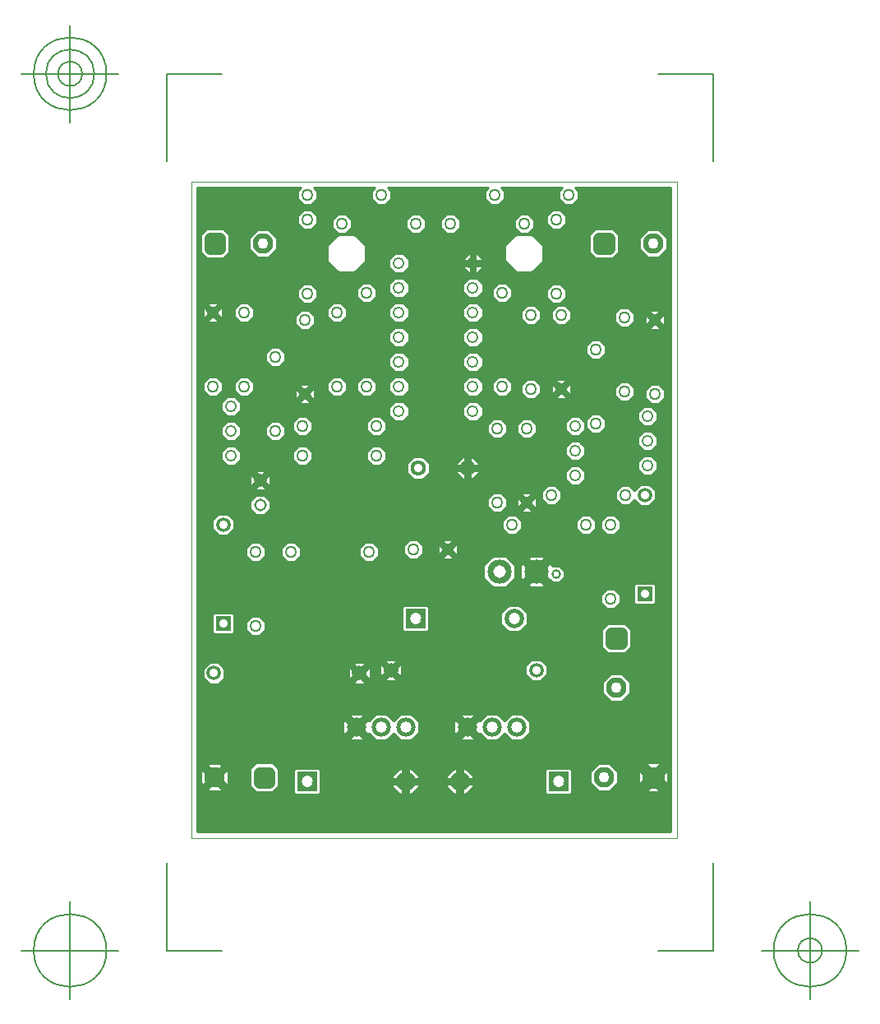
<source format=gbr>
G04 Generated by Ultiboard 11.0 *
%FSLAX25Y25*%
%MOMM*%

%ADD10C,0.25400*%
%ADD11C,0.12700*%
%ADD12C,0.00100*%
%ADD13C,1.00000X0.60000*%
%ADD14C,2.11684X1.10058*%
%ADD15R,0.95250X0.95250X1.29108*%
%ADD16C,1.29108*%
%ADD17C,2.00000X1.20000*%
%ADD18R,2.00000X2.00000X1.20000*%
%ADD19C,1.27000X0.88900*%
%ADD20C,1.24460X0.88900*%
%ADD21C,1.50000X0.90000*%
%ADD22C,1.31216X0.88900*%
%ADD23R,1.50000X1.50000X0.90000*%
%ADD24C,1.60884X0.88900*%
%ADD25C,1.98984X1.18542*%
%ADD26C,2.49784X1.31242*%


G04 ColorRGB 0000FF for the following layer *
%LNCopper Bottom*%
%LPD*%
%FSLAX25Y25*%
%MOMM*%
G54D10*
X2579793Y82135D02*
X2520171Y82135D01*
X2520171Y82135D02*
X2499091Y61055D01*
X2499091Y61055D02*
X2579793Y-19647D01*
X2579793Y-19647D02*
X2579793Y-61807D01*
X2579793Y-61807D02*
X2537634Y-61807D01*
X2537634Y-61807D02*
X2456931Y18896D01*
X2456931Y18896D02*
X2435851Y-2184D01*
X2435851Y-2184D02*
X2435851Y-61807D01*
X2435851Y-61807D02*
X2400300Y-61807D01*
X2400300Y-61807D02*
X2400300Y627380D01*
X2400300Y627380D02*
X2579793Y627380D01*
X2579793Y627380D02*
X2579793Y82135D01*
G36*
X2579793Y82135D02*
X2520171Y82135D01*
X2499091Y61055D01*
X2579793Y-19647D01*
X2579793Y-61807D01*
X2537634Y-61807D01*
X2456931Y18896D01*
X2435851Y-2184D01*
X2435851Y-61807D01*
X2400300Y-61807D01*
X2400300Y627380D01*
X2579793Y627380D01*
X2579793Y82135D01*
G37*
X2579793Y82135D02*
X2520171Y82135D01*
X2520171Y82135D02*
X2499091Y61055D01*
X2499091Y61055D02*
X2579793Y-19647D01*
X2579793Y-19647D02*
X2579793Y-61807D01*
X2579793Y-61807D02*
X2537634Y-61807D01*
X2537634Y-61807D02*
X2456931Y18896D01*
X2456931Y18896D02*
X2435851Y-2184D01*
X2435851Y-2184D02*
X2435851Y-61807D01*
X2435851Y-61807D02*
X2400300Y-61807D01*
X2400300Y-61807D02*
X2400300Y627380D01*
X2400300Y627380D02*
X2579793Y627380D01*
X2579793Y627380D02*
X2579793Y82135D01*
X3556000Y36500D02*
X3414819Y36500D01*
X3414819Y36500D02*
X3392500Y14182D01*
X3392500Y14182D02*
X3392500Y-61807D01*
X3392500Y-61807D02*
X3238072Y-61807D01*
X3238072Y-61807D02*
X3238072Y28339D01*
X3238072Y28339D02*
X3177939Y88472D01*
X3177939Y88472D02*
X2997648Y88472D01*
X2997648Y88472D02*
X2937514Y28339D01*
X2937514Y28339D02*
X2937514Y-61807D01*
X2937514Y-61807D02*
X2723735Y-61807D01*
X2723735Y-61807D02*
X2723735Y-2184D01*
X2723735Y-2184D02*
X2702655Y18896D01*
X2702655Y18896D02*
X2621953Y-61807D01*
X2621953Y-61807D02*
X2579793Y-61807D01*
X2579793Y-61807D02*
X2579793Y-19647D01*
X2579793Y-19647D02*
X2660496Y61055D01*
X2660496Y61055D02*
X2639416Y82135D01*
X2639416Y82135D02*
X2579793Y82135D01*
X2579793Y82135D02*
X2579793Y627380D01*
X2579793Y627380D02*
X3556000Y627380D01*
X3556000Y627380D02*
X3556000Y36500D01*
G36*
X3556000Y36500D02*
X3414819Y36500D01*
X3392500Y14182D01*
X3392500Y-61807D01*
X3238072Y-61807D01*
X3238072Y28339D01*
X3177939Y88472D01*
X2997648Y88472D01*
X2937514Y28339D01*
X2937514Y-61807D01*
X2723735Y-61807D01*
X2723735Y-2184D01*
X2702655Y18896D01*
X2621953Y-61807D01*
X2579793Y-61807D01*
X2579793Y-19647D01*
X2660496Y61055D01*
X2639416Y82135D01*
X2579793Y82135D01*
X2579793Y627380D01*
X3556000Y627380D01*
X3556000Y36500D01*
G37*
X3556000Y36500D02*
X3414819Y36500D01*
X3414819Y36500D02*
X3392500Y14182D01*
X3392500Y14182D02*
X3392500Y-61807D01*
X3392500Y-61807D02*
X3238072Y-61807D01*
X3238072Y-61807D02*
X3238072Y28339D01*
X3238072Y28339D02*
X3177939Y88472D01*
X3177939Y88472D02*
X2997648Y88472D01*
X2997648Y88472D02*
X2937514Y28339D01*
X2937514Y28339D02*
X2937514Y-61807D01*
X2937514Y-61807D02*
X2723735Y-61807D01*
X2723735Y-61807D02*
X2723735Y-2184D01*
X2723735Y-2184D02*
X2702655Y18896D01*
X2702655Y18896D02*
X2621953Y-61807D01*
X2621953Y-61807D02*
X2579793Y-61807D01*
X2579793Y-61807D02*
X2579793Y-19647D01*
X2579793Y-19647D02*
X2660496Y61055D01*
X2660496Y61055D02*
X2639416Y82135D01*
X2639416Y82135D02*
X2579793Y82135D01*
X2579793Y82135D02*
X2579793Y627380D01*
X2579793Y627380D02*
X3556000Y627380D01*
X3556000Y627380D02*
X3556000Y36500D01*
X2435851Y-61807D02*
X2435851Y-121429D01*
X2435851Y-121429D02*
X2456931Y-142509D01*
X2456931Y-142509D02*
X2537634Y-61807D01*
X2537634Y-61807D02*
X2579793Y-61807D01*
X2579793Y-61807D02*
X2579793Y-103966D01*
X2579793Y-103966D02*
X2499091Y-184669D01*
X2499091Y-184669D02*
X2520171Y-205748D01*
X2520171Y-205748D02*
X2579793Y-205748D01*
X2579793Y-205748D02*
X2579793Y-622300D01*
X2579793Y-622300D02*
X2400300Y-622300D01*
X2400300Y-622300D02*
X2400300Y-61807D01*
X2400300Y-61807D02*
X2435851Y-61807D01*
G36*
X2435851Y-61807D02*
X2435851Y-121429D01*
X2456931Y-142509D01*
X2537634Y-61807D01*
X2579793Y-61807D01*
X2579793Y-103966D01*
X2499091Y-184669D01*
X2520171Y-205748D01*
X2579793Y-205748D01*
X2579793Y-622300D01*
X2400300Y-622300D01*
X2400300Y-61807D01*
X2435851Y-61807D01*
G37*
X2435851Y-61807D02*
X2435851Y-121429D01*
X2435851Y-121429D02*
X2456931Y-142509D01*
X2456931Y-142509D02*
X2537634Y-61807D01*
X2537634Y-61807D02*
X2579793Y-61807D01*
X2579793Y-61807D02*
X2579793Y-103966D01*
X2579793Y-103966D02*
X2499091Y-184669D01*
X2499091Y-184669D02*
X2520171Y-205748D01*
X2520171Y-205748D02*
X2579793Y-205748D01*
X2579793Y-205748D02*
X2579793Y-622300D01*
X2579793Y-622300D02*
X2400300Y-622300D01*
X2400300Y-622300D02*
X2400300Y-61807D01*
X2400300Y-61807D02*
X2435851Y-61807D01*
X3392500Y-61807D02*
X3392500Y-217381D01*
X3392500Y-217381D02*
X3414819Y-239700D01*
X3414819Y-239700D02*
X3556000Y-239700D01*
X3556000Y-239700D02*
X3556000Y-622300D01*
X3556000Y-622300D02*
X2579793Y-622300D01*
X2579793Y-622300D02*
X2579793Y-205748D01*
X2579793Y-205748D02*
X2639416Y-205748D01*
X2639416Y-205748D02*
X2660496Y-184669D01*
X2660496Y-184669D02*
X2579793Y-103966D01*
X2579793Y-103966D02*
X2579793Y-61807D01*
X2579793Y-61807D02*
X2621953Y-61807D01*
X2621953Y-61807D02*
X2702655Y-142509D01*
X2702655Y-142509D02*
X2723735Y-121429D01*
X2723735Y-121429D02*
X2723735Y-61807D01*
X2723735Y-61807D02*
X2937514Y-61807D01*
X2937514Y-61807D02*
X2937514Y-151952D01*
X2937514Y-151952D02*
X2997648Y-212086D01*
X2997648Y-212086D02*
X3177939Y-212086D01*
X3177939Y-212086D02*
X3238072Y-151952D01*
X3238072Y-151952D02*
X3238072Y-61807D01*
X3238072Y-61807D02*
X3392500Y-61807D01*
G36*
X3392500Y-61807D02*
X3392500Y-217381D01*
X3414819Y-239700D01*
X3556000Y-239700D01*
X3556000Y-622300D01*
X2579793Y-622300D01*
X2579793Y-205748D01*
X2639416Y-205748D01*
X2660496Y-184669D01*
X2579793Y-103966D01*
X2579793Y-61807D01*
X2621953Y-61807D01*
X2702655Y-142509D01*
X2723735Y-121429D01*
X2723735Y-61807D01*
X2937514Y-61807D01*
X2937514Y-151952D01*
X2997648Y-212086D01*
X3177939Y-212086D01*
X3238072Y-151952D01*
X3238072Y-61807D01*
X3392500Y-61807D01*
G37*
X3392500Y-61807D02*
X3392500Y-217381D01*
X3392500Y-217381D02*
X3414819Y-239700D01*
X3414819Y-239700D02*
X3556000Y-239700D01*
X3556000Y-239700D02*
X3556000Y-622300D01*
X3556000Y-622300D02*
X2579793Y-622300D01*
X2579793Y-622300D02*
X2579793Y-205748D01*
X2579793Y-205748D02*
X2639416Y-205748D01*
X2639416Y-205748D02*
X2660496Y-184669D01*
X2660496Y-184669D02*
X2579793Y-103966D01*
X2579793Y-103966D02*
X2579793Y-61807D01*
X2579793Y-61807D02*
X2621953Y-61807D01*
X2621953Y-61807D02*
X2702655Y-142509D01*
X2702655Y-142509D02*
X2723735Y-121429D01*
X2723735Y-121429D02*
X2723735Y-61807D01*
X2723735Y-61807D02*
X2937514Y-61807D01*
X2937514Y-61807D02*
X2937514Y-151952D01*
X2937514Y-151952D02*
X2997648Y-212086D01*
X2997648Y-212086D02*
X3177939Y-212086D01*
X3177939Y-212086D02*
X3238072Y-151952D01*
X3238072Y-151952D02*
X3238072Y-61807D01*
X3238072Y-61807D02*
X3392500Y-61807D01*
X3556000Y-239700D02*
X3646382Y-239700D01*
X3646382Y-239700D02*
X3668700Y-217381D01*
X3668700Y-217381D02*
X3668700Y14182D01*
X3668700Y14182D02*
X3646382Y36500D01*
X3646382Y36500D02*
X3556000Y36500D01*
X3556000Y36500D02*
X3556000Y339758D01*
X3556000Y339758D02*
X3961458Y339758D01*
X3961458Y339758D02*
X3981608Y319608D01*
X3981608Y319608D02*
X4095592Y319608D01*
X4095592Y319608D02*
X4115742Y339758D01*
X4115742Y339758D02*
X4156042Y339758D01*
X4156042Y339758D02*
X4156042Y-622300D01*
X4156042Y-622300D02*
X3556000Y-622300D01*
X3556000Y-622300D02*
X3556000Y-239700D01*
G36*
X3556000Y-239700D02*
X3646382Y-239700D01*
X3668700Y-217381D01*
X3668700Y14182D01*
X3646382Y36500D01*
X3556000Y36500D01*
X3556000Y339758D01*
X3961458Y339758D01*
X3981608Y319608D01*
X4095592Y319608D01*
X4115742Y339758D01*
X4156042Y339758D01*
X4156042Y-622300D01*
X3556000Y-622300D01*
X3556000Y-239700D01*
G37*
X3556000Y-239700D02*
X3646382Y-239700D01*
X3646382Y-239700D02*
X3668700Y-217381D01*
X3668700Y-217381D02*
X3668700Y14182D01*
X3668700Y14182D02*
X3646382Y36500D01*
X3646382Y36500D02*
X3556000Y36500D01*
X3556000Y36500D02*
X3556000Y339758D01*
X3556000Y339758D02*
X3961458Y339758D01*
X3961458Y339758D02*
X3981608Y319608D01*
X3981608Y319608D02*
X4095592Y319608D01*
X4095592Y319608D02*
X4115742Y339758D01*
X4115742Y339758D02*
X4156042Y339758D01*
X4156042Y339758D02*
X4156042Y-622300D01*
X4156042Y-622300D02*
X3556000Y-622300D01*
X3556000Y-622300D02*
X3556000Y-239700D01*
X4156042Y380058D02*
X4165600Y389616D01*
X4165600Y389616D02*
X4235608Y319608D01*
X4235608Y319608D02*
X4332932Y319608D01*
X4332932Y319608D02*
X4332932Y-622300D01*
X4332932Y-622300D02*
X4156042Y-622300D01*
X4156042Y-622300D02*
X4156042Y380058D01*
G36*
X4156042Y380058D02*
X4165600Y389616D01*
X4235608Y319608D01*
X4332932Y319608D01*
X4332932Y-622300D01*
X4156042Y-622300D01*
X4156042Y380058D01*
G37*
X4156042Y380058D02*
X4165600Y389616D01*
X4165600Y389616D02*
X4235608Y319608D01*
X4235608Y319608D02*
X4332932Y319608D01*
X4332932Y319608D02*
X4332932Y-622300D01*
X4332932Y-622300D02*
X4156042Y-622300D01*
X4156042Y-622300D02*
X4156042Y380058D01*
X4575201Y-44397D02*
X4575201Y-72999D01*
X4575201Y-72999D02*
X4586932Y-72999D01*
X4586932Y-72999D02*
X4586932Y-130201D01*
X4586932Y-130201D02*
X4575201Y-130201D01*
X4575201Y-130201D02*
X4575201Y-158803D01*
X4575201Y-158803D02*
X4517999Y-158803D01*
X4517999Y-158803D02*
X4517999Y-130201D01*
X4517999Y-130201D02*
X4408500Y-130201D01*
X4408500Y-130201D02*
X4408500Y-158803D01*
X4408500Y-158803D02*
X4332932Y-158803D01*
X4332932Y-158803D02*
X4332932Y-44397D01*
X4332932Y-44397D02*
X4408500Y-44397D01*
X4408500Y-44397D02*
X4408500Y-72999D01*
X4408500Y-72999D02*
X4517999Y-72999D01*
X4517999Y-72999D02*
X4517999Y-44397D01*
X4517999Y-44397D02*
X4575201Y-44397D01*
G36*
X4575201Y-44397D02*
X4575201Y-72999D01*
X4586932Y-72999D01*
X4586932Y-130201D01*
X4575201Y-130201D01*
X4575201Y-158803D01*
X4517999Y-158803D01*
X4517999Y-130201D01*
X4408500Y-130201D01*
X4408500Y-158803D01*
X4332932Y-158803D01*
X4332932Y-44397D01*
X4408500Y-44397D01*
X4408500Y-72999D01*
X4517999Y-72999D01*
X4517999Y-44397D01*
X4575201Y-44397D01*
G37*
X4575201Y-44397D02*
X4575201Y-72999D01*
X4575201Y-72999D02*
X4586932Y-72999D01*
X4586932Y-72999D02*
X4586932Y-130201D01*
X4586932Y-130201D02*
X4575201Y-130201D01*
X4575201Y-130201D02*
X4575201Y-158803D01*
X4575201Y-158803D02*
X4517999Y-158803D01*
X4517999Y-158803D02*
X4517999Y-130201D01*
X4517999Y-130201D02*
X4408500Y-130201D01*
X4408500Y-130201D02*
X4408500Y-158803D01*
X4408500Y-158803D02*
X4332932Y-158803D01*
X4332932Y-158803D02*
X4332932Y-44397D01*
X4332932Y-44397D02*
X4408500Y-44397D01*
X4408500Y-44397D02*
X4408500Y-72999D01*
X4408500Y-72999D02*
X4517999Y-72999D01*
X4517999Y-72999D02*
X4517999Y-44397D01*
X4517999Y-44397D02*
X4575201Y-44397D01*
X4586932Y-72999D02*
X4684700Y-72999D01*
X4684700Y-72999D02*
X4684700Y-44397D01*
X4684700Y-44397D02*
X4603803Y36500D01*
X4603803Y36500D02*
X4586932Y36500D01*
X4586932Y36500D02*
X4586932Y319608D01*
X4586932Y319608D02*
X4603592Y319608D01*
X4603592Y319608D02*
X4684192Y400208D01*
X4684192Y400208D02*
X4684192Y514192D01*
X4684192Y514192D02*
X4603592Y594792D01*
X4603592Y594792D02*
X4586932Y594792D01*
X4586932Y594792D02*
X4586932Y627380D01*
X4586932Y627380D02*
X4838700Y627380D01*
X4838700Y627380D02*
X4838700Y-622300D01*
X4838700Y-622300D02*
X4586932Y-622300D01*
X4586932Y-622300D02*
X4586932Y-239700D01*
X4586932Y-239700D02*
X4603803Y-239700D01*
X4603803Y-239700D02*
X4684700Y-158803D01*
X4684700Y-158803D02*
X4684700Y-130201D01*
X4684700Y-130201D02*
X4586932Y-130201D01*
X4586932Y-130201D02*
X4586932Y-72999D01*
G36*
X4586932Y-72999D02*
X4684700Y-72999D01*
X4684700Y-44397D01*
X4603803Y36500D01*
X4586932Y36500D01*
X4586932Y319608D01*
X4603592Y319608D01*
X4684192Y400208D01*
X4684192Y514192D01*
X4603592Y594792D01*
X4586932Y594792D01*
X4586932Y627380D01*
X4838700Y627380D01*
X4838700Y-622300D01*
X4586932Y-622300D01*
X4586932Y-239700D01*
X4603803Y-239700D01*
X4684700Y-158803D01*
X4684700Y-130201D01*
X4586932Y-130201D01*
X4586932Y-72999D01*
G37*
X4586932Y-72999D02*
X4684700Y-72999D01*
X4684700Y-72999D02*
X4684700Y-44397D01*
X4684700Y-44397D02*
X4603803Y36500D01*
X4603803Y36500D02*
X4586932Y36500D01*
X4586932Y36500D02*
X4586932Y319608D01*
X4586932Y319608D02*
X4603592Y319608D01*
X4603592Y319608D02*
X4684192Y400208D01*
X4684192Y400208D02*
X4684192Y514192D01*
X4684192Y514192D02*
X4603592Y594792D01*
X4603592Y594792D02*
X4586932Y594792D01*
X4586932Y594792D02*
X4586932Y627380D01*
X4586932Y627380D02*
X4838700Y627380D01*
X4838700Y627380D02*
X4838700Y-622300D01*
X4838700Y-622300D02*
X4586932Y-622300D01*
X4586932Y-622300D02*
X4586932Y-239700D01*
X4586932Y-239700D02*
X4603803Y-239700D01*
X4603803Y-239700D02*
X4684700Y-158803D01*
X4684700Y-158803D02*
X4684700Y-130201D01*
X4684700Y-130201D02*
X4586932Y-130201D01*
X4586932Y-130201D02*
X4586932Y-72999D01*
X4586932Y36500D02*
X4575201Y36500D01*
X4575201Y36500D02*
X4575201Y-44397D01*
X4575201Y-44397D02*
X4517999Y-44397D01*
X4517999Y-44397D02*
X4517999Y36500D01*
X4517999Y36500D02*
X4489397Y36500D01*
X4489397Y36500D02*
X4408500Y-44397D01*
X4408500Y-44397D02*
X4332932Y-44397D01*
X4332932Y-44397D02*
X4332932Y319608D01*
X4332932Y319608D02*
X4349592Y319608D01*
X4349592Y319608D02*
X4419600Y389616D01*
X4419600Y389616D02*
X4489608Y319608D01*
X4489608Y319608D02*
X4586932Y319608D01*
X4586932Y319608D02*
X4586932Y36500D01*
G36*
X4586932Y36500D02*
X4575201Y36500D01*
X4575201Y-44397D01*
X4517999Y-44397D01*
X4517999Y36500D01*
X4489397Y36500D01*
X4408500Y-44397D01*
X4332932Y-44397D01*
X4332932Y319608D01*
X4349592Y319608D01*
X4419600Y389616D01*
X4489608Y319608D01*
X4586932Y319608D01*
X4586932Y36500D01*
G37*
X4586932Y36500D02*
X4575201Y36500D01*
X4575201Y36500D02*
X4575201Y-44397D01*
X4575201Y-44397D02*
X4517999Y-44397D01*
X4517999Y-44397D02*
X4517999Y36500D01*
X4517999Y36500D02*
X4489397Y36500D01*
X4489397Y36500D02*
X4408500Y-44397D01*
X4408500Y-44397D02*
X4332932Y-44397D01*
X4332932Y-44397D02*
X4332932Y319608D01*
X4332932Y319608D02*
X4349592Y319608D01*
X4349592Y319608D02*
X4419600Y389616D01*
X4419600Y389616D02*
X4489608Y319608D01*
X4489608Y319608D02*
X4586932Y319608D01*
X4586932Y319608D02*
X4586932Y36500D01*
X5048197Y36500D02*
X4967300Y-44397D01*
X4967300Y-44397D02*
X4967300Y-72999D01*
X4967300Y-72999D02*
X5048197Y-72999D01*
X5048197Y-72999D02*
X5048197Y-130201D01*
X5048197Y-130201D02*
X4967300Y-130201D01*
X4967300Y-130201D02*
X4967300Y-158803D01*
X4967300Y-158803D02*
X4838700Y-158803D01*
X4838700Y-158803D02*
X4838700Y339758D01*
X4838700Y339758D02*
X5048197Y339758D01*
X5048197Y339758D02*
X5048197Y36500D01*
G36*
X5048197Y36500D02*
X4967300Y-44397D01*
X4967300Y-72999D01*
X5048197Y-72999D01*
X5048197Y-130201D01*
X4967300Y-130201D01*
X4967300Y-158803D01*
X4838700Y-158803D01*
X4838700Y339758D01*
X5048197Y339758D01*
X5048197Y36500D01*
G37*
X5048197Y36500D02*
X4967300Y-44397D01*
X4967300Y-44397D02*
X4967300Y-72999D01*
X4967300Y-72999D02*
X5048197Y-72999D01*
X5048197Y-72999D02*
X5048197Y-130201D01*
X5048197Y-130201D02*
X4967300Y-130201D01*
X4967300Y-130201D02*
X4967300Y-158803D01*
X4967300Y-158803D02*
X4838700Y-158803D01*
X4838700Y-158803D02*
X4838700Y339758D01*
X4838700Y339758D02*
X5048197Y339758D01*
X5048197Y339758D02*
X5048197Y36500D01*
X5243500Y-44397D02*
X5162603Y36500D01*
X5162603Y36500D02*
X5134001Y36500D01*
X5134001Y36500D02*
X5134001Y-44397D01*
X5134001Y-44397D02*
X5076799Y-44397D01*
X5076799Y-44397D02*
X5076799Y36500D01*
X5076799Y36500D02*
X5048197Y36500D01*
X5048197Y36500D02*
X5048197Y339758D01*
X5048197Y339758D02*
X5104458Y339758D01*
X5104458Y339758D02*
X5124608Y319608D01*
X5124608Y319608D02*
X5238592Y319608D01*
X5238592Y319608D02*
X5258742Y339758D01*
X5258742Y339758D02*
X5299042Y339758D01*
X5299042Y339758D02*
X5299042Y-44397D01*
X5299042Y-44397D02*
X5243500Y-44397D01*
G36*
X5243500Y-44397D02*
X5162603Y36500D01*
X5134001Y36500D01*
X5134001Y-44397D01*
X5076799Y-44397D01*
X5076799Y36500D01*
X5048197Y36500D01*
X5048197Y339758D01*
X5104458Y339758D01*
X5124608Y319608D01*
X5238592Y319608D01*
X5258742Y339758D01*
X5299042Y339758D01*
X5299042Y-44397D01*
X5243500Y-44397D01*
G37*
X5243500Y-44397D02*
X5162603Y36500D01*
X5162603Y36500D02*
X5134001Y36500D01*
X5134001Y36500D02*
X5134001Y-44397D01*
X5134001Y-44397D02*
X5076799Y-44397D01*
X5076799Y-44397D02*
X5076799Y36500D01*
X5076799Y36500D02*
X5048197Y36500D01*
X5048197Y36500D02*
X5048197Y339758D01*
X5048197Y339758D02*
X5104458Y339758D01*
X5104458Y339758D02*
X5124608Y319608D01*
X5124608Y319608D02*
X5238592Y319608D01*
X5238592Y319608D02*
X5258742Y339758D01*
X5258742Y339758D02*
X5299042Y339758D01*
X5299042Y339758D02*
X5299042Y-44397D01*
X5299042Y-44397D02*
X5243500Y-44397D01*
X5134001Y-44397D02*
X5134001Y-72999D01*
X5134001Y-72999D02*
X5243500Y-72999D01*
X5243500Y-72999D02*
X5243500Y-44397D01*
X5243500Y-44397D02*
X5299042Y-44397D01*
X5299042Y-44397D02*
X5299042Y-158803D01*
X5299042Y-158803D02*
X5243500Y-158803D01*
X5243500Y-158803D02*
X5243500Y-130201D01*
X5243500Y-130201D02*
X5134001Y-130201D01*
X5134001Y-130201D02*
X5134001Y-158803D01*
X5134001Y-158803D02*
X5076799Y-158803D01*
X5076799Y-158803D02*
X5076799Y-130201D01*
X5076799Y-130201D02*
X5048197Y-130201D01*
X5048197Y-130201D02*
X5048197Y-72999D01*
X5048197Y-72999D02*
X5076799Y-72999D01*
X5076799Y-72999D02*
X5076799Y-44397D01*
X5076799Y-44397D02*
X5134001Y-44397D01*
G36*
X5134001Y-44397D02*
X5134001Y-72999D01*
X5243500Y-72999D01*
X5243500Y-44397D01*
X5299042Y-44397D01*
X5299042Y-158803D01*
X5243500Y-158803D01*
X5243500Y-130201D01*
X5134001Y-130201D01*
X5134001Y-158803D01*
X5076799Y-158803D01*
X5076799Y-130201D01*
X5048197Y-130201D01*
X5048197Y-72999D01*
X5076799Y-72999D01*
X5076799Y-44397D01*
X5134001Y-44397D01*
G37*
X5134001Y-44397D02*
X5134001Y-72999D01*
X5134001Y-72999D02*
X5243500Y-72999D01*
X5243500Y-72999D02*
X5243500Y-44397D01*
X5243500Y-44397D02*
X5299042Y-44397D01*
X5299042Y-44397D02*
X5299042Y-158803D01*
X5299042Y-158803D02*
X5243500Y-158803D01*
X5243500Y-158803D02*
X5243500Y-130201D01*
X5243500Y-130201D02*
X5134001Y-130201D01*
X5134001Y-130201D02*
X5134001Y-158803D01*
X5134001Y-158803D02*
X5076799Y-158803D01*
X5076799Y-158803D02*
X5076799Y-130201D01*
X5076799Y-130201D02*
X5048197Y-130201D01*
X5048197Y-130201D02*
X5048197Y-72999D01*
X5048197Y-72999D02*
X5076799Y-72999D01*
X5076799Y-72999D02*
X5076799Y-44397D01*
X5076799Y-44397D02*
X5134001Y-44397D01*
X5299042Y380058D02*
X5308600Y389616D01*
X5308600Y389616D02*
X5378608Y319608D01*
X5378608Y319608D02*
X5475932Y319608D01*
X5475932Y319608D02*
X5475932Y-622300D01*
X5475932Y-622300D02*
X5299042Y-622300D01*
X5299042Y-622300D02*
X5299042Y380058D01*
G36*
X5299042Y380058D02*
X5308600Y389616D01*
X5378608Y319608D01*
X5475932Y319608D01*
X5475932Y-622300D01*
X5299042Y-622300D01*
X5299042Y380058D01*
G37*
X5299042Y380058D02*
X5308600Y389616D01*
X5308600Y389616D02*
X5378608Y319608D01*
X5378608Y319608D02*
X5475932Y319608D01*
X5475932Y319608D02*
X5475932Y-622300D01*
X5475932Y-622300D02*
X5299042Y-622300D01*
X5299042Y-622300D02*
X5299042Y380058D01*
X5562600Y389616D02*
X5632608Y319608D01*
X5632608Y319608D02*
X5729932Y319608D01*
X5729932Y319608D02*
X5729932Y-622300D01*
X5729932Y-622300D02*
X5475932Y-622300D01*
X5475932Y-622300D02*
X5475932Y319608D01*
X5475932Y319608D02*
X5492592Y319608D01*
X5492592Y319608D02*
X5562600Y389616D01*
G36*
X5562600Y389616D02*
X5632608Y319608D01*
X5729932Y319608D01*
X5729932Y-622300D01*
X5475932Y-622300D01*
X5475932Y319608D01*
X5492592Y319608D01*
X5562600Y389616D01*
G37*
X5562600Y389616D02*
X5632608Y319608D01*
X5632608Y319608D02*
X5729932Y319608D01*
X5729932Y319608D02*
X5729932Y-622300D01*
X5729932Y-622300D02*
X5475932Y-622300D01*
X5475932Y-622300D02*
X5475932Y319608D01*
X5475932Y319608D02*
X5492592Y319608D01*
X5492592Y319608D02*
X5562600Y389616D01*
X6121400Y36500D02*
X6005619Y36500D01*
X6005619Y36500D02*
X5983300Y14182D01*
X5983300Y14182D02*
X5983300Y-217381D01*
X5983300Y-217381D02*
X6005619Y-239700D01*
X6005619Y-239700D02*
X6121400Y-239700D01*
X6121400Y-239700D02*
X6121400Y-622300D01*
X6121400Y-622300D02*
X5729932Y-622300D01*
X5729932Y-622300D02*
X5729932Y319608D01*
X5729932Y319608D02*
X5746592Y319608D01*
X5746592Y319608D02*
X5827192Y400208D01*
X5827192Y400208D02*
X5827192Y514192D01*
X5827192Y514192D02*
X5746592Y594792D01*
X5746592Y594792D02*
X5729932Y594792D01*
X5729932Y594792D02*
X5729932Y627380D01*
X5729932Y627380D02*
X6121400Y627380D01*
X6121400Y627380D02*
X6121400Y36500D01*
G36*
X6121400Y36500D02*
X6005619Y36500D01*
X5983300Y14182D01*
X5983300Y-217381D01*
X6005619Y-239700D01*
X6121400Y-239700D01*
X6121400Y-622300D01*
X5729932Y-622300D01*
X5729932Y319608D01*
X5746592Y319608D01*
X5827192Y400208D01*
X5827192Y514192D01*
X5746592Y594792D01*
X5729932Y594792D01*
X5729932Y627380D01*
X6121400Y627380D01*
X6121400Y36500D01*
G37*
X6121400Y36500D02*
X6005619Y36500D01*
X6005619Y36500D02*
X5983300Y14182D01*
X5983300Y14182D02*
X5983300Y-217381D01*
X5983300Y-217381D02*
X6005619Y-239700D01*
X6005619Y-239700D02*
X6121400Y-239700D01*
X6121400Y-239700D02*
X6121400Y-622300D01*
X6121400Y-622300D02*
X5729932Y-622300D01*
X5729932Y-622300D02*
X5729932Y319608D01*
X5729932Y319608D02*
X5746592Y319608D01*
X5746592Y319608D02*
X5827192Y400208D01*
X5827192Y400208D02*
X5827192Y514192D01*
X5827192Y514192D02*
X5746592Y594792D01*
X5746592Y594792D02*
X5729932Y594792D01*
X5729932Y594792D02*
X5729932Y627380D01*
X5729932Y627380D02*
X6121400Y627380D01*
X6121400Y627380D02*
X6121400Y36500D01*
X6259500Y-61807D02*
X6259500Y14182D01*
X6259500Y14182D02*
X6237182Y36500D01*
X6237182Y36500D02*
X6121400Y36500D01*
X6121400Y36500D02*
X6121400Y627380D01*
X6121400Y627380D02*
X7097607Y627380D01*
X7097607Y627380D02*
X7097607Y88472D01*
X7097607Y88472D02*
X7011070Y88472D01*
X7011070Y88472D02*
X7097607Y1936D01*
X7097607Y1936D02*
X7097607Y-61807D01*
X7097607Y-61807D02*
X7033864Y-61807D01*
X7033864Y-61807D02*
X6947328Y24730D01*
X6947328Y24730D02*
X6947328Y-61807D01*
X6947328Y-61807D02*
X6733548Y-61807D01*
X6733548Y-61807D02*
X6733548Y-2184D01*
X6733548Y-2184D02*
X6649229Y82135D01*
X6649229Y82135D02*
X6529984Y82135D01*
X6529984Y82135D02*
X6445665Y-2184D01*
X6445665Y-2184D02*
X6445665Y-61807D01*
X6445665Y-61807D02*
X6259500Y-61807D01*
G36*
X6259500Y-61807D02*
X6259500Y14182D01*
X6237182Y36500D01*
X6121400Y36500D01*
X6121400Y627380D01*
X7097607Y627380D01*
X7097607Y88472D01*
X7011070Y88472D01*
X7097607Y1936D01*
X7097607Y-61807D01*
X7033864Y-61807D01*
X6947328Y24730D01*
X6947328Y-61807D01*
X6733548Y-61807D01*
X6733548Y-2184D01*
X6649229Y82135D01*
X6529984Y82135D01*
X6445665Y-2184D01*
X6445665Y-61807D01*
X6259500Y-61807D01*
G37*
X6259500Y-61807D02*
X6259500Y14182D01*
X6259500Y14182D02*
X6237182Y36500D01*
X6237182Y36500D02*
X6121400Y36500D01*
X6121400Y36500D02*
X6121400Y627380D01*
X6121400Y627380D02*
X7097607Y627380D01*
X7097607Y627380D02*
X7097607Y88472D01*
X7097607Y88472D02*
X7011070Y88472D01*
X7011070Y88472D02*
X7097607Y1936D01*
X7097607Y1936D02*
X7097607Y-61807D01*
X7097607Y-61807D02*
X7033864Y-61807D01*
X7033864Y-61807D02*
X6947328Y24730D01*
X6947328Y24730D02*
X6947328Y-61807D01*
X6947328Y-61807D02*
X6733548Y-61807D01*
X6733548Y-61807D02*
X6733548Y-2184D01*
X6733548Y-2184D02*
X6649229Y82135D01*
X6649229Y82135D02*
X6529984Y82135D01*
X6529984Y82135D02*
X6445665Y-2184D01*
X6445665Y-2184D02*
X6445665Y-61807D01*
X6445665Y-61807D02*
X6259500Y-61807D01*
X7097607Y1936D02*
X7184143Y88472D01*
X7184143Y88472D02*
X7097607Y88472D01*
X7097607Y88472D02*
X7097607Y627380D01*
X7097607Y627380D02*
X7277100Y627380D01*
X7277100Y627380D02*
X7277100Y-61807D01*
X7277100Y-61807D02*
X7247886Y-61807D01*
X7247886Y-61807D02*
X7247886Y24730D01*
X7247886Y24730D02*
X7161349Y-61807D01*
X7161349Y-61807D02*
X7097607Y-61807D01*
X7097607Y-61807D02*
X7097607Y1936D01*
G36*
X7097607Y1936D02*
X7184143Y88472D01*
X7097607Y88472D01*
X7097607Y627380D01*
X7277100Y627380D01*
X7277100Y-61807D01*
X7247886Y-61807D01*
X7247886Y24730D01*
X7161349Y-61807D01*
X7097607Y-61807D01*
X7097607Y1936D01*
G37*
X7097607Y1936D02*
X7184143Y88472D01*
X7184143Y88472D02*
X7097607Y88472D01*
X7097607Y88472D02*
X7097607Y627380D01*
X7097607Y627380D02*
X7277100Y627380D01*
X7277100Y627380D02*
X7277100Y-61807D01*
X7277100Y-61807D02*
X7247886Y-61807D01*
X7247886Y-61807D02*
X7247886Y24730D01*
X7247886Y24730D02*
X7161349Y-61807D01*
X7161349Y-61807D02*
X7097607Y-61807D01*
X7097607Y-61807D02*
X7097607Y1936D01*
X6121400Y-239700D02*
X6237182Y-239700D01*
X6237182Y-239700D02*
X6259500Y-217381D01*
X6259500Y-217381D02*
X6259500Y-61807D01*
X6259500Y-61807D02*
X6445665Y-61807D01*
X6445665Y-61807D02*
X6445665Y-121429D01*
X6445665Y-121429D02*
X6529984Y-205748D01*
X6529984Y-205748D02*
X6649229Y-205748D01*
X6649229Y-205748D02*
X6733548Y-121429D01*
X6733548Y-121429D02*
X6733548Y-61807D01*
X6733548Y-61807D02*
X6947328Y-61807D01*
X6947328Y-61807D02*
X6947328Y-148343D01*
X6947328Y-148343D02*
X7033864Y-61807D01*
X7033864Y-61807D02*
X7097607Y-61807D01*
X7097607Y-61807D02*
X7097607Y-125549D01*
X7097607Y-125549D02*
X7011070Y-212086D01*
X7011070Y-212086D02*
X7097607Y-212086D01*
X7097607Y-212086D02*
X7097607Y-622300D01*
X7097607Y-622300D02*
X6121400Y-622300D01*
X6121400Y-622300D02*
X6121400Y-239700D01*
G36*
X6121400Y-239700D02*
X6237182Y-239700D01*
X6259500Y-217381D01*
X6259500Y-61807D01*
X6445665Y-61807D01*
X6445665Y-121429D01*
X6529984Y-205748D01*
X6649229Y-205748D01*
X6733548Y-121429D01*
X6733548Y-61807D01*
X6947328Y-61807D01*
X6947328Y-148343D01*
X7033864Y-61807D01*
X7097607Y-61807D01*
X7097607Y-125549D01*
X7011070Y-212086D01*
X7097607Y-212086D01*
X7097607Y-622300D01*
X6121400Y-622300D01*
X6121400Y-239700D01*
G37*
X6121400Y-239700D02*
X6237182Y-239700D01*
X6237182Y-239700D02*
X6259500Y-217381D01*
X6259500Y-217381D02*
X6259500Y-61807D01*
X6259500Y-61807D02*
X6445665Y-61807D01*
X6445665Y-61807D02*
X6445665Y-121429D01*
X6445665Y-121429D02*
X6529984Y-205748D01*
X6529984Y-205748D02*
X6649229Y-205748D01*
X6649229Y-205748D02*
X6733548Y-121429D01*
X6733548Y-121429D02*
X6733548Y-61807D01*
X6733548Y-61807D02*
X6947328Y-61807D01*
X6947328Y-61807D02*
X6947328Y-148343D01*
X6947328Y-148343D02*
X7033864Y-61807D01*
X7033864Y-61807D02*
X7097607Y-61807D01*
X7097607Y-61807D02*
X7097607Y-125549D01*
X7097607Y-125549D02*
X7011070Y-212086D01*
X7011070Y-212086D02*
X7097607Y-212086D01*
X7097607Y-212086D02*
X7097607Y-622300D01*
X7097607Y-622300D02*
X6121400Y-622300D01*
X6121400Y-622300D02*
X6121400Y-239700D01*
X7097607Y-212086D02*
X7184143Y-212086D01*
X7184143Y-212086D02*
X7097607Y-125549D01*
X7097607Y-125549D02*
X7097607Y-61807D01*
X7097607Y-61807D02*
X7161349Y-61807D01*
X7161349Y-61807D02*
X7247886Y-148343D01*
X7247886Y-148343D02*
X7247886Y-61807D01*
X7247886Y-61807D02*
X7277100Y-61807D01*
X7277100Y-61807D02*
X7277100Y-622300D01*
X7277100Y-622300D02*
X7097607Y-622300D01*
X7097607Y-622300D02*
X7097607Y-212086D01*
G36*
X7097607Y-212086D02*
X7184143Y-212086D01*
X7097607Y-125549D01*
X7097607Y-61807D01*
X7161349Y-61807D01*
X7247886Y-148343D01*
X7247886Y-61807D01*
X7277100Y-61807D01*
X7277100Y-622300D01*
X7097607Y-622300D01*
X7097607Y-212086D01*
G37*
X7097607Y-212086D02*
X7184143Y-212086D01*
X7184143Y-212086D02*
X7097607Y-125549D01*
X7097607Y-125549D02*
X7097607Y-61807D01*
X7097607Y-61807D02*
X7161349Y-61807D01*
X7161349Y-61807D02*
X7247886Y-148343D01*
X7247886Y-148343D02*
X7247886Y-61807D01*
X7247886Y-61807D02*
X7277100Y-61807D01*
X7277100Y-61807D02*
X7277100Y-622300D01*
X7277100Y-622300D02*
X7097607Y-622300D01*
X7097607Y-622300D02*
X7097607Y-212086D01*
X4967300Y-158803D02*
X5048197Y-239700D01*
X5048197Y-239700D02*
X5076799Y-239700D01*
X5076799Y-239700D02*
X5076799Y-158803D01*
X5076799Y-158803D02*
X5134001Y-158803D01*
X5134001Y-158803D02*
X5134001Y-239700D01*
X5134001Y-239700D02*
X5162603Y-239700D01*
X5162603Y-239700D02*
X5243500Y-158803D01*
X5243500Y-158803D02*
X5299042Y-158803D01*
X5299042Y-158803D02*
X5299042Y-622300D01*
X5299042Y-622300D02*
X4838700Y-622300D01*
X4838700Y-622300D02*
X4838700Y-158803D01*
X4838700Y-158803D02*
X4967300Y-158803D01*
G36*
X4967300Y-158803D02*
X5048197Y-239700D01*
X5076799Y-239700D01*
X5076799Y-158803D01*
X5134001Y-158803D01*
X5134001Y-239700D01*
X5162603Y-239700D01*
X5243500Y-158803D01*
X5299042Y-158803D01*
X5299042Y-622300D01*
X4838700Y-622300D01*
X4838700Y-158803D01*
X4967300Y-158803D01*
G37*
X4967300Y-158803D02*
X5048197Y-239700D01*
X5048197Y-239700D02*
X5076799Y-239700D01*
X5076799Y-239700D02*
X5076799Y-158803D01*
X5076799Y-158803D02*
X5134001Y-158803D01*
X5134001Y-158803D02*
X5134001Y-239700D01*
X5134001Y-239700D02*
X5162603Y-239700D01*
X5162603Y-239700D02*
X5243500Y-158803D01*
X5243500Y-158803D02*
X5299042Y-158803D01*
X5299042Y-158803D02*
X5299042Y-622300D01*
X5299042Y-622300D02*
X4838700Y-622300D01*
X4838700Y-622300D02*
X4838700Y-158803D01*
X4838700Y-158803D02*
X4967300Y-158803D01*
X4408500Y-158803D02*
X4489397Y-239700D01*
X4489397Y-239700D02*
X4517999Y-239700D01*
X4517999Y-239700D02*
X4517999Y-158803D01*
X4517999Y-158803D02*
X4575201Y-158803D01*
X4575201Y-158803D02*
X4575201Y-239700D01*
X4575201Y-239700D02*
X4586932Y-239700D01*
X4586932Y-239700D02*
X4586932Y-622300D01*
X4586932Y-622300D02*
X4332932Y-622300D01*
X4332932Y-622300D02*
X4332932Y-158803D01*
X4332932Y-158803D02*
X4408500Y-158803D01*
G36*
X4408500Y-158803D02*
X4489397Y-239700D01*
X4517999Y-239700D01*
X4517999Y-158803D01*
X4575201Y-158803D01*
X4575201Y-239700D01*
X4586932Y-239700D01*
X4586932Y-622300D01*
X4332932Y-622300D01*
X4332932Y-158803D01*
X4408500Y-158803D01*
G37*
X4408500Y-158803D02*
X4489397Y-239700D01*
X4489397Y-239700D02*
X4517999Y-239700D01*
X4517999Y-239700D02*
X4517999Y-158803D01*
X4517999Y-158803D02*
X4575201Y-158803D01*
X4575201Y-158803D02*
X4575201Y-239700D01*
X4575201Y-239700D02*
X4586932Y-239700D01*
X4586932Y-239700D02*
X4586932Y-622300D01*
X4586932Y-622300D02*
X4332932Y-622300D01*
X4332932Y-622300D02*
X4332932Y-158803D01*
X4332932Y-158803D02*
X4408500Y-158803D01*
X6324600Y5965093D02*
X6324600Y5972984D01*
X6324600Y5972984D02*
X6290484Y6007100D01*
X6290484Y6007100D02*
X7277100Y6007100D01*
X7277100Y6007100D02*
X7277100Y5965093D01*
X7277100Y5965093D02*
X6324600Y5965093D01*
G36*
X6324600Y5965093D02*
X6324600Y5972984D01*
X6290484Y6007100D01*
X7277100Y6007100D01*
X7277100Y5965093D01*
X6324600Y5965093D01*
G37*
X6324600Y5965093D02*
X6324600Y5972984D01*
X6324600Y5972984D02*
X6290484Y6007100D01*
X6290484Y6007100D02*
X7277100Y6007100D01*
X7277100Y6007100D02*
X7277100Y5965093D01*
X7277100Y5965093D02*
X6324600Y5965093D01*
X7241549Y5478121D02*
X7241549Y5495223D01*
X7241549Y5495223D02*
X7157229Y5579542D01*
X7157229Y5579542D02*
X7037984Y5579542D01*
X7037984Y5579542D02*
X6953665Y5495223D01*
X6953665Y5495223D02*
X6953665Y5478121D01*
X6953665Y5478121D02*
X6739886Y5478121D01*
X6739886Y5478121D02*
X6739886Y5525746D01*
X6739886Y5525746D02*
X6679753Y5585879D01*
X6679753Y5585879D02*
X6499461Y5585879D01*
X6499461Y5585879D02*
X6439328Y5525746D01*
X6439328Y5525746D02*
X6439328Y5478121D01*
X6439328Y5478121D02*
X6121400Y5478121D01*
X6121400Y5478121D02*
X6121400Y5575300D01*
X6121400Y5575300D02*
X6138084Y5575300D01*
X6138084Y5575300D02*
X6197600Y5634816D01*
X6197600Y5634816D02*
X6197600Y5718984D01*
X6197600Y5718984D02*
X6138084Y5778500D01*
X6138084Y5778500D02*
X6121400Y5778500D01*
X6121400Y5778500D02*
X6121400Y5965093D01*
X6121400Y5965093D02*
X6121400Y5965093D01*
X6121400Y5965093D02*
X6121400Y5888816D01*
X6121400Y5888816D02*
X6180916Y5829300D01*
X6180916Y5829300D02*
X6265084Y5829300D01*
X6265084Y5829300D02*
X6324600Y5888816D01*
X6324600Y5888816D02*
X6324600Y5965093D01*
X6324600Y5965093D02*
X7277100Y5965093D01*
X7277100Y5965093D02*
X7277100Y5478121D01*
X7277100Y5478121D02*
X7241549Y5478121D01*
G36*
X7241549Y5478121D02*
X7241549Y5495223D01*
X7157229Y5579542D01*
X7037984Y5579542D01*
X6953665Y5495223D01*
X6953665Y5478121D01*
X6739886Y5478121D01*
X6739886Y5525746D01*
X6679753Y5585879D01*
X6499461Y5585879D01*
X6439328Y5525746D01*
X6439328Y5478121D01*
X6121400Y5478121D01*
X6121400Y5575300D01*
X6138084Y5575300D01*
X6197600Y5634816D01*
X6197600Y5718984D01*
X6138084Y5778500D01*
X6121400Y5778500D01*
X6121400Y5965093D01*
X6121400Y5965093D01*
X6121400Y5888816D01*
X6180916Y5829300D01*
X6265084Y5829300D01*
X6324600Y5888816D01*
X6324600Y5965093D01*
X7277100Y5965093D01*
X7277100Y5478121D01*
X7241549Y5478121D01*
G37*
X7241549Y5478121D02*
X7241549Y5495223D01*
X7241549Y5495223D02*
X7157229Y5579542D01*
X7157229Y5579542D02*
X7037984Y5579542D01*
X7037984Y5579542D02*
X6953665Y5495223D01*
X6953665Y5495223D02*
X6953665Y5478121D01*
X6953665Y5478121D02*
X6739886Y5478121D01*
X6739886Y5478121D02*
X6739886Y5525746D01*
X6739886Y5525746D02*
X6679753Y5585879D01*
X6679753Y5585879D02*
X6499461Y5585879D01*
X6499461Y5585879D02*
X6439328Y5525746D01*
X6439328Y5525746D02*
X6439328Y5478121D01*
X6439328Y5478121D02*
X6121400Y5478121D01*
X6121400Y5478121D02*
X6121400Y5575300D01*
X6121400Y5575300D02*
X6138084Y5575300D01*
X6138084Y5575300D02*
X6197600Y5634816D01*
X6197600Y5634816D02*
X6197600Y5718984D01*
X6197600Y5718984D02*
X6138084Y5778500D01*
X6138084Y5778500D02*
X6121400Y5778500D01*
X6121400Y5778500D02*
X6121400Y5965093D01*
X6121400Y5965093D02*
X6121400Y5965093D01*
X6121400Y5965093D02*
X6121400Y5888816D01*
X6121400Y5888816D02*
X6180916Y5829300D01*
X6180916Y5829300D02*
X6265084Y5829300D01*
X6265084Y5829300D02*
X6324600Y5888816D01*
X6324600Y5888816D02*
X6324600Y5965093D01*
X6324600Y5965093D02*
X7277100Y5965093D01*
X7277100Y5965093D02*
X7277100Y5478121D01*
X7277100Y5478121D02*
X7241549Y5478121D01*
X6953665Y5478121D02*
X6953665Y5375977D01*
X6953665Y5375977D02*
X7037984Y5291658D01*
X7037984Y5291658D02*
X7157229Y5291658D01*
X7157229Y5291658D02*
X7241549Y5375977D01*
X7241549Y5375977D02*
X7241549Y5478121D01*
X7241549Y5478121D02*
X7277100Y5478121D01*
X7277100Y5478121D02*
X7277100Y4757420D01*
X7277100Y4757420D02*
X6857243Y4757420D01*
X6857243Y4757420D02*
X6839463Y4775200D01*
X6839463Y4775200D02*
X6755294Y4775200D01*
X6755294Y4775200D02*
X6737514Y4757420D01*
X6737514Y4757420D02*
X6232064Y4757420D01*
X6232064Y4757420D02*
X6188884Y4800600D01*
X6188884Y4800600D02*
X6121400Y4800600D01*
X6121400Y4800600D02*
X6121400Y4813300D01*
X6121400Y4813300D02*
X6138084Y4813300D01*
X6138084Y4813300D02*
X6197600Y4872816D01*
X6197600Y4872816D02*
X6197600Y4956984D01*
X6197600Y4956984D02*
X6138084Y5016500D01*
X6138084Y5016500D02*
X6121400Y5016500D01*
X6121400Y5016500D02*
X6121400Y5478121D01*
X6121400Y5478121D02*
X6439328Y5478121D01*
X6439328Y5478121D02*
X6439328Y5345454D01*
X6439328Y5345454D02*
X6499461Y5285321D01*
X6499461Y5285321D02*
X6679753Y5285321D01*
X6679753Y5285321D02*
X6739886Y5345454D01*
X6739886Y5345454D02*
X6739886Y5478121D01*
X6739886Y5478121D02*
X6953665Y5478121D01*
G36*
X6953665Y5478121D02*
X6953665Y5375977D01*
X7037984Y5291658D01*
X7157229Y5291658D01*
X7241549Y5375977D01*
X7241549Y5478121D01*
X7277100Y5478121D01*
X7277100Y4757420D01*
X6857243Y4757420D01*
X6839463Y4775200D01*
X6755294Y4775200D01*
X6737514Y4757420D01*
X6232064Y4757420D01*
X6188884Y4800600D01*
X6121400Y4800600D01*
X6121400Y4813300D01*
X6138084Y4813300D01*
X6197600Y4872816D01*
X6197600Y4956984D01*
X6138084Y5016500D01*
X6121400Y5016500D01*
X6121400Y5478121D01*
X6439328Y5478121D01*
X6439328Y5345454D01*
X6499461Y5285321D01*
X6679753Y5285321D01*
X6739886Y5345454D01*
X6739886Y5478121D01*
X6953665Y5478121D01*
G37*
X6953665Y5478121D02*
X6953665Y5375977D01*
X6953665Y5375977D02*
X7037984Y5291658D01*
X7037984Y5291658D02*
X7157229Y5291658D01*
X7157229Y5291658D02*
X7241549Y5375977D01*
X7241549Y5375977D02*
X7241549Y5478121D01*
X7241549Y5478121D02*
X7277100Y5478121D01*
X7277100Y5478121D02*
X7277100Y4757420D01*
X7277100Y4757420D02*
X6857243Y4757420D01*
X6857243Y4757420D02*
X6839463Y4775200D01*
X6839463Y4775200D02*
X6755294Y4775200D01*
X6755294Y4775200D02*
X6737514Y4757420D01*
X6737514Y4757420D02*
X6232064Y4757420D01*
X6232064Y4757420D02*
X6188884Y4800600D01*
X6188884Y4800600D02*
X6121400Y4800600D01*
X6121400Y4800600D02*
X6121400Y4813300D01*
X6121400Y4813300D02*
X6138084Y4813300D01*
X6138084Y4813300D02*
X6197600Y4872816D01*
X6197600Y4872816D02*
X6197600Y4956984D01*
X6197600Y4956984D02*
X6138084Y5016500D01*
X6138084Y5016500D02*
X6121400Y5016500D01*
X6121400Y5016500D02*
X6121400Y5478121D01*
X6121400Y5478121D02*
X6439328Y5478121D01*
X6439328Y5478121D02*
X6439328Y5345454D01*
X6439328Y5345454D02*
X6499461Y5285321D01*
X6499461Y5285321D02*
X6679753Y5285321D01*
X6679753Y5285321D02*
X6739886Y5345454D01*
X6739886Y5345454D02*
X6739886Y5478121D01*
X6739886Y5478121D02*
X6953665Y5478121D01*
X6604000Y4377593D02*
X6604000Y4385484D01*
X6604000Y4385484D02*
X6544484Y4445000D01*
X6544484Y4445000D02*
X6460316Y4445000D01*
X6460316Y4445000D02*
X6400800Y4385484D01*
X6400800Y4385484D02*
X6400800Y4377593D01*
X6400800Y4377593D02*
X6121400Y4377593D01*
X6121400Y4377593D02*
X6121400Y4597400D01*
X6121400Y4597400D02*
X6188884Y4597400D01*
X6188884Y4597400D02*
X6248400Y4656916D01*
X6248400Y4656916D02*
X6248400Y4741084D01*
X6248400Y4741084D02*
X6232064Y4757420D01*
X6232064Y4757420D02*
X6737514Y4757420D01*
X6737514Y4757420D02*
X6695778Y4715684D01*
X6695778Y4715684D02*
X6695778Y4631516D01*
X6695778Y4631516D02*
X6755294Y4572000D01*
X6755294Y4572000D02*
X6831572Y4572000D01*
X6831572Y4572000D02*
X6831572Y4377593D01*
X6831572Y4377593D02*
X6604000Y4377593D01*
G36*
X6604000Y4377593D02*
X6604000Y4385484D01*
X6544484Y4445000D01*
X6460316Y4445000D01*
X6400800Y4385484D01*
X6400800Y4377593D01*
X6121400Y4377593D01*
X6121400Y4597400D01*
X6188884Y4597400D01*
X6248400Y4656916D01*
X6248400Y4741084D01*
X6232064Y4757420D01*
X6737514Y4757420D01*
X6695778Y4715684D01*
X6695778Y4631516D01*
X6755294Y4572000D01*
X6831572Y4572000D01*
X6831572Y4377593D01*
X6604000Y4377593D01*
G37*
X6604000Y4377593D02*
X6604000Y4385484D01*
X6604000Y4385484D02*
X6544484Y4445000D01*
X6544484Y4445000D02*
X6460316Y4445000D01*
X6460316Y4445000D02*
X6400800Y4385484D01*
X6400800Y4385484D02*
X6400800Y4377593D01*
X6400800Y4377593D02*
X6121400Y4377593D01*
X6121400Y4377593D02*
X6121400Y4597400D01*
X6121400Y4597400D02*
X6188884Y4597400D01*
X6188884Y4597400D02*
X6248400Y4656916D01*
X6248400Y4656916D02*
X6248400Y4741084D01*
X6248400Y4741084D02*
X6232064Y4757420D01*
X6232064Y4757420D02*
X6737514Y4757420D01*
X6737514Y4757420D02*
X6695778Y4715684D01*
X6695778Y4715684D02*
X6695778Y4631516D01*
X6695778Y4631516D02*
X6755294Y4572000D01*
X6755294Y4572000D02*
X6831572Y4572000D01*
X6831572Y4572000D02*
X6831572Y4377593D01*
X6831572Y4377593D02*
X6604000Y4377593D01*
X6400800Y4377593D02*
X6400800Y4301316D01*
X6400800Y4301316D02*
X6460316Y4241800D01*
X6460316Y4241800D02*
X6544484Y4241800D01*
X6544484Y4241800D02*
X6604000Y4301316D01*
X6604000Y4301316D02*
X6604000Y4377593D01*
X6604000Y4377593D02*
X6831572Y4377593D01*
X6831572Y4377593D02*
X6831572Y4013200D01*
X6831572Y4013200D02*
X6755294Y4013200D01*
X6755294Y4013200D02*
X6695778Y3953684D01*
X6695778Y3953684D02*
X6695778Y3937000D01*
X6695778Y3937000D02*
X6248400Y3937000D01*
X6248400Y3937000D02*
X6248400Y3979084D01*
X6248400Y3979084D02*
X6233521Y3993963D01*
X6233521Y3993963D02*
X6176558Y3937000D01*
X6176558Y3937000D02*
X6121400Y3937000D01*
X6121400Y3937000D02*
X6121400Y3992158D01*
X6121400Y3992158D02*
X6146800Y3966758D01*
X6146800Y3966758D02*
X6203763Y4023721D01*
X6203763Y4023721D02*
X6188884Y4038600D01*
X6188884Y4038600D02*
X6121400Y4038600D01*
X6121400Y4038600D02*
X6121400Y4377593D01*
X6121400Y4377593D02*
X6400800Y4377593D01*
G36*
X6400800Y4377593D02*
X6400800Y4301316D01*
X6460316Y4241800D01*
X6544484Y4241800D01*
X6604000Y4301316D01*
X6604000Y4377593D01*
X6831572Y4377593D01*
X6831572Y4013200D01*
X6755294Y4013200D01*
X6695778Y3953684D01*
X6695778Y3937000D01*
X6248400Y3937000D01*
X6248400Y3979084D01*
X6233521Y3993963D01*
X6176558Y3937000D01*
X6121400Y3937000D01*
X6121400Y3992158D01*
X6146800Y3966758D01*
X6203763Y4023721D01*
X6188884Y4038600D01*
X6121400Y4038600D01*
X6121400Y4377593D01*
X6400800Y4377593D01*
G37*
X6400800Y4377593D02*
X6400800Y4301316D01*
X6400800Y4301316D02*
X6460316Y4241800D01*
X6460316Y4241800D02*
X6544484Y4241800D01*
X6544484Y4241800D02*
X6604000Y4301316D01*
X6604000Y4301316D02*
X6604000Y4377593D01*
X6604000Y4377593D02*
X6831572Y4377593D01*
X6831572Y4377593D02*
X6831572Y4013200D01*
X6831572Y4013200D02*
X6755294Y4013200D01*
X6755294Y4013200D02*
X6695778Y3953684D01*
X6695778Y3953684D02*
X6695778Y3937000D01*
X6695778Y3937000D02*
X6248400Y3937000D01*
X6248400Y3937000D02*
X6248400Y3979084D01*
X6248400Y3979084D02*
X6233521Y3993963D01*
X6233521Y3993963D02*
X6176558Y3937000D01*
X6176558Y3937000D02*
X6121400Y3937000D01*
X6121400Y3937000D02*
X6121400Y3992158D01*
X6121400Y3992158D02*
X6146800Y3966758D01*
X6146800Y3966758D02*
X6203763Y4023721D01*
X6203763Y4023721D02*
X6188884Y4038600D01*
X6188884Y4038600D02*
X6121400Y4038600D01*
X6121400Y4038600D02*
X6121400Y4377593D01*
X6121400Y4377593D02*
X6400800Y4377593D01*
X6391178Y3590193D02*
X6391178Y3597558D01*
X6391178Y3597558D02*
X6332406Y3656330D01*
X6332406Y3656330D02*
X6249290Y3656330D01*
X6249290Y3656330D02*
X6190518Y3597558D01*
X6190518Y3597558D02*
X6190518Y3590193D01*
X6190518Y3590193D02*
X6121400Y3590193D01*
X6121400Y3590193D02*
X6121400Y3835400D01*
X6121400Y3835400D02*
X6188884Y3835400D01*
X6188884Y3835400D02*
X6203763Y3850279D01*
X6203763Y3850279D02*
X6146800Y3907242D01*
X6146800Y3907242D02*
X6121400Y3881842D01*
X6121400Y3881842D02*
X6121400Y3937000D01*
X6121400Y3937000D02*
X6176558Y3937000D01*
X6176558Y3937000D02*
X6233521Y3880037D01*
X6233521Y3880037D02*
X6248400Y3894916D01*
X6248400Y3894916D02*
X6248400Y3937000D01*
X6248400Y3937000D02*
X6536593Y3937000D01*
X6536593Y3937000D02*
X6536593Y3683000D01*
X6536593Y3683000D02*
X6460316Y3683000D01*
X6460316Y3683000D02*
X6400800Y3623484D01*
X6400800Y3623484D02*
X6400800Y3590193D01*
X6400800Y3590193D02*
X6391178Y3590193D01*
G36*
X6391178Y3590193D02*
X6391178Y3597558D01*
X6332406Y3656330D01*
X6249290Y3656330D01*
X6190518Y3597558D01*
X6190518Y3590193D01*
X6121400Y3590193D01*
X6121400Y3835400D01*
X6188884Y3835400D01*
X6203763Y3850279D01*
X6146800Y3907242D01*
X6121400Y3881842D01*
X6121400Y3937000D01*
X6176558Y3937000D01*
X6233521Y3880037D01*
X6248400Y3894916D01*
X6248400Y3937000D01*
X6536593Y3937000D01*
X6536593Y3683000D01*
X6460316Y3683000D01*
X6400800Y3623484D01*
X6400800Y3590193D01*
X6391178Y3590193D01*
G37*
X6391178Y3590193D02*
X6391178Y3597558D01*
X6391178Y3597558D02*
X6332406Y3656330D01*
X6332406Y3656330D02*
X6249290Y3656330D01*
X6249290Y3656330D02*
X6190518Y3597558D01*
X6190518Y3597558D02*
X6190518Y3590193D01*
X6190518Y3590193D02*
X6121400Y3590193D01*
X6121400Y3590193D02*
X6121400Y3835400D01*
X6121400Y3835400D02*
X6188884Y3835400D01*
X6188884Y3835400D02*
X6203763Y3850279D01*
X6203763Y3850279D02*
X6146800Y3907242D01*
X6146800Y3907242D02*
X6121400Y3881842D01*
X6121400Y3881842D02*
X6121400Y3937000D01*
X6121400Y3937000D02*
X6176558Y3937000D01*
X6176558Y3937000D02*
X6233521Y3880037D01*
X6233521Y3880037D02*
X6248400Y3894916D01*
X6248400Y3894916D02*
X6248400Y3937000D01*
X6248400Y3937000D02*
X6536593Y3937000D01*
X6536593Y3937000D02*
X6536593Y3683000D01*
X6536593Y3683000D02*
X6460316Y3683000D01*
X6460316Y3683000D02*
X6400800Y3623484D01*
X6400800Y3623484D02*
X6400800Y3590193D01*
X6400800Y3590193D02*
X6391178Y3590193D01*
X6190518Y3590193D02*
X6190518Y3514442D01*
X6190518Y3514442D02*
X6249290Y3455670D01*
X6249290Y3455670D02*
X6332406Y3455670D01*
X6332406Y3455670D02*
X6391178Y3514442D01*
X6391178Y3514442D02*
X6391178Y3590193D01*
X6391178Y3590193D02*
X6400800Y3590193D01*
X6400800Y3590193D02*
X6400800Y3539316D01*
X6400800Y3539316D02*
X6460316Y3479800D01*
X6460316Y3479800D02*
X6536593Y3479800D01*
X6536593Y3479800D02*
X6536593Y3380740D01*
X6536593Y3380740D02*
X6353996Y3380740D01*
X6353996Y3380740D02*
X6332406Y3402330D01*
X6332406Y3402330D02*
X6249290Y3402330D01*
X6249290Y3402330D02*
X6227700Y3380740D01*
X6227700Y3380740D02*
X6121400Y3380740D01*
X6121400Y3380740D02*
X6121400Y3590193D01*
X6121400Y3590193D02*
X6190518Y3590193D01*
G36*
X6190518Y3590193D02*
X6190518Y3514442D01*
X6249290Y3455670D01*
X6332406Y3455670D01*
X6391178Y3514442D01*
X6391178Y3590193D01*
X6400800Y3590193D01*
X6400800Y3539316D01*
X6460316Y3479800D01*
X6536593Y3479800D01*
X6536593Y3380740D01*
X6353996Y3380740D01*
X6332406Y3402330D01*
X6249290Y3402330D01*
X6227700Y3380740D01*
X6121400Y3380740D01*
X6121400Y3590193D01*
X6190518Y3590193D01*
G37*
X6190518Y3590193D02*
X6190518Y3514442D01*
X6190518Y3514442D02*
X6249290Y3455670D01*
X6249290Y3455670D02*
X6332406Y3455670D01*
X6332406Y3455670D02*
X6391178Y3514442D01*
X6391178Y3514442D02*
X6391178Y3590193D01*
X6391178Y3590193D02*
X6400800Y3590193D01*
X6400800Y3590193D02*
X6400800Y3539316D01*
X6400800Y3539316D02*
X6460316Y3479800D01*
X6460316Y3479800D02*
X6536593Y3479800D01*
X6536593Y3479800D02*
X6536593Y3380740D01*
X6536593Y3380740D02*
X6353996Y3380740D01*
X6353996Y3380740D02*
X6332406Y3402330D01*
X6332406Y3402330D02*
X6249290Y3402330D01*
X6249290Y3402330D02*
X6227700Y3380740D01*
X6227700Y3380740D02*
X6121400Y3380740D01*
X6121400Y3380740D02*
X6121400Y3590193D01*
X6121400Y3590193D02*
X6190518Y3590193D01*
X6325041Y3201670D02*
X6332406Y3201670D01*
X6332406Y3201670D02*
X6391178Y3260442D01*
X6391178Y3260442D02*
X6391178Y3343558D01*
X6391178Y3343558D02*
X6353996Y3380740D01*
X6353996Y3380740D02*
X6937326Y3380740D01*
X6937326Y3380740D02*
X6937326Y3362042D01*
X6937326Y3362042D02*
X6996098Y3303270D01*
X6996098Y3303270D02*
X7044821Y3303270D01*
X7044821Y3303270D02*
X7044821Y3249930D01*
X7044821Y3249930D02*
X6996098Y3249930D01*
X6996098Y3249930D02*
X6937326Y3191158D01*
X6937326Y3191158D02*
X6937326Y3108042D01*
X6937326Y3108042D02*
X6996098Y3049270D01*
X6996098Y3049270D02*
X7044821Y3049270D01*
X7044821Y3049270D02*
X7044821Y2957900D01*
X7044821Y2957900D02*
X6963552Y2957900D01*
X6963552Y2957900D02*
X6900668Y2895016D01*
X6900668Y2895016D02*
X6849284Y2946400D01*
X6849284Y2946400D02*
X6765116Y2946400D01*
X6765116Y2946400D02*
X6705600Y2886884D01*
X6705600Y2886884D02*
X6705600Y2878993D01*
X6705600Y2878993D02*
X6325041Y2878993D01*
X6325041Y2878993D02*
X6325041Y2947670D01*
X6325041Y2947670D02*
X6332406Y2947670D01*
X6332406Y2947670D02*
X6391178Y3006442D01*
X6391178Y3006442D02*
X6391178Y3089558D01*
X6391178Y3089558D02*
X6332406Y3148330D01*
X6332406Y3148330D02*
X6325041Y3148330D01*
X6325041Y3148330D02*
X6325041Y3201670D01*
G36*
X6325041Y3201670D02*
X6332406Y3201670D01*
X6391178Y3260442D01*
X6391178Y3343558D01*
X6353996Y3380740D01*
X6937326Y3380740D01*
X6937326Y3362042D01*
X6996098Y3303270D01*
X7044821Y3303270D01*
X7044821Y3249930D01*
X6996098Y3249930D01*
X6937326Y3191158D01*
X6937326Y3108042D01*
X6996098Y3049270D01*
X7044821Y3049270D01*
X7044821Y2957900D01*
X6963552Y2957900D01*
X6900668Y2895016D01*
X6849284Y2946400D01*
X6765116Y2946400D01*
X6705600Y2886884D01*
X6705600Y2878993D01*
X6325041Y2878993D01*
X6325041Y2947670D01*
X6332406Y2947670D01*
X6391178Y3006442D01*
X6391178Y3089558D01*
X6332406Y3148330D01*
X6325041Y3148330D01*
X6325041Y3201670D01*
G37*
X6325041Y3201670D02*
X6332406Y3201670D01*
X6332406Y3201670D02*
X6391178Y3260442D01*
X6391178Y3260442D02*
X6391178Y3343558D01*
X6391178Y3343558D02*
X6353996Y3380740D01*
X6353996Y3380740D02*
X6937326Y3380740D01*
X6937326Y3380740D02*
X6937326Y3362042D01*
X6937326Y3362042D02*
X6996098Y3303270D01*
X6996098Y3303270D02*
X7044821Y3303270D01*
X7044821Y3303270D02*
X7044821Y3249930D01*
X7044821Y3249930D02*
X6996098Y3249930D01*
X6996098Y3249930D02*
X6937326Y3191158D01*
X6937326Y3191158D02*
X6937326Y3108042D01*
X6937326Y3108042D02*
X6996098Y3049270D01*
X6996098Y3049270D02*
X7044821Y3049270D01*
X7044821Y3049270D02*
X7044821Y2957900D01*
X7044821Y2957900D02*
X6963552Y2957900D01*
X6963552Y2957900D02*
X6900668Y2895016D01*
X6900668Y2895016D02*
X6849284Y2946400D01*
X6849284Y2946400D02*
X6765116Y2946400D01*
X6765116Y2946400D02*
X6705600Y2886884D01*
X6705600Y2886884D02*
X6705600Y2878993D01*
X6705600Y2878993D02*
X6325041Y2878993D01*
X6325041Y2878993D02*
X6325041Y2947670D01*
X6325041Y2947670D02*
X6332406Y2947670D01*
X6332406Y2947670D02*
X6391178Y3006442D01*
X6391178Y3006442D02*
X6391178Y3089558D01*
X6391178Y3089558D02*
X6332406Y3148330D01*
X6332406Y3148330D02*
X6325041Y3148330D01*
X6325041Y3148330D02*
X6325041Y3201670D01*
X6705600Y2878993D02*
X6705600Y2802716D01*
X6705600Y2802716D02*
X6765116Y2743200D01*
X6765116Y2743200D02*
X6849284Y2743200D01*
X6849284Y2743200D02*
X6900668Y2794584D01*
X6900668Y2794584D02*
X6963552Y2731700D01*
X6963552Y2731700D02*
X7044821Y2731700D01*
X7044821Y2731700D02*
X7044821Y2574193D01*
X7044821Y2574193D02*
X6756400Y2574193D01*
X6756400Y2574193D02*
X6756400Y2582084D01*
X6756400Y2582084D02*
X6696884Y2641600D01*
X6696884Y2641600D02*
X6612716Y2641600D01*
X6612716Y2641600D02*
X6553200Y2582084D01*
X6553200Y2582084D02*
X6553200Y2574193D01*
X6553200Y2574193D02*
X6502400Y2574193D01*
X6502400Y2574193D02*
X6502400Y2582084D01*
X6502400Y2582084D02*
X6442884Y2641600D01*
X6442884Y2641600D02*
X6358716Y2641600D01*
X6358716Y2641600D02*
X6299200Y2582084D01*
X6299200Y2582084D02*
X6299200Y2574193D01*
X6299200Y2574193D02*
X6121400Y2574193D01*
X6121400Y2574193D02*
X6121400Y2777316D01*
X6121400Y2777316D02*
X6146800Y2802716D01*
X6146800Y2802716D02*
X6146800Y2878993D01*
X6146800Y2878993D02*
X6705600Y2878993D01*
G36*
X6705600Y2878993D02*
X6705600Y2802716D01*
X6765116Y2743200D01*
X6849284Y2743200D01*
X6900668Y2794584D01*
X6963552Y2731700D01*
X7044821Y2731700D01*
X7044821Y2574193D01*
X6756400Y2574193D01*
X6756400Y2582084D01*
X6696884Y2641600D01*
X6612716Y2641600D01*
X6553200Y2582084D01*
X6553200Y2574193D01*
X6502400Y2574193D01*
X6502400Y2582084D01*
X6442884Y2641600D01*
X6358716Y2641600D01*
X6299200Y2582084D01*
X6299200Y2574193D01*
X6121400Y2574193D01*
X6121400Y2777316D01*
X6146800Y2802716D01*
X6146800Y2878993D01*
X6705600Y2878993D01*
G37*
X6705600Y2878993D02*
X6705600Y2802716D01*
X6705600Y2802716D02*
X6765116Y2743200D01*
X6765116Y2743200D02*
X6849284Y2743200D01*
X6849284Y2743200D02*
X6900668Y2794584D01*
X6900668Y2794584D02*
X6963552Y2731700D01*
X6963552Y2731700D02*
X7044821Y2731700D01*
X7044821Y2731700D02*
X7044821Y2574193D01*
X7044821Y2574193D02*
X6756400Y2574193D01*
X6756400Y2574193D02*
X6756400Y2582084D01*
X6756400Y2582084D02*
X6696884Y2641600D01*
X6696884Y2641600D02*
X6612716Y2641600D01*
X6612716Y2641600D02*
X6553200Y2582084D01*
X6553200Y2582084D02*
X6553200Y2574193D01*
X6553200Y2574193D02*
X6502400Y2574193D01*
X6502400Y2574193D02*
X6502400Y2582084D01*
X6502400Y2582084D02*
X6442884Y2641600D01*
X6442884Y2641600D02*
X6358716Y2641600D01*
X6358716Y2641600D02*
X6299200Y2582084D01*
X6299200Y2582084D02*
X6299200Y2574193D01*
X6299200Y2574193D02*
X6121400Y2574193D01*
X6121400Y2574193D02*
X6121400Y2777316D01*
X6121400Y2777316D02*
X6146800Y2802716D01*
X6146800Y2802716D02*
X6146800Y2878993D01*
X6146800Y2878993D02*
X6705600Y2878993D01*
X6299200Y2574193D02*
X6299200Y2497916D01*
X6299200Y2497916D02*
X6358716Y2438400D01*
X6358716Y2438400D02*
X6442884Y2438400D01*
X6442884Y2438400D02*
X6502400Y2497916D01*
X6502400Y2497916D02*
X6502400Y2574193D01*
X6502400Y2574193D02*
X6553200Y2574193D01*
X6553200Y2574193D02*
X6553200Y2497916D01*
X6553200Y2497916D02*
X6612716Y2438400D01*
X6612716Y2438400D02*
X6696884Y2438400D01*
X6696884Y2438400D02*
X6756400Y2497916D01*
X6756400Y2497916D02*
X6756400Y2574193D01*
X6756400Y2574193D02*
X7277100Y2574193D01*
X7277100Y2574193D02*
X7277100Y2004060D01*
X7277100Y2004060D02*
X6184100Y2004060D01*
X6184100Y2004060D02*
X6184100Y2068492D01*
X6184100Y2068492D02*
X6132492Y2120100D01*
X6132492Y2120100D02*
X6121400Y2120100D01*
X6121400Y2120100D02*
X6121400Y2574193D01*
X6121400Y2574193D02*
X6299200Y2574193D01*
G36*
X6299200Y2574193D02*
X6299200Y2497916D01*
X6358716Y2438400D01*
X6442884Y2438400D01*
X6502400Y2497916D01*
X6502400Y2574193D01*
X6553200Y2574193D01*
X6553200Y2497916D01*
X6612716Y2438400D01*
X6696884Y2438400D01*
X6756400Y2497916D01*
X6756400Y2574193D01*
X7277100Y2574193D01*
X7277100Y2004060D01*
X6184100Y2004060D01*
X6184100Y2068492D01*
X6132492Y2120100D01*
X6121400Y2120100D01*
X6121400Y2574193D01*
X6299200Y2574193D01*
G37*
X6299200Y2574193D02*
X6299200Y2497916D01*
X6299200Y2497916D02*
X6358716Y2438400D01*
X6358716Y2438400D02*
X6442884Y2438400D01*
X6442884Y2438400D02*
X6502400Y2497916D01*
X6502400Y2497916D02*
X6502400Y2574193D01*
X6502400Y2574193D02*
X6553200Y2574193D01*
X6553200Y2574193D02*
X6553200Y2497916D01*
X6553200Y2497916D02*
X6612716Y2438400D01*
X6612716Y2438400D02*
X6696884Y2438400D01*
X6696884Y2438400D02*
X6756400Y2497916D01*
X6756400Y2497916D02*
X6756400Y2574193D01*
X6756400Y2574193D02*
X7277100Y2574193D01*
X7277100Y2574193D02*
X7277100Y2004060D01*
X7277100Y2004060D02*
X6184100Y2004060D01*
X6184100Y2004060D02*
X6184100Y2068492D01*
X6184100Y2068492D02*
X6132492Y2120100D01*
X6132492Y2120100D02*
X6121400Y2120100D01*
X6121400Y2120100D02*
X6121400Y2574193D01*
X6121400Y2574193D02*
X6299200Y2574193D01*
X6688993Y1007542D02*
X6656984Y1007542D01*
X6656984Y1007542D02*
X6572665Y923223D01*
X6572665Y923223D02*
X6572665Y803977D01*
X6572665Y803977D02*
X6656984Y719658D01*
X6656984Y719658D02*
X6688993Y719658D01*
X6688993Y719658D02*
X6688993Y627380D01*
X6688993Y627380D02*
X6121400Y627380D01*
X6121400Y627380D02*
X6121400Y1943900D01*
X6121400Y1943900D02*
X6132492Y1943900D01*
X6132492Y1943900D02*
X6184100Y1995508D01*
X6184100Y1995508D02*
X6184100Y2004060D01*
X6184100Y2004060D02*
X6688993Y2004060D01*
X6688993Y2004060D02*
X6688993Y1879600D01*
X6688993Y1879600D02*
X6612716Y1879600D01*
X6612716Y1879600D02*
X6553200Y1820084D01*
X6553200Y1820084D02*
X6553200Y1735916D01*
X6553200Y1735916D02*
X6612716Y1676400D01*
X6612716Y1676400D02*
X6688993Y1676400D01*
X6688993Y1676400D02*
X6688993Y1521879D01*
X6688993Y1521879D02*
X6626461Y1521879D01*
X6626461Y1521879D02*
X6566328Y1461746D01*
X6566328Y1461746D02*
X6566328Y1281454D01*
X6566328Y1281454D02*
X6626461Y1221321D01*
X6626461Y1221321D02*
X6688993Y1221321D01*
X6688993Y1221321D02*
X6688993Y1007542D01*
G36*
X6688993Y1007542D02*
X6656984Y1007542D01*
X6572665Y923223D01*
X6572665Y803977D01*
X6656984Y719658D01*
X6688993Y719658D01*
X6688993Y627380D01*
X6121400Y627380D01*
X6121400Y1943900D01*
X6132492Y1943900D01*
X6184100Y1995508D01*
X6184100Y2004060D01*
X6688993Y2004060D01*
X6688993Y1879600D01*
X6612716Y1879600D01*
X6553200Y1820084D01*
X6553200Y1735916D01*
X6612716Y1676400D01*
X6688993Y1676400D01*
X6688993Y1521879D01*
X6626461Y1521879D01*
X6566328Y1461746D01*
X6566328Y1281454D01*
X6626461Y1221321D01*
X6688993Y1221321D01*
X6688993Y1007542D01*
G37*
X6688993Y1007542D02*
X6656984Y1007542D01*
X6656984Y1007542D02*
X6572665Y923223D01*
X6572665Y923223D02*
X6572665Y803977D01*
X6572665Y803977D02*
X6656984Y719658D01*
X6656984Y719658D02*
X6688993Y719658D01*
X6688993Y719658D02*
X6688993Y627380D01*
X6688993Y627380D02*
X6121400Y627380D01*
X6121400Y627380D02*
X6121400Y1943900D01*
X6121400Y1943900D02*
X6132492Y1943900D01*
X6132492Y1943900D02*
X6184100Y1995508D01*
X6184100Y1995508D02*
X6184100Y2004060D01*
X6184100Y2004060D02*
X6688993Y2004060D01*
X6688993Y2004060D02*
X6688993Y1879600D01*
X6688993Y1879600D02*
X6612716Y1879600D01*
X6612716Y1879600D02*
X6553200Y1820084D01*
X6553200Y1820084D02*
X6553200Y1735916D01*
X6553200Y1735916D02*
X6612716Y1676400D01*
X6612716Y1676400D02*
X6688993Y1676400D01*
X6688993Y1676400D02*
X6688993Y1521879D01*
X6688993Y1521879D02*
X6626461Y1521879D01*
X6626461Y1521879D02*
X6566328Y1461746D01*
X6566328Y1461746D02*
X6566328Y1281454D01*
X6566328Y1281454D02*
X6626461Y1221321D01*
X6626461Y1221321D02*
X6688993Y1221321D01*
X6688993Y1221321D02*
X6688993Y1007542D01*
X3223269Y5478121D02*
X3223269Y5495223D01*
X3223269Y5495223D02*
X3138949Y5579542D01*
X3138949Y5579542D02*
X3019704Y5579542D01*
X3019704Y5579542D02*
X2935385Y5495223D01*
X2935385Y5495223D02*
X2935385Y5478121D01*
X2935385Y5478121D02*
X2730073Y5478121D01*
X2730073Y5478121D02*
X2730073Y5525746D01*
X2730073Y5525746D02*
X2669939Y5585879D01*
X2669939Y5585879D02*
X2489648Y5585879D01*
X2489648Y5585879D02*
X2429514Y5525746D01*
X2429514Y5525746D02*
X2429514Y5478121D01*
X2429514Y5478121D02*
X2400300Y5478121D01*
X2400300Y5478121D02*
X2400300Y6007100D01*
X2400300Y6007100D02*
X3463116Y6007100D01*
X3463116Y6007100D02*
X3429000Y5972984D01*
X3429000Y5972984D02*
X3429000Y5888816D01*
X3429000Y5888816D02*
X3488516Y5829300D01*
X3488516Y5829300D02*
X3556000Y5829300D01*
X3556000Y5829300D02*
X3556000Y5778500D01*
X3556000Y5778500D02*
X3488516Y5778500D01*
X3488516Y5778500D02*
X3429000Y5718984D01*
X3429000Y5718984D02*
X3429000Y5634816D01*
X3429000Y5634816D02*
X3488516Y5575300D01*
X3488516Y5575300D02*
X3556000Y5575300D01*
X3556000Y5575300D02*
X3556000Y5478121D01*
X3556000Y5478121D02*
X3223269Y5478121D01*
G36*
X3223269Y5478121D02*
X3223269Y5495223D01*
X3138949Y5579542D01*
X3019704Y5579542D01*
X2935385Y5495223D01*
X2935385Y5478121D01*
X2730073Y5478121D01*
X2730073Y5525746D01*
X2669939Y5585879D01*
X2489648Y5585879D01*
X2429514Y5525746D01*
X2429514Y5478121D01*
X2400300Y5478121D01*
X2400300Y6007100D01*
X3463116Y6007100D01*
X3429000Y5972984D01*
X3429000Y5888816D01*
X3488516Y5829300D01*
X3556000Y5829300D01*
X3556000Y5778500D01*
X3488516Y5778500D01*
X3429000Y5718984D01*
X3429000Y5634816D01*
X3488516Y5575300D01*
X3556000Y5575300D01*
X3556000Y5478121D01*
X3223269Y5478121D01*
G37*
X3223269Y5478121D02*
X3223269Y5495223D01*
X3223269Y5495223D02*
X3138949Y5579542D01*
X3138949Y5579542D02*
X3019704Y5579542D01*
X3019704Y5579542D02*
X2935385Y5495223D01*
X2935385Y5495223D02*
X2935385Y5478121D01*
X2935385Y5478121D02*
X2730073Y5478121D01*
X2730073Y5478121D02*
X2730073Y5525746D01*
X2730073Y5525746D02*
X2669939Y5585879D01*
X2669939Y5585879D02*
X2489648Y5585879D01*
X2489648Y5585879D02*
X2429514Y5525746D01*
X2429514Y5525746D02*
X2429514Y5478121D01*
X2429514Y5478121D02*
X2400300Y5478121D01*
X2400300Y5478121D02*
X2400300Y6007100D01*
X2400300Y6007100D02*
X3463116Y6007100D01*
X3463116Y6007100D02*
X3429000Y5972984D01*
X3429000Y5972984D02*
X3429000Y5888816D01*
X3429000Y5888816D02*
X3488516Y5829300D01*
X3488516Y5829300D02*
X3556000Y5829300D01*
X3556000Y5829300D02*
X3556000Y5778500D01*
X3556000Y5778500D02*
X3488516Y5778500D01*
X3488516Y5778500D02*
X3429000Y5718984D01*
X3429000Y5718984D02*
X3429000Y5634816D01*
X3429000Y5634816D02*
X3488516Y5575300D01*
X3488516Y5575300D02*
X3556000Y5575300D01*
X3556000Y5575300D02*
X3556000Y5478121D01*
X3556000Y5478121D02*
X3223269Y5478121D01*
X2935385Y5478121D02*
X2935385Y5375977D01*
X2935385Y5375977D02*
X3019704Y5291658D01*
X3019704Y5291658D02*
X3138949Y5291658D01*
X3138949Y5291658D02*
X3223269Y5375977D01*
X3223269Y5375977D02*
X3223269Y5478121D01*
X3223269Y5478121D02*
X3556000Y5478121D01*
X3556000Y5478121D02*
X3556000Y5016500D01*
X3556000Y5016500D02*
X3488516Y5016500D01*
X3488516Y5016500D02*
X3429000Y4956984D01*
X3429000Y4956984D02*
X3429000Y4872816D01*
X3429000Y4872816D02*
X3488516Y4813300D01*
X3488516Y4813300D02*
X3556000Y4813300D01*
X3556000Y4813300D02*
X3556000Y4757420D01*
X3556000Y4757420D02*
X2981621Y4757420D01*
X2981621Y4757420D02*
X2981621Y4766484D01*
X2981621Y4766484D02*
X2922105Y4826000D01*
X2922105Y4826000D02*
X2837937Y4826000D01*
X2837937Y4826000D02*
X2778421Y4766484D01*
X2778421Y4766484D02*
X2778421Y4757420D01*
X2778421Y4757420D02*
X2660227Y4757420D01*
X2660227Y4757420D02*
X2660227Y4766484D01*
X2660227Y4766484D02*
X2645348Y4781363D01*
X2645348Y4781363D02*
X2621404Y4757420D01*
X2621404Y4757420D02*
X2561889Y4757420D01*
X2561889Y4757420D02*
X2615590Y4811121D01*
X2615590Y4811121D02*
X2600711Y4826000D01*
X2600711Y4826000D02*
X2516543Y4826000D01*
X2516543Y4826000D02*
X2501664Y4811121D01*
X2501664Y4811121D02*
X2555365Y4757420D01*
X2555365Y4757420D02*
X2495849Y4757420D01*
X2495849Y4757420D02*
X2471906Y4781363D01*
X2471906Y4781363D02*
X2457027Y4766484D01*
X2457027Y4766484D02*
X2457027Y4757420D01*
X2457027Y4757420D02*
X2400300Y4757420D01*
X2400300Y4757420D02*
X2400300Y5478121D01*
X2400300Y5478121D02*
X2429514Y5478121D01*
X2429514Y5478121D02*
X2429514Y5345454D01*
X2429514Y5345454D02*
X2489648Y5285321D01*
X2489648Y5285321D02*
X2669939Y5285321D01*
X2669939Y5285321D02*
X2730073Y5345454D01*
X2730073Y5345454D02*
X2730073Y5478121D01*
X2730073Y5478121D02*
X2935385Y5478121D01*
G36*
X2935385Y5478121D02*
X2935385Y5375977D01*
X3019704Y5291658D01*
X3138949Y5291658D01*
X3223269Y5375977D01*
X3223269Y5478121D01*
X3556000Y5478121D01*
X3556000Y5016500D01*
X3488516Y5016500D01*
X3429000Y4956984D01*
X3429000Y4872816D01*
X3488516Y4813300D01*
X3556000Y4813300D01*
X3556000Y4757420D01*
X2981621Y4757420D01*
X2981621Y4766484D01*
X2922105Y4826000D01*
X2837937Y4826000D01*
X2778421Y4766484D01*
X2778421Y4757420D01*
X2660227Y4757420D01*
X2660227Y4766484D01*
X2645348Y4781363D01*
X2621404Y4757420D01*
X2561889Y4757420D01*
X2615590Y4811121D01*
X2600711Y4826000D01*
X2516543Y4826000D01*
X2501664Y4811121D01*
X2555365Y4757420D01*
X2495849Y4757420D01*
X2471906Y4781363D01*
X2457027Y4766484D01*
X2457027Y4757420D01*
X2400300Y4757420D01*
X2400300Y5478121D01*
X2429514Y5478121D01*
X2429514Y5345454D01*
X2489648Y5285321D01*
X2669939Y5285321D01*
X2730073Y5345454D01*
X2730073Y5478121D01*
X2935385Y5478121D01*
G37*
X2935385Y5478121D02*
X2935385Y5375977D01*
X2935385Y5375977D02*
X3019704Y5291658D01*
X3019704Y5291658D02*
X3138949Y5291658D01*
X3138949Y5291658D02*
X3223269Y5375977D01*
X3223269Y5375977D02*
X3223269Y5478121D01*
X3223269Y5478121D02*
X3556000Y5478121D01*
X3556000Y5478121D02*
X3556000Y5016500D01*
X3556000Y5016500D02*
X3488516Y5016500D01*
X3488516Y5016500D02*
X3429000Y4956984D01*
X3429000Y4956984D02*
X3429000Y4872816D01*
X3429000Y4872816D02*
X3488516Y4813300D01*
X3488516Y4813300D02*
X3556000Y4813300D01*
X3556000Y4813300D02*
X3556000Y4757420D01*
X3556000Y4757420D02*
X2981621Y4757420D01*
X2981621Y4757420D02*
X2981621Y4766484D01*
X2981621Y4766484D02*
X2922105Y4826000D01*
X2922105Y4826000D02*
X2837937Y4826000D01*
X2837937Y4826000D02*
X2778421Y4766484D01*
X2778421Y4766484D02*
X2778421Y4757420D01*
X2778421Y4757420D02*
X2660227Y4757420D01*
X2660227Y4757420D02*
X2660227Y4766484D01*
X2660227Y4766484D02*
X2645348Y4781363D01*
X2645348Y4781363D02*
X2621404Y4757420D01*
X2621404Y4757420D02*
X2561889Y4757420D01*
X2561889Y4757420D02*
X2615590Y4811121D01*
X2615590Y4811121D02*
X2600711Y4826000D01*
X2600711Y4826000D02*
X2516543Y4826000D01*
X2516543Y4826000D02*
X2501664Y4811121D01*
X2501664Y4811121D02*
X2555365Y4757420D01*
X2555365Y4757420D02*
X2495849Y4757420D01*
X2495849Y4757420D02*
X2471906Y4781363D01*
X2471906Y4781363D02*
X2457027Y4766484D01*
X2457027Y4766484D02*
X2457027Y4757420D01*
X2457027Y4757420D02*
X2400300Y4757420D01*
X2400300Y4757420D02*
X2400300Y5478121D01*
X2400300Y5478121D02*
X2429514Y5478121D01*
X2429514Y5478121D02*
X2429514Y5345454D01*
X2429514Y5345454D02*
X2489648Y5285321D01*
X2489648Y5285321D02*
X2669939Y5285321D01*
X2669939Y5285321D02*
X2730073Y5345454D01*
X2730073Y5345454D02*
X2730073Y5478121D01*
X2730073Y5478121D02*
X2935385Y5478121D01*
X3302000Y4301393D02*
X3302000Y4309284D01*
X3302000Y4309284D02*
X3242484Y4368800D01*
X3242484Y4368800D02*
X3158316Y4368800D01*
X3158316Y4368800D02*
X3098800Y4309284D01*
X3098800Y4309284D02*
X3098800Y4301393D01*
X3098800Y4301393D02*
X2558627Y4301393D01*
X2558627Y4301393D02*
X2558627Y4622800D01*
X2558627Y4622800D02*
X2600711Y4622800D01*
X2600711Y4622800D02*
X2615590Y4637679D01*
X2615590Y4637679D02*
X2558627Y4694642D01*
X2558627Y4694642D02*
X2558627Y4754158D01*
X2558627Y4754158D02*
X2561889Y4757420D01*
X2561889Y4757420D02*
X2621404Y4757420D01*
X2621404Y4757420D02*
X2588385Y4724400D01*
X2588385Y4724400D02*
X2645348Y4667437D01*
X2645348Y4667437D02*
X2660227Y4682316D01*
X2660227Y4682316D02*
X2660227Y4757420D01*
X2660227Y4757420D02*
X2778421Y4757420D01*
X2778421Y4757420D02*
X2778421Y4682316D01*
X2778421Y4682316D02*
X2837937Y4622800D01*
X2837937Y4622800D02*
X2922105Y4622800D01*
X2922105Y4622800D02*
X2981621Y4682316D01*
X2981621Y4682316D02*
X2981621Y4757420D01*
X2981621Y4757420D02*
X3556000Y4757420D01*
X3556000Y4757420D02*
X3556000Y4741084D01*
X3556000Y4741084D02*
X3547284Y4749800D01*
X3547284Y4749800D02*
X3463116Y4749800D01*
X3463116Y4749800D02*
X3403600Y4690284D01*
X3403600Y4690284D02*
X3403600Y4606116D01*
X3403600Y4606116D02*
X3463116Y4546600D01*
X3463116Y4546600D02*
X3547284Y4546600D01*
X3547284Y4546600D02*
X3556000Y4555316D01*
X3556000Y4555316D02*
X3556000Y4301393D01*
X3556000Y4301393D02*
X3302000Y4301393D01*
G36*
X3302000Y4301393D02*
X3302000Y4309284D01*
X3242484Y4368800D01*
X3158316Y4368800D01*
X3098800Y4309284D01*
X3098800Y4301393D01*
X2558627Y4301393D01*
X2558627Y4622800D01*
X2600711Y4622800D01*
X2615590Y4637679D01*
X2558627Y4694642D01*
X2558627Y4754158D01*
X2561889Y4757420D01*
X2621404Y4757420D01*
X2588385Y4724400D01*
X2645348Y4667437D01*
X2660227Y4682316D01*
X2660227Y4757420D01*
X2778421Y4757420D01*
X2778421Y4682316D01*
X2837937Y4622800D01*
X2922105Y4622800D01*
X2981621Y4682316D01*
X2981621Y4757420D01*
X3556000Y4757420D01*
X3556000Y4741084D01*
X3547284Y4749800D01*
X3463116Y4749800D01*
X3403600Y4690284D01*
X3403600Y4606116D01*
X3463116Y4546600D01*
X3547284Y4546600D01*
X3556000Y4555316D01*
X3556000Y4301393D01*
X3302000Y4301393D01*
G37*
X3302000Y4301393D02*
X3302000Y4309284D01*
X3302000Y4309284D02*
X3242484Y4368800D01*
X3242484Y4368800D02*
X3158316Y4368800D01*
X3158316Y4368800D02*
X3098800Y4309284D01*
X3098800Y4309284D02*
X3098800Y4301393D01*
X3098800Y4301393D02*
X2558627Y4301393D01*
X2558627Y4301393D02*
X2558627Y4622800D01*
X2558627Y4622800D02*
X2600711Y4622800D01*
X2600711Y4622800D02*
X2615590Y4637679D01*
X2615590Y4637679D02*
X2558627Y4694642D01*
X2558627Y4694642D02*
X2558627Y4754158D01*
X2558627Y4754158D02*
X2561889Y4757420D01*
X2561889Y4757420D02*
X2621404Y4757420D01*
X2621404Y4757420D02*
X2588385Y4724400D01*
X2588385Y4724400D02*
X2645348Y4667437D01*
X2645348Y4667437D02*
X2660227Y4682316D01*
X2660227Y4682316D02*
X2660227Y4757420D01*
X2660227Y4757420D02*
X2778421Y4757420D01*
X2778421Y4757420D02*
X2778421Y4682316D01*
X2778421Y4682316D02*
X2837937Y4622800D01*
X2837937Y4622800D02*
X2922105Y4622800D01*
X2922105Y4622800D02*
X2981621Y4682316D01*
X2981621Y4682316D02*
X2981621Y4757420D01*
X2981621Y4757420D02*
X3556000Y4757420D01*
X3556000Y4757420D02*
X3556000Y4741084D01*
X3556000Y4741084D02*
X3547284Y4749800D01*
X3547284Y4749800D02*
X3463116Y4749800D01*
X3463116Y4749800D02*
X3403600Y4690284D01*
X3403600Y4690284D02*
X3403600Y4606116D01*
X3403600Y4606116D02*
X3463116Y4546600D01*
X3463116Y4546600D02*
X3547284Y4546600D01*
X3547284Y4546600D02*
X3556000Y4555316D01*
X3556000Y4555316D02*
X3556000Y4301393D01*
X3556000Y4301393D02*
X3302000Y4301393D01*
X3098800Y4301393D02*
X3098800Y4225116D01*
X3098800Y4225116D02*
X3158316Y4165600D01*
X3158316Y4165600D02*
X3242484Y4165600D01*
X3242484Y4165600D02*
X3302000Y4225116D01*
X3302000Y4225116D02*
X3302000Y4301393D01*
X3302000Y4301393D02*
X3556000Y4301393D01*
X3556000Y4301393D02*
X3556000Y3979084D01*
X3556000Y3979084D02*
X3547284Y3987800D01*
X3547284Y3987800D02*
X3463116Y3987800D01*
X3463116Y3987800D02*
X3448237Y3972921D01*
X3448237Y3972921D02*
X3505200Y3915958D01*
X3505200Y3915958D02*
X3556000Y3966758D01*
X3556000Y3966758D02*
X3556000Y3907242D01*
X3556000Y3907242D02*
X3534958Y3886200D01*
X3534958Y3886200D02*
X3475442Y3886200D01*
X3475442Y3886200D02*
X3418479Y3943163D01*
X3418479Y3943163D02*
X3403600Y3928284D01*
X3403600Y3928284D02*
X3403600Y3886200D01*
X3403600Y3886200D02*
X2947505Y3886200D01*
X2947505Y3886200D02*
X2981621Y3920316D01*
X2981621Y3920316D02*
X2981621Y4004484D01*
X2981621Y4004484D02*
X2922105Y4064000D01*
X2922105Y4064000D02*
X2837937Y4064000D01*
X2837937Y4064000D02*
X2778421Y4004484D01*
X2778421Y4004484D02*
X2778421Y3920316D01*
X2778421Y3920316D02*
X2812537Y3886200D01*
X2812537Y3886200D02*
X2626111Y3886200D01*
X2626111Y3886200D02*
X2660227Y3920316D01*
X2660227Y3920316D02*
X2660227Y4004484D01*
X2660227Y4004484D02*
X2600711Y4064000D01*
X2600711Y4064000D02*
X2558627Y4064000D01*
X2558627Y4064000D02*
X2558627Y4301393D01*
X2558627Y4301393D02*
X3098800Y4301393D01*
G36*
X3098800Y4301393D02*
X3098800Y4225116D01*
X3158316Y4165600D01*
X3242484Y4165600D01*
X3302000Y4225116D01*
X3302000Y4301393D01*
X3556000Y4301393D01*
X3556000Y3979084D01*
X3547284Y3987800D01*
X3463116Y3987800D01*
X3448237Y3972921D01*
X3505200Y3915958D01*
X3556000Y3966758D01*
X3556000Y3907242D01*
X3534958Y3886200D01*
X3475442Y3886200D01*
X3418479Y3943163D01*
X3403600Y3928284D01*
X3403600Y3886200D01*
X2947505Y3886200D01*
X2981621Y3920316D01*
X2981621Y4004484D01*
X2922105Y4064000D01*
X2837937Y4064000D01*
X2778421Y4004484D01*
X2778421Y3920316D01*
X2812537Y3886200D01*
X2626111Y3886200D01*
X2660227Y3920316D01*
X2660227Y4004484D01*
X2600711Y4064000D01*
X2558627Y4064000D01*
X2558627Y4301393D01*
X3098800Y4301393D01*
G37*
X3098800Y4301393D02*
X3098800Y4225116D01*
X3098800Y4225116D02*
X3158316Y4165600D01*
X3158316Y4165600D02*
X3242484Y4165600D01*
X3242484Y4165600D02*
X3302000Y4225116D01*
X3302000Y4225116D02*
X3302000Y4301393D01*
X3302000Y4301393D02*
X3556000Y4301393D01*
X3556000Y4301393D02*
X3556000Y3979084D01*
X3556000Y3979084D02*
X3547284Y3987800D01*
X3547284Y3987800D02*
X3463116Y3987800D01*
X3463116Y3987800D02*
X3448237Y3972921D01*
X3448237Y3972921D02*
X3505200Y3915958D01*
X3505200Y3915958D02*
X3556000Y3966758D01*
X3556000Y3966758D02*
X3556000Y3907242D01*
X3556000Y3907242D02*
X3534958Y3886200D01*
X3534958Y3886200D02*
X3475442Y3886200D01*
X3475442Y3886200D02*
X3418479Y3943163D01*
X3418479Y3943163D02*
X3403600Y3928284D01*
X3403600Y3928284D02*
X3403600Y3886200D01*
X3403600Y3886200D02*
X2947505Y3886200D01*
X2947505Y3886200D02*
X2981621Y3920316D01*
X2981621Y3920316D02*
X2981621Y4004484D01*
X2981621Y4004484D02*
X2922105Y4064000D01*
X2922105Y4064000D02*
X2837937Y4064000D01*
X2837937Y4064000D02*
X2778421Y4004484D01*
X2778421Y4004484D02*
X2778421Y3920316D01*
X2778421Y3920316D02*
X2812537Y3886200D01*
X2812537Y3886200D02*
X2626111Y3886200D01*
X2626111Y3886200D02*
X2660227Y3920316D01*
X2660227Y3920316D02*
X2660227Y4004484D01*
X2660227Y4004484D02*
X2600711Y4064000D01*
X2600711Y4064000D02*
X2558627Y4064000D01*
X2558627Y4064000D02*
X2558627Y4301393D01*
X2558627Y4301393D02*
X3098800Y4301393D01*
X3234593Y3606800D02*
X3158316Y3606800D01*
X3158316Y3606800D02*
X3098800Y3547284D01*
X3098800Y3547284D02*
X3098800Y3463116D01*
X3098800Y3463116D02*
X3158316Y3403600D01*
X3158316Y3403600D02*
X3234593Y3403600D01*
X3234593Y3403600D02*
X3234593Y3380740D01*
X3234593Y3380740D02*
X2777393Y3380740D01*
X2777393Y3380740D02*
X2777393Y3404870D01*
X2777393Y3404870D02*
X2784758Y3404870D01*
X2784758Y3404870D02*
X2843530Y3463642D01*
X2843530Y3463642D02*
X2843530Y3546758D01*
X2843530Y3546758D02*
X2784758Y3605530D01*
X2784758Y3605530D02*
X2777393Y3605530D01*
X2777393Y3605530D02*
X2777393Y3658870D01*
X2777393Y3658870D02*
X2784758Y3658870D01*
X2784758Y3658870D02*
X2843530Y3717642D01*
X2843530Y3717642D02*
X2843530Y3800758D01*
X2843530Y3800758D02*
X2784758Y3859530D01*
X2784758Y3859530D02*
X2777393Y3859530D01*
X2777393Y3859530D02*
X2777393Y3886200D01*
X2777393Y3886200D02*
X2812537Y3886200D01*
X2812537Y3886200D02*
X2837937Y3860800D01*
X2837937Y3860800D02*
X2922105Y3860800D01*
X2922105Y3860800D02*
X2947505Y3886200D01*
X2947505Y3886200D02*
X3234593Y3886200D01*
X3234593Y3886200D02*
X3234593Y3606800D01*
G36*
X3234593Y3606800D02*
X3158316Y3606800D01*
X3098800Y3547284D01*
X3098800Y3463116D01*
X3158316Y3403600D01*
X3234593Y3403600D01*
X3234593Y3380740D01*
X2777393Y3380740D01*
X2777393Y3404870D01*
X2784758Y3404870D01*
X2843530Y3463642D01*
X2843530Y3546758D01*
X2784758Y3605530D01*
X2777393Y3605530D01*
X2777393Y3658870D01*
X2784758Y3658870D01*
X2843530Y3717642D01*
X2843530Y3800758D01*
X2784758Y3859530D01*
X2777393Y3859530D01*
X2777393Y3886200D01*
X2812537Y3886200D01*
X2837937Y3860800D01*
X2922105Y3860800D01*
X2947505Y3886200D01*
X3234593Y3886200D01*
X3234593Y3606800D01*
G37*
X3234593Y3606800D02*
X3158316Y3606800D01*
X3158316Y3606800D02*
X3098800Y3547284D01*
X3098800Y3547284D02*
X3098800Y3463116D01*
X3098800Y3463116D02*
X3158316Y3403600D01*
X3158316Y3403600D02*
X3234593Y3403600D01*
X3234593Y3403600D02*
X3234593Y3380740D01*
X3234593Y3380740D02*
X2777393Y3380740D01*
X2777393Y3380740D02*
X2777393Y3404870D01*
X2777393Y3404870D02*
X2784758Y3404870D01*
X2784758Y3404870D02*
X2843530Y3463642D01*
X2843530Y3463642D02*
X2843530Y3546758D01*
X2843530Y3546758D02*
X2784758Y3605530D01*
X2784758Y3605530D02*
X2777393Y3605530D01*
X2777393Y3605530D02*
X2777393Y3658870D01*
X2777393Y3658870D02*
X2784758Y3658870D01*
X2784758Y3658870D02*
X2843530Y3717642D01*
X2843530Y3717642D02*
X2843530Y3800758D01*
X2843530Y3800758D02*
X2784758Y3859530D01*
X2784758Y3859530D02*
X2777393Y3859530D01*
X2777393Y3859530D02*
X2777393Y3886200D01*
X2777393Y3886200D02*
X2812537Y3886200D01*
X2812537Y3886200D02*
X2837937Y3860800D01*
X2837937Y3860800D02*
X2922105Y3860800D01*
X2922105Y3860800D02*
X2947505Y3886200D01*
X2947505Y3886200D02*
X3234593Y3886200D01*
X3234593Y3886200D02*
X3234593Y3606800D01*
X3234593Y3403600D02*
X3242484Y3403600D01*
X3242484Y3403600D02*
X3302000Y3463116D01*
X3302000Y3463116D02*
X3302000Y3547284D01*
X3302000Y3547284D02*
X3242484Y3606800D01*
X3242484Y3606800D02*
X3234593Y3606800D01*
X3234593Y3606800D02*
X3234593Y3886200D01*
X3234593Y3886200D02*
X3403600Y3886200D01*
X3403600Y3886200D02*
X3403600Y3844116D01*
X3403600Y3844116D02*
X3418479Y3829237D01*
X3418479Y3829237D02*
X3475442Y3886200D01*
X3475442Y3886200D02*
X3534958Y3886200D01*
X3534958Y3886200D02*
X3556000Y3865158D01*
X3556000Y3865158D02*
X3556000Y3805642D01*
X3556000Y3805642D02*
X3505200Y3856442D01*
X3505200Y3856442D02*
X3448237Y3799479D01*
X3448237Y3799479D02*
X3463116Y3784600D01*
X3463116Y3784600D02*
X3547284Y3784600D01*
X3547284Y3784600D02*
X3556000Y3793316D01*
X3556000Y3793316D02*
X3556000Y3623484D01*
X3556000Y3623484D02*
X3521884Y3657600D01*
X3521884Y3657600D02*
X3437716Y3657600D01*
X3437716Y3657600D02*
X3378200Y3598084D01*
X3378200Y3598084D02*
X3378200Y3513916D01*
X3378200Y3513916D02*
X3437716Y3454400D01*
X3437716Y3454400D02*
X3521884Y3454400D01*
X3521884Y3454400D02*
X3556000Y3488516D01*
X3556000Y3488516D02*
X3556000Y3380740D01*
X3556000Y3380740D02*
X3234593Y3380740D01*
X3234593Y3380740D02*
X3234593Y3403600D01*
G36*
X3234593Y3403600D02*
X3242484Y3403600D01*
X3302000Y3463116D01*
X3302000Y3547284D01*
X3242484Y3606800D01*
X3234593Y3606800D01*
X3234593Y3886200D01*
X3403600Y3886200D01*
X3403600Y3844116D01*
X3418479Y3829237D01*
X3475442Y3886200D01*
X3534958Y3886200D01*
X3556000Y3865158D01*
X3556000Y3805642D01*
X3505200Y3856442D01*
X3448237Y3799479D01*
X3463116Y3784600D01*
X3547284Y3784600D01*
X3556000Y3793316D01*
X3556000Y3623484D01*
X3521884Y3657600D01*
X3437716Y3657600D01*
X3378200Y3598084D01*
X3378200Y3513916D01*
X3437716Y3454400D01*
X3521884Y3454400D01*
X3556000Y3488516D01*
X3556000Y3380740D01*
X3234593Y3380740D01*
X3234593Y3403600D01*
G37*
X3234593Y3403600D02*
X3242484Y3403600D01*
X3242484Y3403600D02*
X3302000Y3463116D01*
X3302000Y3463116D02*
X3302000Y3547284D01*
X3302000Y3547284D02*
X3242484Y3606800D01*
X3242484Y3606800D02*
X3234593Y3606800D01*
X3234593Y3606800D02*
X3234593Y3886200D01*
X3234593Y3886200D02*
X3403600Y3886200D01*
X3403600Y3886200D02*
X3403600Y3844116D01*
X3403600Y3844116D02*
X3418479Y3829237D01*
X3418479Y3829237D02*
X3475442Y3886200D01*
X3475442Y3886200D02*
X3534958Y3886200D01*
X3534958Y3886200D02*
X3556000Y3865158D01*
X3556000Y3865158D02*
X3556000Y3805642D01*
X3556000Y3805642D02*
X3505200Y3856442D01*
X3505200Y3856442D02*
X3448237Y3799479D01*
X3448237Y3799479D02*
X3463116Y3784600D01*
X3463116Y3784600D02*
X3547284Y3784600D01*
X3547284Y3784600D02*
X3556000Y3793316D01*
X3556000Y3793316D02*
X3556000Y3623484D01*
X3556000Y3623484D02*
X3521884Y3657600D01*
X3521884Y3657600D02*
X3437716Y3657600D01*
X3437716Y3657600D02*
X3378200Y3598084D01*
X3378200Y3598084D02*
X3378200Y3513916D01*
X3378200Y3513916D02*
X3437716Y3454400D01*
X3437716Y3454400D02*
X3521884Y3454400D01*
X3521884Y3454400D02*
X3556000Y3488516D01*
X3556000Y3488516D02*
X3556000Y3380740D01*
X3556000Y3380740D02*
X3234593Y3380740D01*
X3234593Y3380740D02*
X3234593Y3403600D01*
X3048000Y3027575D02*
X3106145Y3085720D01*
X3106145Y3085720D02*
X3090957Y3100908D01*
X3090957Y3100908D02*
X3048000Y3100908D01*
X3048000Y3100908D02*
X3048000Y3380740D01*
X3048000Y3380740D02*
X3556000Y3380740D01*
X3556000Y3380740D02*
X3556000Y3318684D01*
X3556000Y3318684D02*
X3521884Y3352800D01*
X3521884Y3352800D02*
X3437716Y3352800D01*
X3437716Y3352800D02*
X3378200Y3293284D01*
X3378200Y3293284D02*
X3378200Y3209116D01*
X3378200Y3209116D02*
X3437716Y3149600D01*
X3437716Y3149600D02*
X3521884Y3149600D01*
X3521884Y3149600D02*
X3556000Y3183716D01*
X3556000Y3183716D02*
X3556000Y2997200D01*
X3556000Y2997200D02*
X3151708Y2997200D01*
X3151708Y2997200D02*
X3151708Y3040157D01*
X3151708Y3040157D02*
X3136520Y3055345D01*
X3136520Y3055345D02*
X3078375Y2997200D01*
X3078375Y2997200D02*
X3048000Y2997200D01*
X3048000Y2997200D02*
X3048000Y3027575D01*
G36*
X3048000Y3027575D02*
X3106145Y3085720D01*
X3090957Y3100908D01*
X3048000Y3100908D01*
X3048000Y3380740D01*
X3556000Y3380740D01*
X3556000Y3318684D01*
X3521884Y3352800D01*
X3437716Y3352800D01*
X3378200Y3293284D01*
X3378200Y3209116D01*
X3437716Y3149600D01*
X3521884Y3149600D01*
X3556000Y3183716D01*
X3556000Y2997200D01*
X3151708Y2997200D01*
X3151708Y3040157D01*
X3136520Y3055345D01*
X3078375Y2997200D01*
X3048000Y2997200D01*
X3048000Y3027575D01*
G37*
X3048000Y3027575D02*
X3106145Y3085720D01*
X3106145Y3085720D02*
X3090957Y3100908D01*
X3090957Y3100908D02*
X3048000Y3100908D01*
X3048000Y3100908D02*
X3048000Y3380740D01*
X3048000Y3380740D02*
X3556000Y3380740D01*
X3556000Y3380740D02*
X3556000Y3318684D01*
X3556000Y3318684D02*
X3521884Y3352800D01*
X3521884Y3352800D02*
X3437716Y3352800D01*
X3437716Y3352800D02*
X3378200Y3293284D01*
X3378200Y3293284D02*
X3378200Y3209116D01*
X3378200Y3209116D02*
X3437716Y3149600D01*
X3437716Y3149600D02*
X3521884Y3149600D01*
X3521884Y3149600D02*
X3556000Y3183716D01*
X3556000Y3183716D02*
X3556000Y2997200D01*
X3556000Y2997200D02*
X3151708Y2997200D01*
X3151708Y2997200D02*
X3151708Y3040157D01*
X3151708Y3040157D02*
X3136520Y3055345D01*
X3136520Y3055345D02*
X3078375Y2997200D01*
X3078375Y2997200D02*
X3048000Y2997200D01*
X3048000Y2997200D02*
X3048000Y3027575D01*
X3048000Y2639492D02*
X3090957Y2639492D01*
X3090957Y2639492D02*
X3151708Y2700243D01*
X3151708Y2700243D02*
X3151708Y2786157D01*
X3151708Y2786157D02*
X3090957Y2846908D01*
X3090957Y2846908D02*
X3048000Y2846908D01*
X3048000Y2846908D02*
X3048000Y2893492D01*
X3048000Y2893492D02*
X3090957Y2893492D01*
X3090957Y2893492D02*
X3106145Y2908680D01*
X3106145Y2908680D02*
X3048000Y2966825D01*
X3048000Y2966825D02*
X3048000Y2997200D01*
X3048000Y2997200D02*
X3078375Y2997200D01*
X3078375Y2997200D02*
X3136520Y2939055D01*
X3136520Y2939055D02*
X3151708Y2954243D01*
X3151708Y2954243D02*
X3151708Y2997200D01*
X3151708Y2997200D02*
X3556000Y2997200D01*
X3556000Y2997200D02*
X3556000Y2574421D01*
X3556000Y2574421D02*
X3048000Y2574421D01*
X3048000Y2574421D02*
X3048000Y2639492D01*
G36*
X3048000Y2639492D02*
X3090957Y2639492D01*
X3151708Y2700243D01*
X3151708Y2786157D01*
X3090957Y2846908D01*
X3048000Y2846908D01*
X3048000Y2893492D01*
X3090957Y2893492D01*
X3106145Y2908680D01*
X3048000Y2966825D01*
X3048000Y2997200D01*
X3078375Y2997200D01*
X3136520Y2939055D01*
X3151708Y2954243D01*
X3151708Y2997200D01*
X3556000Y2997200D01*
X3556000Y2574421D01*
X3048000Y2574421D01*
X3048000Y2639492D01*
G37*
X3048000Y2639492D02*
X3090957Y2639492D01*
X3090957Y2639492D02*
X3151708Y2700243D01*
X3151708Y2700243D02*
X3151708Y2786157D01*
X3151708Y2786157D02*
X3090957Y2846908D01*
X3090957Y2846908D02*
X3048000Y2846908D01*
X3048000Y2846908D02*
X3048000Y2893492D01*
X3048000Y2893492D02*
X3090957Y2893492D01*
X3090957Y2893492D02*
X3106145Y2908680D01*
X3106145Y2908680D02*
X3048000Y2966825D01*
X3048000Y2966825D02*
X3048000Y2997200D01*
X3048000Y2997200D02*
X3078375Y2997200D01*
X3078375Y2997200D02*
X3136520Y2939055D01*
X3136520Y2939055D02*
X3151708Y2954243D01*
X3151708Y2954243D02*
X3151708Y2997200D01*
X3151708Y2997200D02*
X3556000Y2997200D01*
X3556000Y2997200D02*
X3556000Y2574421D01*
X3556000Y2574421D02*
X3048000Y2574421D01*
X3048000Y2574421D02*
X3048000Y2639492D01*
X3462867Y2294793D02*
X3462867Y2302684D01*
X3462867Y2302684D02*
X3403351Y2362200D01*
X3403351Y2362200D02*
X3319182Y2362200D01*
X3319182Y2362200D02*
X3259667Y2302684D01*
X3259667Y2302684D02*
X3259667Y2294793D01*
X3259667Y2294793D02*
X3098800Y2294793D01*
X3098800Y2294793D02*
X3098800Y2302684D01*
X3098800Y2302684D02*
X3039284Y2362200D01*
X3039284Y2362200D02*
X3031393Y2362200D01*
X3031393Y2362200D02*
X3031393Y2574421D01*
X3031393Y2574421D02*
X3556000Y2574421D01*
X3556000Y2574421D02*
X3556000Y2294793D01*
X3556000Y2294793D02*
X3462867Y2294793D01*
G36*
X3462867Y2294793D02*
X3462867Y2302684D01*
X3403351Y2362200D01*
X3319182Y2362200D01*
X3259667Y2302684D01*
X3259667Y2294793D01*
X3098800Y2294793D01*
X3098800Y2302684D01*
X3039284Y2362200D01*
X3031393Y2362200D01*
X3031393Y2574421D01*
X3556000Y2574421D01*
X3556000Y2294793D01*
X3462867Y2294793D01*
G37*
X3462867Y2294793D02*
X3462867Y2302684D01*
X3462867Y2302684D02*
X3403351Y2362200D01*
X3403351Y2362200D02*
X3319182Y2362200D01*
X3319182Y2362200D02*
X3259667Y2302684D01*
X3259667Y2302684D02*
X3259667Y2294793D01*
X3259667Y2294793D02*
X3098800Y2294793D01*
X3098800Y2294793D02*
X3098800Y2302684D01*
X3098800Y2302684D02*
X3039284Y2362200D01*
X3039284Y2362200D02*
X3031393Y2362200D01*
X3031393Y2362200D02*
X3031393Y2574421D01*
X3031393Y2574421D02*
X3556000Y2574421D01*
X3556000Y2574421D02*
X3556000Y2294793D01*
X3556000Y2294793D02*
X3462867Y2294793D01*
X3259667Y2294793D02*
X3259667Y2218516D01*
X3259667Y2218516D02*
X3319182Y2159000D01*
X3319182Y2159000D02*
X3403351Y2159000D01*
X3403351Y2159000D02*
X3462867Y2218516D01*
X3462867Y2218516D02*
X3462867Y2294793D01*
X3462867Y2294793D02*
X3556000Y2294793D01*
X3556000Y2294793D02*
X3556000Y2004060D01*
X3556000Y2004060D02*
X3031393Y2004060D01*
X3031393Y2004060D02*
X3031393Y2159000D01*
X3031393Y2159000D02*
X3039284Y2159000D01*
X3039284Y2159000D02*
X3098800Y2218516D01*
X3098800Y2218516D02*
X3098800Y2294793D01*
X3098800Y2294793D02*
X3259667Y2294793D01*
G36*
X3259667Y2294793D02*
X3259667Y2218516D01*
X3319182Y2159000D01*
X3403351Y2159000D01*
X3462867Y2218516D01*
X3462867Y2294793D01*
X3556000Y2294793D01*
X3556000Y2004060D01*
X3031393Y2004060D01*
X3031393Y2159000D01*
X3039284Y2159000D01*
X3098800Y2218516D01*
X3098800Y2294793D01*
X3259667Y2294793D01*
G37*
X3259667Y2294793D02*
X3259667Y2218516D01*
X3259667Y2218516D02*
X3319182Y2159000D01*
X3319182Y2159000D02*
X3403351Y2159000D01*
X3403351Y2159000D02*
X3462867Y2218516D01*
X3462867Y2218516D02*
X3462867Y2294793D01*
X3462867Y2294793D02*
X3556000Y2294793D01*
X3556000Y2294793D02*
X3556000Y2004060D01*
X3556000Y2004060D02*
X3031393Y2004060D01*
X3031393Y2004060D02*
X3031393Y2159000D01*
X3031393Y2159000D02*
X3039284Y2159000D01*
X3039284Y2159000D02*
X3098800Y2218516D01*
X3098800Y2218516D02*
X3098800Y2294793D01*
X3098800Y2294793D02*
X3259667Y2294793D01*
X3081063Y1558421D02*
X3039284Y1600200D01*
X3039284Y1600200D02*
X2955116Y1600200D01*
X2955116Y1600200D02*
X2913337Y1558421D01*
X2913337Y1558421D02*
X2780100Y1558421D01*
X2780100Y1558421D02*
X2780100Y1614782D01*
X2780100Y1614782D02*
X2757782Y1637100D01*
X2757782Y1637100D02*
X2576219Y1637100D01*
X2576219Y1637100D02*
X2553900Y1614782D01*
X2553900Y1614782D02*
X2553900Y1558421D01*
X2553900Y1558421D02*
X2400300Y1558421D01*
X2400300Y1558421D02*
X2400300Y2004060D01*
X2400300Y2004060D02*
X3556000Y2004060D01*
X3556000Y2004060D02*
X3556000Y1558421D01*
X3556000Y1558421D02*
X3081063Y1558421D01*
G36*
X3081063Y1558421D02*
X3039284Y1600200D01*
X2955116Y1600200D01*
X2913337Y1558421D01*
X2780100Y1558421D01*
X2780100Y1614782D01*
X2757782Y1637100D01*
X2576219Y1637100D01*
X2553900Y1614782D01*
X2553900Y1558421D01*
X2400300Y1558421D01*
X2400300Y2004060D01*
X3556000Y2004060D01*
X3556000Y1558421D01*
X3081063Y1558421D01*
G37*
X3081063Y1558421D02*
X3039284Y1600200D01*
X3039284Y1600200D02*
X2955116Y1600200D01*
X2955116Y1600200D02*
X2913337Y1558421D01*
X2913337Y1558421D02*
X2780100Y1558421D01*
X2780100Y1558421D02*
X2780100Y1614782D01*
X2780100Y1614782D02*
X2757782Y1637100D01*
X2757782Y1637100D02*
X2576219Y1637100D01*
X2576219Y1637100D02*
X2553900Y1614782D01*
X2553900Y1614782D02*
X2553900Y1558421D01*
X2553900Y1558421D02*
X2400300Y1558421D01*
X2400300Y1558421D02*
X2400300Y2004060D01*
X2400300Y2004060D02*
X3556000Y2004060D01*
X3556000Y2004060D02*
X3556000Y1558421D01*
X3556000Y1558421D02*
X3081063Y1558421D01*
X2681900Y1045821D02*
X2681900Y1058248D01*
X2681900Y1058248D02*
X2615648Y1124500D01*
X2615648Y1124500D02*
X2521952Y1124500D01*
X2521952Y1124500D02*
X2455700Y1058248D01*
X2455700Y1058248D02*
X2455700Y1045821D01*
X2455700Y1045821D02*
X2400300Y1045821D01*
X2400300Y1045821D02*
X2400300Y1558421D01*
X2400300Y1558421D02*
X2553900Y1558421D01*
X2553900Y1558421D02*
X2553900Y1433219D01*
X2553900Y1433219D02*
X2576219Y1410900D01*
X2576219Y1410900D02*
X2757782Y1410900D01*
X2757782Y1410900D02*
X2780100Y1433219D01*
X2780100Y1433219D02*
X2780100Y1558421D01*
X2780100Y1558421D02*
X2913337Y1558421D01*
X2913337Y1558421D02*
X2895600Y1540684D01*
X2895600Y1540684D02*
X2895600Y1456516D01*
X2895600Y1456516D02*
X2955116Y1397000D01*
X2955116Y1397000D02*
X3039284Y1397000D01*
X3039284Y1397000D02*
X3098800Y1456516D01*
X3098800Y1456516D02*
X3098800Y1540684D01*
X3098800Y1540684D02*
X3081063Y1558421D01*
X3081063Y1558421D02*
X3556000Y1558421D01*
X3556000Y1558421D02*
X3556000Y1045821D01*
X3556000Y1045821D02*
X2681900Y1045821D01*
G36*
X2681900Y1045821D02*
X2681900Y1058248D01*
X2615648Y1124500D01*
X2521952Y1124500D01*
X2455700Y1058248D01*
X2455700Y1045821D01*
X2400300Y1045821D01*
X2400300Y1558421D01*
X2553900Y1558421D01*
X2553900Y1433219D01*
X2576219Y1410900D01*
X2757782Y1410900D01*
X2780100Y1433219D01*
X2780100Y1558421D01*
X2913337Y1558421D01*
X2895600Y1540684D01*
X2895600Y1456516D01*
X2955116Y1397000D01*
X3039284Y1397000D01*
X3098800Y1456516D01*
X3098800Y1540684D01*
X3081063Y1558421D01*
X3556000Y1558421D01*
X3556000Y1045821D01*
X2681900Y1045821D01*
G37*
X2681900Y1045821D02*
X2681900Y1058248D01*
X2681900Y1058248D02*
X2615648Y1124500D01*
X2615648Y1124500D02*
X2521952Y1124500D01*
X2521952Y1124500D02*
X2455700Y1058248D01*
X2455700Y1058248D02*
X2455700Y1045821D01*
X2455700Y1045821D02*
X2400300Y1045821D01*
X2400300Y1045821D02*
X2400300Y1558421D01*
X2400300Y1558421D02*
X2553900Y1558421D01*
X2553900Y1558421D02*
X2553900Y1433219D01*
X2553900Y1433219D02*
X2576219Y1410900D01*
X2576219Y1410900D02*
X2757782Y1410900D01*
X2757782Y1410900D02*
X2780100Y1433219D01*
X2780100Y1433219D02*
X2780100Y1558421D01*
X2780100Y1558421D02*
X2913337Y1558421D01*
X2913337Y1558421D02*
X2895600Y1540684D01*
X2895600Y1540684D02*
X2895600Y1456516D01*
X2895600Y1456516D02*
X2955116Y1397000D01*
X2955116Y1397000D02*
X3039284Y1397000D01*
X3039284Y1397000D02*
X3098800Y1456516D01*
X3098800Y1456516D02*
X3098800Y1540684D01*
X3098800Y1540684D02*
X3081063Y1558421D01*
X3081063Y1558421D02*
X3556000Y1558421D01*
X3556000Y1558421D02*
X3556000Y1045821D01*
X3556000Y1045821D02*
X2681900Y1045821D01*
X2455700Y1045821D02*
X2455700Y964552D01*
X2455700Y964552D02*
X2521952Y898300D01*
X2521952Y898300D02*
X2615648Y898300D01*
X2615648Y898300D02*
X2681900Y964552D01*
X2681900Y964552D02*
X2681900Y1045821D01*
X2681900Y1045821D02*
X3556000Y1045821D01*
X3556000Y1045821D02*
X3556000Y627380D01*
X3556000Y627380D02*
X2400300Y627380D01*
X2400300Y627380D02*
X2400300Y1045821D01*
X2400300Y1045821D02*
X2455700Y1045821D01*
G36*
X2455700Y1045821D02*
X2455700Y964552D01*
X2521952Y898300D01*
X2615648Y898300D01*
X2681900Y964552D01*
X2681900Y1045821D01*
X3556000Y1045821D01*
X3556000Y627380D01*
X2400300Y627380D01*
X2400300Y1045821D01*
X2455700Y1045821D01*
G37*
X2455700Y1045821D02*
X2455700Y964552D01*
X2455700Y964552D02*
X2521952Y898300D01*
X2521952Y898300D02*
X2615648Y898300D01*
X2615648Y898300D02*
X2681900Y964552D01*
X2681900Y964552D02*
X2681900Y1045821D01*
X2681900Y1045821D02*
X3556000Y1045821D01*
X3556000Y1045821D02*
X3556000Y627380D01*
X3556000Y627380D02*
X2400300Y627380D01*
X2400300Y627380D02*
X2400300Y1045821D01*
X2400300Y1045821D02*
X2455700Y1045821D01*
X2777393Y3351530D02*
X2701642Y3351530D01*
X2701642Y3351530D02*
X2642870Y3292758D01*
X2642870Y3292758D02*
X2642870Y3209642D01*
X2642870Y3209642D02*
X2701642Y3150870D01*
X2701642Y3150870D02*
X2777393Y3150870D01*
X2777393Y3150870D02*
X2777393Y2589554D01*
X2777393Y2589554D02*
X2713848Y2653100D01*
X2713848Y2653100D02*
X2620152Y2653100D01*
X2620152Y2653100D02*
X2553900Y2586848D01*
X2553900Y2586848D02*
X2553900Y2574421D01*
X2553900Y2574421D02*
X2400300Y2574421D01*
X2400300Y2574421D02*
X2400300Y3380740D01*
X2400300Y3380740D02*
X2777393Y3380740D01*
X2777393Y3380740D02*
X2777393Y3351530D01*
G36*
X2777393Y3351530D02*
X2701642Y3351530D01*
X2642870Y3292758D01*
X2642870Y3209642D01*
X2701642Y3150870D01*
X2777393Y3150870D01*
X2777393Y2589554D01*
X2713848Y2653100D01*
X2620152Y2653100D01*
X2553900Y2586848D01*
X2553900Y2574421D01*
X2400300Y2574421D01*
X2400300Y3380740D01*
X2777393Y3380740D01*
X2777393Y3351530D01*
G37*
X2777393Y3351530D02*
X2701642Y3351530D01*
X2701642Y3351530D02*
X2642870Y3292758D01*
X2642870Y3292758D02*
X2642870Y3209642D01*
X2642870Y3209642D02*
X2701642Y3150870D01*
X2701642Y3150870D02*
X2777393Y3150870D01*
X2777393Y3150870D02*
X2777393Y2589554D01*
X2777393Y2589554D02*
X2713848Y2653100D01*
X2713848Y2653100D02*
X2620152Y2653100D01*
X2620152Y2653100D02*
X2553900Y2586848D01*
X2553900Y2586848D02*
X2553900Y2574421D01*
X2553900Y2574421D02*
X2400300Y2574421D01*
X2400300Y2574421D02*
X2400300Y3380740D01*
X2400300Y3380740D02*
X2777393Y3380740D01*
X2777393Y3380740D02*
X2777393Y3351530D01*
X3048000Y3100908D02*
X3005043Y3100908D01*
X3005043Y3100908D02*
X2989855Y3085720D01*
X2989855Y3085720D02*
X3048000Y3027575D01*
X3048000Y3027575D02*
X3048000Y2997200D01*
X3048000Y2997200D02*
X3017625Y2997200D01*
X3017625Y2997200D02*
X2959480Y3055345D01*
X2959480Y3055345D02*
X2944292Y3040157D01*
X2944292Y3040157D02*
X2944292Y2997200D01*
X2944292Y2997200D02*
X2777393Y2997200D01*
X2777393Y2997200D02*
X2777393Y3150870D01*
X2777393Y3150870D02*
X2784758Y3150870D01*
X2784758Y3150870D02*
X2843530Y3209642D01*
X2843530Y3209642D02*
X2843530Y3292758D01*
X2843530Y3292758D02*
X2784758Y3351530D01*
X2784758Y3351530D02*
X2777393Y3351530D01*
X2777393Y3351530D02*
X2777393Y3380740D01*
X2777393Y3380740D02*
X3048000Y3380740D01*
X3048000Y3380740D02*
X3048000Y3100908D01*
G36*
X3048000Y3100908D02*
X3005043Y3100908D01*
X2989855Y3085720D01*
X3048000Y3027575D01*
X3048000Y2997200D01*
X3017625Y2997200D01*
X2959480Y3055345D01*
X2944292Y3040157D01*
X2944292Y2997200D01*
X2777393Y2997200D01*
X2777393Y3150870D01*
X2784758Y3150870D01*
X2843530Y3209642D01*
X2843530Y3292758D01*
X2784758Y3351530D01*
X2777393Y3351530D01*
X2777393Y3380740D01*
X3048000Y3380740D01*
X3048000Y3100908D01*
G37*
X3048000Y3100908D02*
X3005043Y3100908D01*
X3005043Y3100908D02*
X2989855Y3085720D01*
X2989855Y3085720D02*
X3048000Y3027575D01*
X3048000Y3027575D02*
X3048000Y2997200D01*
X3048000Y2997200D02*
X3017625Y2997200D01*
X3017625Y2997200D02*
X2959480Y3055345D01*
X2959480Y3055345D02*
X2944292Y3040157D01*
X2944292Y3040157D02*
X2944292Y2997200D01*
X2944292Y2997200D02*
X2777393Y2997200D01*
X2777393Y2997200D02*
X2777393Y3150870D01*
X2777393Y3150870D02*
X2784758Y3150870D01*
X2784758Y3150870D02*
X2843530Y3209642D01*
X2843530Y3209642D02*
X2843530Y3292758D01*
X2843530Y3292758D02*
X2784758Y3351530D01*
X2784758Y3351530D02*
X2777393Y3351530D01*
X2777393Y3351530D02*
X2777393Y3380740D01*
X2777393Y3380740D02*
X3048000Y3380740D01*
X3048000Y3380740D02*
X3048000Y3100908D01*
X3031393Y2362200D02*
X2955116Y2362200D01*
X2955116Y2362200D02*
X2895600Y2302684D01*
X2895600Y2302684D02*
X2895600Y2218516D01*
X2895600Y2218516D02*
X2955116Y2159000D01*
X2955116Y2159000D02*
X3031393Y2159000D01*
X3031393Y2159000D02*
X3031393Y2004060D01*
X3031393Y2004060D02*
X2400300Y2004060D01*
X2400300Y2004060D02*
X2400300Y2574421D01*
X2400300Y2574421D02*
X2553900Y2574421D01*
X2553900Y2574421D02*
X2553900Y2493152D01*
X2553900Y2493152D02*
X2620152Y2426900D01*
X2620152Y2426900D02*
X2713848Y2426900D01*
X2713848Y2426900D02*
X2780100Y2493152D01*
X2780100Y2493152D02*
X2780100Y2574421D01*
X2780100Y2574421D02*
X3031393Y2574421D01*
X3031393Y2574421D02*
X3031393Y2362200D01*
G36*
X3031393Y2362200D02*
X2955116Y2362200D01*
X2895600Y2302684D01*
X2895600Y2218516D01*
X2955116Y2159000D01*
X3031393Y2159000D01*
X3031393Y2004060D01*
X2400300Y2004060D01*
X2400300Y2574421D01*
X2553900Y2574421D01*
X2553900Y2493152D01*
X2620152Y2426900D01*
X2713848Y2426900D01*
X2780100Y2493152D01*
X2780100Y2574421D01*
X3031393Y2574421D01*
X3031393Y2362200D01*
G37*
X3031393Y2362200D02*
X2955116Y2362200D01*
X2955116Y2362200D02*
X2895600Y2302684D01*
X2895600Y2302684D02*
X2895600Y2218516D01*
X2895600Y2218516D02*
X2955116Y2159000D01*
X2955116Y2159000D02*
X3031393Y2159000D01*
X3031393Y2159000D02*
X3031393Y2004060D01*
X3031393Y2004060D02*
X2400300Y2004060D01*
X2400300Y2004060D02*
X2400300Y2574421D01*
X2400300Y2574421D02*
X2553900Y2574421D01*
X2553900Y2574421D02*
X2553900Y2493152D01*
X2553900Y2493152D02*
X2620152Y2426900D01*
X2620152Y2426900D02*
X2713848Y2426900D01*
X2713848Y2426900D02*
X2780100Y2493152D01*
X2780100Y2493152D02*
X2780100Y2574421D01*
X2780100Y2574421D02*
X3031393Y2574421D01*
X3031393Y2574421D02*
X3031393Y2362200D01*
X3048000Y2846908D02*
X3005043Y2846908D01*
X3005043Y2846908D02*
X2944292Y2786157D01*
X2944292Y2786157D02*
X2944292Y2700243D01*
X2944292Y2700243D02*
X3005043Y2639492D01*
X3005043Y2639492D02*
X3048000Y2639492D01*
X3048000Y2639492D02*
X3048000Y2574421D01*
X3048000Y2574421D02*
X2780100Y2574421D01*
X2780100Y2574421D02*
X2780100Y2586848D01*
X2780100Y2586848D02*
X2777393Y2589554D01*
X2777393Y2589554D02*
X2777393Y2997200D01*
X2777393Y2997200D02*
X2944292Y2997200D01*
X2944292Y2997200D02*
X2944292Y2954243D01*
X2944292Y2954243D02*
X2959480Y2939055D01*
X2959480Y2939055D02*
X3017625Y2997200D01*
X3017625Y2997200D02*
X3048000Y2997200D01*
X3048000Y2997200D02*
X3048000Y2966825D01*
X3048000Y2966825D02*
X2989855Y2908680D01*
X2989855Y2908680D02*
X3005043Y2893492D01*
X3005043Y2893492D02*
X3048000Y2893492D01*
X3048000Y2893492D02*
X3048000Y2846908D01*
G36*
X3048000Y2846908D02*
X3005043Y2846908D01*
X2944292Y2786157D01*
X2944292Y2700243D01*
X3005043Y2639492D01*
X3048000Y2639492D01*
X3048000Y2574421D01*
X2780100Y2574421D01*
X2780100Y2586848D01*
X2777393Y2589554D01*
X2777393Y2997200D01*
X2944292Y2997200D01*
X2944292Y2954243D01*
X2959480Y2939055D01*
X3017625Y2997200D01*
X3048000Y2997200D01*
X3048000Y2966825D01*
X2989855Y2908680D01*
X3005043Y2893492D01*
X3048000Y2893492D01*
X3048000Y2846908D01*
G37*
X3048000Y2846908D02*
X3005043Y2846908D01*
X3005043Y2846908D02*
X2944292Y2786157D01*
X2944292Y2786157D02*
X2944292Y2700243D01*
X2944292Y2700243D02*
X3005043Y2639492D01*
X3005043Y2639492D02*
X3048000Y2639492D01*
X3048000Y2639492D02*
X3048000Y2574421D01*
X3048000Y2574421D02*
X2780100Y2574421D01*
X2780100Y2574421D02*
X2780100Y2586848D01*
X2780100Y2586848D02*
X2777393Y2589554D01*
X2777393Y2589554D02*
X2777393Y2997200D01*
X2777393Y2997200D02*
X2944292Y2997200D01*
X2944292Y2997200D02*
X2944292Y2954243D01*
X2944292Y2954243D02*
X2959480Y2939055D01*
X2959480Y2939055D02*
X3017625Y2997200D01*
X3017625Y2997200D02*
X3048000Y2997200D01*
X3048000Y2997200D02*
X3048000Y2966825D01*
X3048000Y2966825D02*
X2989855Y2908680D01*
X2989855Y2908680D02*
X3005043Y2893492D01*
X3005043Y2893492D02*
X3048000Y2893492D01*
X3048000Y2893492D02*
X3048000Y2846908D01*
X2555365Y4757420D02*
X2558627Y4754158D01*
X2558627Y4754158D02*
X2558627Y4694642D01*
X2558627Y4694642D02*
X2501664Y4637679D01*
X2501664Y4637679D02*
X2516543Y4622800D01*
X2516543Y4622800D02*
X2558627Y4622800D01*
X2558627Y4622800D02*
X2558627Y4064000D01*
X2558627Y4064000D02*
X2516543Y4064000D01*
X2516543Y4064000D02*
X2457027Y4004484D01*
X2457027Y4004484D02*
X2457027Y3920316D01*
X2457027Y3920316D02*
X2491143Y3886200D01*
X2491143Y3886200D02*
X2400300Y3886200D01*
X2400300Y3886200D02*
X2400300Y4757420D01*
X2400300Y4757420D02*
X2457027Y4757420D01*
X2457027Y4757420D02*
X2457027Y4682316D01*
X2457027Y4682316D02*
X2471906Y4667437D01*
X2471906Y4667437D02*
X2528869Y4724400D01*
X2528869Y4724400D02*
X2495849Y4757420D01*
X2495849Y4757420D02*
X2555365Y4757420D01*
G36*
X2555365Y4757420D02*
X2558627Y4754158D01*
X2558627Y4694642D01*
X2501664Y4637679D01*
X2516543Y4622800D01*
X2558627Y4622800D01*
X2558627Y4064000D01*
X2516543Y4064000D01*
X2457027Y4004484D01*
X2457027Y3920316D01*
X2491143Y3886200D01*
X2400300Y3886200D01*
X2400300Y4757420D01*
X2457027Y4757420D01*
X2457027Y4682316D01*
X2471906Y4667437D01*
X2528869Y4724400D01*
X2495849Y4757420D01*
X2555365Y4757420D01*
G37*
X2555365Y4757420D02*
X2558627Y4754158D01*
X2558627Y4754158D02*
X2558627Y4694642D01*
X2558627Y4694642D02*
X2501664Y4637679D01*
X2501664Y4637679D02*
X2516543Y4622800D01*
X2516543Y4622800D02*
X2558627Y4622800D01*
X2558627Y4622800D02*
X2558627Y4064000D01*
X2558627Y4064000D02*
X2516543Y4064000D01*
X2516543Y4064000D02*
X2457027Y4004484D01*
X2457027Y4004484D02*
X2457027Y3920316D01*
X2457027Y3920316D02*
X2491143Y3886200D01*
X2491143Y3886200D02*
X2400300Y3886200D01*
X2400300Y3886200D02*
X2400300Y4757420D01*
X2400300Y4757420D02*
X2457027Y4757420D01*
X2457027Y4757420D02*
X2457027Y4682316D01*
X2457027Y4682316D02*
X2471906Y4667437D01*
X2471906Y4667437D02*
X2528869Y4724400D01*
X2528869Y4724400D02*
X2495849Y4757420D01*
X2495849Y4757420D02*
X2555365Y4757420D01*
X2777393Y3605530D02*
X2701642Y3605530D01*
X2701642Y3605530D02*
X2642870Y3546758D01*
X2642870Y3546758D02*
X2642870Y3463642D01*
X2642870Y3463642D02*
X2701642Y3404870D01*
X2701642Y3404870D02*
X2777393Y3404870D01*
X2777393Y3404870D02*
X2777393Y3380740D01*
X2777393Y3380740D02*
X2400300Y3380740D01*
X2400300Y3380740D02*
X2400300Y3886200D01*
X2400300Y3886200D02*
X2491143Y3886200D01*
X2491143Y3886200D02*
X2516543Y3860800D01*
X2516543Y3860800D02*
X2600711Y3860800D01*
X2600711Y3860800D02*
X2626111Y3886200D01*
X2626111Y3886200D02*
X2777393Y3886200D01*
X2777393Y3886200D02*
X2777393Y3859530D01*
X2777393Y3859530D02*
X2701642Y3859530D01*
X2701642Y3859530D02*
X2642870Y3800758D01*
X2642870Y3800758D02*
X2642870Y3717642D01*
X2642870Y3717642D02*
X2701642Y3658870D01*
X2701642Y3658870D02*
X2777393Y3658870D01*
X2777393Y3658870D02*
X2777393Y3605530D01*
G36*
X2777393Y3605530D02*
X2701642Y3605530D01*
X2642870Y3546758D01*
X2642870Y3463642D01*
X2701642Y3404870D01*
X2777393Y3404870D01*
X2777393Y3380740D01*
X2400300Y3380740D01*
X2400300Y3886200D01*
X2491143Y3886200D01*
X2516543Y3860800D01*
X2600711Y3860800D01*
X2626111Y3886200D01*
X2777393Y3886200D01*
X2777393Y3859530D01*
X2701642Y3859530D01*
X2642870Y3800758D01*
X2642870Y3717642D01*
X2701642Y3658870D01*
X2777393Y3658870D01*
X2777393Y3605530D01*
G37*
X2777393Y3605530D02*
X2701642Y3605530D01*
X2701642Y3605530D02*
X2642870Y3546758D01*
X2642870Y3546758D02*
X2642870Y3463642D01*
X2642870Y3463642D02*
X2701642Y3404870D01*
X2701642Y3404870D02*
X2777393Y3404870D01*
X2777393Y3404870D02*
X2777393Y3380740D01*
X2777393Y3380740D02*
X2400300Y3380740D01*
X2400300Y3380740D02*
X2400300Y3886200D01*
X2400300Y3886200D02*
X2491143Y3886200D01*
X2491143Y3886200D02*
X2516543Y3860800D01*
X2516543Y3860800D02*
X2600711Y3860800D01*
X2600711Y3860800D02*
X2626111Y3886200D01*
X2626111Y3886200D02*
X2777393Y3886200D01*
X2777393Y3886200D02*
X2777393Y3859530D01*
X2777393Y3859530D02*
X2701642Y3859530D01*
X2701642Y3859530D02*
X2642870Y3800758D01*
X2642870Y3800758D02*
X2642870Y3717642D01*
X2642870Y3717642D02*
X2701642Y3658870D01*
X2701642Y3658870D02*
X2777393Y3658870D01*
X2777393Y3658870D02*
X2777393Y3605530D01*
X4199793Y3352800D02*
X4199716Y3352800D01*
X4199716Y3352800D02*
X4140200Y3293284D01*
X4140200Y3293284D02*
X4140200Y3209116D01*
X4140200Y3209116D02*
X4199716Y3149600D01*
X4199716Y3149600D02*
X4199793Y3149600D01*
X4199793Y3149600D02*
X4199793Y2362200D01*
X4199793Y2362200D02*
X4123516Y2362200D01*
X4123516Y2362200D02*
X4064000Y2302684D01*
X4064000Y2302684D02*
X4064000Y2218516D01*
X4064000Y2218516D02*
X4123516Y2159000D01*
X4123516Y2159000D02*
X4199793Y2159000D01*
X4199793Y2159000D02*
X4199793Y2004060D01*
X4199793Y2004060D02*
X3556000Y2004060D01*
X3556000Y2004060D02*
X3556000Y3183716D01*
X3556000Y3183716D02*
X3581400Y3209116D01*
X3581400Y3209116D02*
X3581400Y3293284D01*
X3581400Y3293284D02*
X3556000Y3318684D01*
X3556000Y3318684D02*
X3556000Y3380740D01*
X3556000Y3380740D02*
X4199793Y3380740D01*
X4199793Y3380740D02*
X4199793Y3352800D01*
G36*
X4199793Y3352800D02*
X4199716Y3352800D01*
X4140200Y3293284D01*
X4140200Y3209116D01*
X4199716Y3149600D01*
X4199793Y3149600D01*
X4199793Y2362200D01*
X4123516Y2362200D01*
X4064000Y2302684D01*
X4064000Y2218516D01*
X4123516Y2159000D01*
X4199793Y2159000D01*
X4199793Y2004060D01*
X3556000Y2004060D01*
X3556000Y3183716D01*
X3581400Y3209116D01*
X3581400Y3293284D01*
X3556000Y3318684D01*
X3556000Y3380740D01*
X4199793Y3380740D01*
X4199793Y3352800D01*
G37*
X4199793Y3352800D02*
X4199716Y3352800D01*
X4199716Y3352800D02*
X4140200Y3293284D01*
X4140200Y3293284D02*
X4140200Y3209116D01*
X4140200Y3209116D02*
X4199716Y3149600D01*
X4199716Y3149600D02*
X4199793Y3149600D01*
X4199793Y3149600D02*
X4199793Y2362200D01*
X4199793Y2362200D02*
X4123516Y2362200D01*
X4123516Y2362200D02*
X4064000Y2302684D01*
X4064000Y2302684D02*
X4064000Y2218516D01*
X4064000Y2218516D02*
X4123516Y2159000D01*
X4123516Y2159000D02*
X4199793Y2159000D01*
X4199793Y2159000D02*
X4199793Y2004060D01*
X4199793Y2004060D02*
X3556000Y2004060D01*
X3556000Y2004060D02*
X3556000Y3183716D01*
X3556000Y3183716D02*
X3581400Y3209116D01*
X3581400Y3209116D02*
X3581400Y3293284D01*
X3581400Y3293284D02*
X3556000Y3318684D01*
X3556000Y3318684D02*
X3556000Y3380740D01*
X3556000Y3380740D02*
X4199793Y3380740D01*
X4199793Y3380740D02*
X4199793Y3352800D01*
X4792142Y3158393D02*
X4792142Y3173302D01*
X4792142Y3173302D02*
X4722702Y3242742D01*
X4722702Y3242742D02*
X4624498Y3242742D01*
X4624498Y3242742D02*
X4555058Y3173302D01*
X4555058Y3173302D02*
X4555058Y3158393D01*
X4555058Y3158393D02*
X4292677Y3158393D01*
X4292677Y3158393D02*
X4343400Y3209116D01*
X4343400Y3209116D02*
X4343400Y3293284D01*
X4343400Y3293284D02*
X4283884Y3352800D01*
X4283884Y3352800D02*
X4199793Y3352800D01*
X4199793Y3352800D02*
X4199793Y3380740D01*
X4199793Y3380740D02*
X4838700Y3380740D01*
X4838700Y3380740D02*
X4838700Y3158393D01*
X4838700Y3158393D02*
X4792142Y3158393D01*
G36*
X4792142Y3158393D02*
X4792142Y3173302D01*
X4722702Y3242742D01*
X4624498Y3242742D01*
X4555058Y3173302D01*
X4555058Y3158393D01*
X4292677Y3158393D01*
X4343400Y3209116D01*
X4343400Y3293284D01*
X4283884Y3352800D01*
X4199793Y3352800D01*
X4199793Y3380740D01*
X4838700Y3380740D01*
X4838700Y3158393D01*
X4792142Y3158393D01*
G37*
X4792142Y3158393D02*
X4792142Y3173302D01*
X4792142Y3173302D02*
X4722702Y3242742D01*
X4722702Y3242742D02*
X4624498Y3242742D01*
X4624498Y3242742D02*
X4555058Y3173302D01*
X4555058Y3173302D02*
X4555058Y3158393D01*
X4555058Y3158393D02*
X4292677Y3158393D01*
X4292677Y3158393D02*
X4343400Y3209116D01*
X4343400Y3209116D02*
X4343400Y3293284D01*
X4343400Y3293284D02*
X4283884Y3352800D01*
X4283884Y3352800D02*
X4199793Y3352800D01*
X4199793Y3352800D02*
X4199793Y3380740D01*
X4199793Y3380740D02*
X4838700Y3380740D01*
X4838700Y3380740D02*
X4838700Y3158393D01*
X4838700Y3158393D02*
X4792142Y3158393D01*
X4555058Y3158393D02*
X4555058Y3075098D01*
X4555058Y3075098D02*
X4624498Y3005658D01*
X4624498Y3005658D02*
X4722702Y3005658D01*
X4722702Y3005658D02*
X4792142Y3075098D01*
X4792142Y3075098D02*
X4792142Y3158393D01*
X4792142Y3158393D02*
X4838700Y3158393D01*
X4838700Y3158393D02*
X4838700Y2320193D01*
X4838700Y2320193D02*
X4728634Y2320193D01*
X4728634Y2320193D02*
X4728634Y2328084D01*
X4728634Y2328084D02*
X4669118Y2387600D01*
X4669118Y2387600D02*
X4584949Y2387600D01*
X4584949Y2387600D02*
X4525434Y2328084D01*
X4525434Y2328084D02*
X4525434Y2320193D01*
X4525434Y2320193D02*
X4249691Y2320193D01*
X4249691Y2320193D02*
X4207684Y2362200D01*
X4207684Y2362200D02*
X4199793Y2362200D01*
X4199793Y2362200D02*
X4199793Y3149600D01*
X4199793Y3149600D02*
X4283884Y3149600D01*
X4283884Y3149600D02*
X4292677Y3158393D01*
X4292677Y3158393D02*
X4555058Y3158393D01*
G36*
X4555058Y3158393D02*
X4555058Y3075098D01*
X4624498Y3005658D01*
X4722702Y3005658D01*
X4792142Y3075098D01*
X4792142Y3158393D01*
X4838700Y3158393D01*
X4838700Y2320193D01*
X4728634Y2320193D01*
X4728634Y2328084D01*
X4669118Y2387600D01*
X4584949Y2387600D01*
X4525434Y2328084D01*
X4525434Y2320193D01*
X4249691Y2320193D01*
X4207684Y2362200D01*
X4199793Y2362200D01*
X4199793Y3149600D01*
X4283884Y3149600D01*
X4292677Y3158393D01*
X4555058Y3158393D01*
G37*
X4555058Y3158393D02*
X4555058Y3075098D01*
X4555058Y3075098D02*
X4624498Y3005658D01*
X4624498Y3005658D02*
X4722702Y3005658D01*
X4722702Y3005658D02*
X4792142Y3075098D01*
X4792142Y3075098D02*
X4792142Y3158393D01*
X4792142Y3158393D02*
X4838700Y3158393D01*
X4838700Y3158393D02*
X4838700Y2320193D01*
X4838700Y2320193D02*
X4728634Y2320193D01*
X4728634Y2320193D02*
X4728634Y2328084D01*
X4728634Y2328084D02*
X4669118Y2387600D01*
X4669118Y2387600D02*
X4584949Y2387600D01*
X4584949Y2387600D02*
X4525434Y2328084D01*
X4525434Y2328084D02*
X4525434Y2320193D01*
X4525434Y2320193D02*
X4249691Y2320193D01*
X4249691Y2320193D02*
X4207684Y2362200D01*
X4207684Y2362200D02*
X4199793Y2362200D01*
X4199793Y2362200D02*
X4199793Y3149600D01*
X4199793Y3149600D02*
X4283884Y3149600D01*
X4283884Y3149600D02*
X4292677Y3158393D01*
X4292677Y3158393D02*
X4555058Y3158393D01*
X4978400Y2387600D02*
X4936316Y2387600D01*
X4936316Y2387600D02*
X4921437Y2372721D01*
X4921437Y2372721D02*
X4978400Y2315758D01*
X4978400Y2315758D02*
X4978400Y2286000D01*
X4978400Y2286000D02*
X4948642Y2286000D01*
X4948642Y2286000D02*
X4891679Y2342963D01*
X4891679Y2342963D02*
X4876800Y2328084D01*
X4876800Y2328084D02*
X4876800Y2286000D01*
X4876800Y2286000D02*
X4838700Y2286000D01*
X4838700Y2286000D02*
X4838700Y3380740D01*
X4838700Y3380740D02*
X4978400Y3380740D01*
X4978400Y3380740D02*
X4978400Y2387600D01*
G36*
X4978400Y2387600D02*
X4936316Y2387600D01*
X4921437Y2372721D01*
X4978400Y2315758D01*
X4978400Y2286000D01*
X4948642Y2286000D01*
X4891679Y2342963D01*
X4876800Y2328084D01*
X4876800Y2286000D01*
X4838700Y2286000D01*
X4838700Y3380740D01*
X4978400Y3380740D01*
X4978400Y2387600D01*
G37*
X4978400Y2387600D02*
X4936316Y2387600D01*
X4936316Y2387600D02*
X4921437Y2372721D01*
X4921437Y2372721D02*
X4978400Y2315758D01*
X4978400Y2315758D02*
X4978400Y2286000D01*
X4978400Y2286000D02*
X4948642Y2286000D01*
X4948642Y2286000D02*
X4891679Y2342963D01*
X4891679Y2342963D02*
X4876800Y2328084D01*
X4876800Y2328084D02*
X4876800Y2286000D01*
X4876800Y2286000D02*
X4838700Y2286000D01*
X4838700Y2286000D02*
X4838700Y3380740D01*
X4838700Y3380740D02*
X4978400Y3380740D01*
X4978400Y3380740D02*
X4978400Y2387600D01*
X5132498Y3242742D02*
X5063058Y3173302D01*
X5063058Y3173302D02*
X5063058Y3148751D01*
X5063058Y3148751D02*
X5132498Y3148751D01*
X5132498Y3148751D02*
X5132498Y3099649D01*
X5132498Y3099649D02*
X5063058Y3099649D01*
X5063058Y3099649D02*
X5063058Y3075098D01*
X5063058Y3075098D02*
X4978400Y3075098D01*
X4978400Y3075098D02*
X4978400Y3380740D01*
X4978400Y3380740D02*
X5132498Y3380740D01*
X5132498Y3380740D02*
X5132498Y3242742D01*
G36*
X5132498Y3242742D02*
X5063058Y3173302D01*
X5063058Y3148751D01*
X5132498Y3148751D01*
X5132498Y3099649D01*
X5063058Y3099649D01*
X5063058Y3075098D01*
X4978400Y3075098D01*
X4978400Y3380740D01*
X5132498Y3380740D01*
X5132498Y3242742D01*
G37*
X5132498Y3242742D02*
X5063058Y3173302D01*
X5063058Y3173302D02*
X5063058Y3148751D01*
X5063058Y3148751D02*
X5132498Y3148751D01*
X5132498Y3148751D02*
X5132498Y3099649D01*
X5132498Y3099649D02*
X5063058Y3099649D01*
X5063058Y3099649D02*
X5063058Y3075098D01*
X5063058Y3075098D02*
X4978400Y3075098D01*
X4978400Y3075098D02*
X4978400Y3380740D01*
X4978400Y3380740D02*
X5132498Y3380740D01*
X5132498Y3380740D02*
X5132498Y3242742D01*
X5230702Y3242742D02*
X5206151Y3242742D01*
X5206151Y3242742D02*
X5206151Y3148751D01*
X5206151Y3148751D02*
X5230702Y3148751D01*
X5230702Y3148751D02*
X5230702Y3099649D01*
X5230702Y3099649D02*
X5206151Y3099649D01*
X5206151Y3099649D02*
X5206151Y3075098D01*
X5206151Y3075098D02*
X5157049Y3075098D01*
X5157049Y3075098D02*
X5157049Y3099649D01*
X5157049Y3099649D02*
X5132498Y3099649D01*
X5132498Y3099649D02*
X5132498Y3148751D01*
X5132498Y3148751D02*
X5157049Y3148751D01*
X5157049Y3148751D02*
X5157049Y3242742D01*
X5157049Y3242742D02*
X5132498Y3242742D01*
X5132498Y3242742D02*
X5132498Y3380740D01*
X5132498Y3380740D02*
X5230702Y3380740D01*
X5230702Y3380740D02*
X5230702Y3242742D01*
G36*
X5230702Y3242742D02*
X5206151Y3242742D01*
X5206151Y3148751D01*
X5230702Y3148751D01*
X5230702Y3099649D01*
X5206151Y3099649D01*
X5206151Y3075098D01*
X5157049Y3075098D01*
X5157049Y3099649D01*
X5132498Y3099649D01*
X5132498Y3148751D01*
X5157049Y3148751D01*
X5157049Y3242742D01*
X5132498Y3242742D01*
X5132498Y3380740D01*
X5230702Y3380740D01*
X5230702Y3242742D01*
G37*
X5230702Y3242742D02*
X5206151Y3242742D01*
X5206151Y3242742D02*
X5206151Y3148751D01*
X5206151Y3148751D02*
X5230702Y3148751D01*
X5230702Y3148751D02*
X5230702Y3099649D01*
X5230702Y3099649D02*
X5206151Y3099649D01*
X5206151Y3099649D02*
X5206151Y3075098D01*
X5206151Y3075098D02*
X5157049Y3075098D01*
X5157049Y3075098D02*
X5157049Y3099649D01*
X5157049Y3099649D02*
X5132498Y3099649D01*
X5132498Y3099649D02*
X5132498Y3148751D01*
X5132498Y3148751D02*
X5157049Y3148751D01*
X5157049Y3148751D02*
X5157049Y3242742D01*
X5157049Y3242742D02*
X5132498Y3242742D01*
X5132498Y3242742D02*
X5132498Y3380740D01*
X5132498Y3380740D02*
X5230702Y3380740D01*
X5230702Y3380740D02*
X5230702Y3242742D01*
X5230702Y3148751D02*
X5300142Y3148751D01*
X5300142Y3148751D02*
X5300142Y3173302D01*
X5300142Y3173302D02*
X5230702Y3242742D01*
X5230702Y3242742D02*
X5230702Y3380740D01*
X5230702Y3380740D02*
X5892800Y3380740D01*
X5892800Y3380740D02*
X5892800Y2810684D01*
X5892800Y2810684D02*
X5877921Y2825563D01*
X5877921Y2825563D02*
X5855151Y2802793D01*
X5855151Y2802793D02*
X5795636Y2802793D01*
X5795636Y2802793D02*
X5848163Y2855321D01*
X5848163Y2855321D02*
X5833284Y2870200D01*
X5833284Y2870200D02*
X5749116Y2870200D01*
X5749116Y2870200D02*
X5734237Y2855321D01*
X5734237Y2855321D02*
X5786765Y2802793D01*
X5786765Y2802793D02*
X5727249Y2802793D01*
X5727249Y2802793D02*
X5704479Y2825563D01*
X5704479Y2825563D02*
X5689600Y2810684D01*
X5689600Y2810684D02*
X5689600Y2802793D01*
X5689600Y2802793D02*
X5588000Y2802793D01*
X5588000Y2802793D02*
X5588000Y2810684D01*
X5588000Y2810684D02*
X5528484Y2870200D01*
X5528484Y2870200D02*
X5444316Y2870200D01*
X5444316Y2870200D02*
X5384800Y2810684D01*
X5384800Y2810684D02*
X5384800Y2802793D01*
X5384800Y2802793D02*
X5230702Y2802793D01*
X5230702Y2802793D02*
X5230702Y3005658D01*
X5230702Y3005658D02*
X5300142Y3075098D01*
X5300142Y3075098D02*
X5300142Y3099649D01*
X5300142Y3099649D02*
X5230702Y3099649D01*
X5230702Y3099649D02*
X5230702Y3148751D01*
G36*
X5230702Y3148751D02*
X5300142Y3148751D01*
X5300142Y3173302D01*
X5230702Y3242742D01*
X5230702Y3380740D01*
X5892800Y3380740D01*
X5892800Y2810684D01*
X5877921Y2825563D01*
X5855151Y2802793D01*
X5795636Y2802793D01*
X5848163Y2855321D01*
X5833284Y2870200D01*
X5749116Y2870200D01*
X5734237Y2855321D01*
X5786765Y2802793D01*
X5727249Y2802793D01*
X5704479Y2825563D01*
X5689600Y2810684D01*
X5689600Y2802793D01*
X5588000Y2802793D01*
X5588000Y2810684D01*
X5528484Y2870200D01*
X5444316Y2870200D01*
X5384800Y2810684D01*
X5384800Y2802793D01*
X5230702Y2802793D01*
X5230702Y3005658D01*
X5300142Y3075098D01*
X5300142Y3099649D01*
X5230702Y3099649D01*
X5230702Y3148751D01*
G37*
X5230702Y3148751D02*
X5300142Y3148751D01*
X5300142Y3148751D02*
X5300142Y3173302D01*
X5300142Y3173302D02*
X5230702Y3242742D01*
X5230702Y3242742D02*
X5230702Y3380740D01*
X5230702Y3380740D02*
X5892800Y3380740D01*
X5892800Y3380740D02*
X5892800Y2810684D01*
X5892800Y2810684D02*
X5877921Y2825563D01*
X5877921Y2825563D02*
X5855151Y2802793D01*
X5855151Y2802793D02*
X5795636Y2802793D01*
X5795636Y2802793D02*
X5848163Y2855321D01*
X5848163Y2855321D02*
X5833284Y2870200D01*
X5833284Y2870200D02*
X5749116Y2870200D01*
X5749116Y2870200D02*
X5734237Y2855321D01*
X5734237Y2855321D02*
X5786765Y2802793D01*
X5786765Y2802793D02*
X5727249Y2802793D01*
X5727249Y2802793D02*
X5704479Y2825563D01*
X5704479Y2825563D02*
X5689600Y2810684D01*
X5689600Y2810684D02*
X5689600Y2802793D01*
X5689600Y2802793D02*
X5588000Y2802793D01*
X5588000Y2802793D02*
X5588000Y2810684D01*
X5588000Y2810684D02*
X5528484Y2870200D01*
X5528484Y2870200D02*
X5444316Y2870200D01*
X5444316Y2870200D02*
X5384800Y2810684D01*
X5384800Y2810684D02*
X5384800Y2802793D01*
X5384800Y2802793D02*
X5230702Y2802793D01*
X5230702Y2802793D02*
X5230702Y3005658D01*
X5230702Y3005658D02*
X5300142Y3075098D01*
X5300142Y3075098D02*
X5300142Y3099649D01*
X5300142Y3099649D02*
X5230702Y3099649D01*
X5230702Y3099649D02*
X5230702Y3148751D01*
X6121400Y2912284D02*
X6087284Y2946400D01*
X6087284Y2946400D02*
X6003116Y2946400D01*
X6003116Y2946400D02*
X5943600Y2886884D01*
X5943600Y2886884D02*
X5943600Y2802716D01*
X5943600Y2802716D02*
X6003116Y2743200D01*
X6003116Y2743200D02*
X6087284Y2743200D01*
X6087284Y2743200D02*
X6121400Y2777316D01*
X6121400Y2777316D02*
X6121400Y2120100D01*
X6121400Y2120100D02*
X6059508Y2120100D01*
X6059508Y2120100D02*
X6055792Y2116384D01*
X6055792Y2116384D02*
X6055792Y2124913D01*
X6055792Y2124913D02*
X6031922Y2148783D01*
X6031922Y2148783D02*
X5940539Y2057400D01*
X5940539Y2057400D02*
X5993879Y2004060D01*
X5993879Y2004060D02*
X5898401Y2004060D01*
X5898401Y2004060D02*
X5892800Y2009661D01*
X5892800Y2009661D02*
X5892800Y2105139D01*
X5892800Y2105139D02*
X5984183Y2196522D01*
X5984183Y2196522D02*
X5960313Y2220392D01*
X5960313Y2220392D02*
X5892800Y2220392D01*
X5892800Y2220392D02*
X5892800Y3380740D01*
X5892800Y3380740D02*
X6121400Y3380740D01*
X6121400Y3380740D02*
X6121400Y2912284D01*
G36*
X6121400Y2912284D02*
X6087284Y2946400D01*
X6003116Y2946400D01*
X5943600Y2886884D01*
X5943600Y2802716D01*
X6003116Y2743200D01*
X6087284Y2743200D01*
X6121400Y2777316D01*
X6121400Y2120100D01*
X6059508Y2120100D01*
X6055792Y2116384D01*
X6055792Y2124913D01*
X6031922Y2148783D01*
X5940539Y2057400D01*
X5993879Y2004060D01*
X5898401Y2004060D01*
X5892800Y2009661D01*
X5892800Y2105139D01*
X5984183Y2196522D01*
X5960313Y2220392D01*
X5892800Y2220392D01*
X5892800Y3380740D01*
X6121400Y3380740D01*
X6121400Y2912284D01*
G37*
X6121400Y2912284D02*
X6087284Y2946400D01*
X6087284Y2946400D02*
X6003116Y2946400D01*
X6003116Y2946400D02*
X5943600Y2886884D01*
X5943600Y2886884D02*
X5943600Y2802716D01*
X5943600Y2802716D02*
X6003116Y2743200D01*
X6003116Y2743200D02*
X6087284Y2743200D01*
X6087284Y2743200D02*
X6121400Y2777316D01*
X6121400Y2777316D02*
X6121400Y2120100D01*
X6121400Y2120100D02*
X6059508Y2120100D01*
X6059508Y2120100D02*
X6055792Y2116384D01*
X6055792Y2116384D02*
X6055792Y2124913D01*
X6055792Y2124913D02*
X6031922Y2148783D01*
X6031922Y2148783D02*
X5940539Y2057400D01*
X5940539Y2057400D02*
X5993879Y2004060D01*
X5993879Y2004060D02*
X5898401Y2004060D01*
X5898401Y2004060D02*
X5892800Y2009661D01*
X5892800Y2009661D02*
X5892800Y2105139D01*
X5892800Y2105139D02*
X5984183Y2196522D01*
X5984183Y2196522D02*
X5960313Y2220392D01*
X5960313Y2220392D02*
X5892800Y2220392D01*
X5892800Y2220392D02*
X5892800Y3380740D01*
X5892800Y3380740D02*
X6121400Y3380740D01*
X6121400Y3380740D02*
X6121400Y2912284D01*
X6227700Y3380740D02*
X6190518Y3343558D01*
X6190518Y3343558D02*
X6190518Y3260442D01*
X6190518Y3260442D02*
X6249290Y3201670D01*
X6249290Y3201670D02*
X6325041Y3201670D01*
X6325041Y3201670D02*
X6325041Y3148330D01*
X6325041Y3148330D02*
X6249290Y3148330D01*
X6249290Y3148330D02*
X6190518Y3089558D01*
X6190518Y3089558D02*
X6190518Y3006442D01*
X6190518Y3006442D02*
X6249290Y2947670D01*
X6249290Y2947670D02*
X6325041Y2947670D01*
X6325041Y2947670D02*
X6325041Y2878993D01*
X6325041Y2878993D02*
X6146800Y2878993D01*
X6146800Y2878993D02*
X6146800Y2886884D01*
X6146800Y2886884D02*
X6121400Y2912284D01*
X6121400Y2912284D02*
X6121400Y3380740D01*
X6121400Y3380740D02*
X6227700Y3380740D01*
G36*
X6227700Y3380740D02*
X6190518Y3343558D01*
X6190518Y3260442D01*
X6249290Y3201670D01*
X6325041Y3201670D01*
X6325041Y3148330D01*
X6249290Y3148330D01*
X6190518Y3089558D01*
X6190518Y3006442D01*
X6249290Y2947670D01*
X6325041Y2947670D01*
X6325041Y2878993D01*
X6146800Y2878993D01*
X6146800Y2886884D01*
X6121400Y2912284D01*
X6121400Y3380740D01*
X6227700Y3380740D01*
G37*
X6227700Y3380740D02*
X6190518Y3343558D01*
X6190518Y3343558D02*
X6190518Y3260442D01*
X6190518Y3260442D02*
X6249290Y3201670D01*
X6249290Y3201670D02*
X6325041Y3201670D01*
X6325041Y3201670D02*
X6325041Y3148330D01*
X6325041Y3148330D02*
X6249290Y3148330D01*
X6249290Y3148330D02*
X6190518Y3089558D01*
X6190518Y3089558D02*
X6190518Y3006442D01*
X6190518Y3006442D02*
X6249290Y2947670D01*
X6249290Y2947670D02*
X6325041Y2947670D01*
X6325041Y2947670D02*
X6325041Y2878993D01*
X6325041Y2878993D02*
X6146800Y2878993D01*
X6146800Y2878993D02*
X6146800Y2886884D01*
X6146800Y2886884D02*
X6121400Y2912284D01*
X6121400Y2912284D02*
X6121400Y3380740D01*
X6121400Y3380740D02*
X6227700Y3380740D01*
X4525434Y2320193D02*
X4525434Y2243916D01*
X4525434Y2243916D02*
X4584949Y2184400D01*
X4584949Y2184400D02*
X4669118Y2184400D01*
X4669118Y2184400D02*
X4728634Y2243916D01*
X4728634Y2243916D02*
X4728634Y2320193D01*
X4728634Y2320193D02*
X4838700Y2320193D01*
X4838700Y2320193D02*
X4838700Y2004060D01*
X4838700Y2004060D02*
X4199793Y2004060D01*
X4199793Y2004060D02*
X4199793Y2159000D01*
X4199793Y2159000D02*
X4207684Y2159000D01*
X4207684Y2159000D02*
X4267200Y2218516D01*
X4267200Y2218516D02*
X4267200Y2302684D01*
X4267200Y2302684D02*
X4249691Y2320193D01*
X4249691Y2320193D02*
X4525434Y2320193D01*
G36*
X4525434Y2320193D02*
X4525434Y2243916D01*
X4584949Y2184400D01*
X4669118Y2184400D01*
X4728634Y2243916D01*
X4728634Y2320193D01*
X4838700Y2320193D01*
X4838700Y2004060D01*
X4199793Y2004060D01*
X4199793Y2159000D01*
X4207684Y2159000D01*
X4267200Y2218516D01*
X4267200Y2302684D01*
X4249691Y2320193D01*
X4525434Y2320193D01*
G37*
X4525434Y2320193D02*
X4525434Y2243916D01*
X4525434Y2243916D02*
X4584949Y2184400D01*
X4584949Y2184400D02*
X4669118Y2184400D01*
X4669118Y2184400D02*
X4728634Y2243916D01*
X4728634Y2243916D02*
X4728634Y2320193D01*
X4728634Y2320193D02*
X4838700Y2320193D01*
X4838700Y2320193D02*
X4838700Y2004060D01*
X4838700Y2004060D02*
X4199793Y2004060D01*
X4199793Y2004060D02*
X4199793Y2159000D01*
X4199793Y2159000D02*
X4207684Y2159000D01*
X4207684Y2159000D02*
X4267200Y2218516D01*
X4267200Y2218516D02*
X4267200Y2302684D01*
X4267200Y2302684D02*
X4249691Y2320193D01*
X4249691Y2320193D02*
X4525434Y2320193D01*
X4876800Y2286000D02*
X4876800Y2243916D01*
X4876800Y2243916D02*
X4891679Y2229037D01*
X4891679Y2229037D02*
X4948642Y2286000D01*
X4948642Y2286000D02*
X4978400Y2286000D01*
X4978400Y2286000D02*
X4978400Y2256242D01*
X4978400Y2256242D02*
X4921437Y2199279D01*
X4921437Y2199279D02*
X4936316Y2184400D01*
X4936316Y2184400D02*
X4978400Y2184400D01*
X4978400Y2184400D02*
X4978400Y2004060D01*
X4978400Y2004060D02*
X4838700Y2004060D01*
X4838700Y2004060D02*
X4838700Y2286000D01*
X4838700Y2286000D02*
X4876800Y2286000D01*
G36*
X4876800Y2286000D02*
X4876800Y2243916D01*
X4891679Y2229037D01*
X4948642Y2286000D01*
X4978400Y2286000D01*
X4978400Y2256242D01*
X4921437Y2199279D01*
X4936316Y2184400D01*
X4978400Y2184400D01*
X4978400Y2004060D01*
X4838700Y2004060D01*
X4838700Y2286000D01*
X4876800Y2286000D01*
G37*
X4876800Y2286000D02*
X4876800Y2243916D01*
X4876800Y2243916D02*
X4891679Y2229037D01*
X4891679Y2229037D02*
X4948642Y2286000D01*
X4948642Y2286000D02*
X4978400Y2286000D01*
X4978400Y2286000D02*
X4978400Y2256242D01*
X4978400Y2256242D02*
X4921437Y2199279D01*
X4921437Y2199279D02*
X4936316Y2184400D01*
X4936316Y2184400D02*
X4978400Y2184400D01*
X4978400Y2184400D02*
X4978400Y2004060D01*
X4978400Y2004060D02*
X4838700Y2004060D01*
X4838700Y2004060D02*
X4838700Y2286000D01*
X4838700Y2286000D02*
X4876800Y2286000D01*
X4786300Y1615434D02*
X4786300Y1690582D01*
X4786300Y1690582D02*
X4763982Y1712900D01*
X4763982Y1712900D02*
X4532419Y1712900D01*
X4532419Y1712900D02*
X4510100Y1690582D01*
X4510100Y1690582D02*
X4510100Y1615434D01*
X4510100Y1615434D02*
X4392800Y1615434D01*
X4392800Y1615434D02*
X4392800Y2004060D01*
X4392800Y2004060D02*
X4838700Y2004060D01*
X4838700Y2004060D02*
X4838700Y1615434D01*
X4838700Y1615434D02*
X4786300Y1615434D01*
G36*
X4786300Y1615434D02*
X4786300Y1690582D01*
X4763982Y1712900D01*
X4532419Y1712900D01*
X4510100Y1690582D01*
X4510100Y1615434D01*
X4392800Y1615434D01*
X4392800Y2004060D01*
X4838700Y2004060D01*
X4838700Y1615434D01*
X4786300Y1615434D01*
G37*
X4786300Y1615434D02*
X4786300Y1690582D01*
X4786300Y1690582D02*
X4763982Y1712900D01*
X4763982Y1712900D02*
X4532419Y1712900D01*
X4532419Y1712900D02*
X4510100Y1690582D01*
X4510100Y1690582D02*
X4510100Y1615434D01*
X4510100Y1615434D02*
X4392800Y1615434D01*
X4392800Y1615434D02*
X4392800Y2004060D01*
X4392800Y2004060D02*
X4838700Y2004060D01*
X4838700Y2004060D02*
X4838700Y1615434D01*
X4838700Y1615434D02*
X4786300Y1615434D01*
X4510100Y1615434D02*
X4510100Y1459019D01*
X4510100Y1459019D02*
X4532419Y1436700D01*
X4532419Y1436700D02*
X4763982Y1436700D01*
X4763982Y1436700D02*
X4786300Y1459019D01*
X4786300Y1459019D02*
X4786300Y1615434D01*
X4786300Y1615434D02*
X4838700Y1615434D01*
X4838700Y1615434D02*
X4838700Y1041400D01*
X4838700Y1041400D02*
X4505900Y1041400D01*
X4505900Y1041400D02*
X4505900Y1088248D01*
X4505900Y1088248D02*
X4489337Y1104811D01*
X4489337Y1104811D02*
X4425926Y1041400D01*
X4425926Y1041400D02*
X4392800Y1041400D01*
X4392800Y1041400D02*
X4392800Y1074526D01*
X4392800Y1074526D02*
X4456211Y1137937D01*
X4456211Y1137937D02*
X4439648Y1154500D01*
X4439648Y1154500D02*
X4392800Y1154500D01*
X4392800Y1154500D02*
X4392800Y1615434D01*
X4392800Y1615434D02*
X4510100Y1615434D01*
G36*
X4510100Y1615434D02*
X4510100Y1459019D01*
X4532419Y1436700D01*
X4763982Y1436700D01*
X4786300Y1459019D01*
X4786300Y1615434D01*
X4838700Y1615434D01*
X4838700Y1041400D01*
X4505900Y1041400D01*
X4505900Y1088248D01*
X4489337Y1104811D01*
X4425926Y1041400D01*
X4392800Y1041400D01*
X4392800Y1074526D01*
X4456211Y1137937D01*
X4439648Y1154500D01*
X4392800Y1154500D01*
X4392800Y1615434D01*
X4510100Y1615434D01*
G37*
X4510100Y1615434D02*
X4510100Y1459019D01*
X4510100Y1459019D02*
X4532419Y1436700D01*
X4532419Y1436700D02*
X4763982Y1436700D01*
X4763982Y1436700D02*
X4786300Y1459019D01*
X4786300Y1459019D02*
X4786300Y1615434D01*
X4786300Y1615434D02*
X4838700Y1615434D01*
X4838700Y1615434D02*
X4838700Y1041400D01*
X4838700Y1041400D02*
X4505900Y1041400D01*
X4505900Y1041400D02*
X4505900Y1088248D01*
X4505900Y1088248D02*
X4489337Y1104811D01*
X4489337Y1104811D02*
X4425926Y1041400D01*
X4425926Y1041400D02*
X4392800Y1041400D01*
X4392800Y1041400D02*
X4392800Y1074526D01*
X4392800Y1074526D02*
X4456211Y1137937D01*
X4456211Y1137937D02*
X4439648Y1154500D01*
X4439648Y1154500D02*
X4392800Y1154500D01*
X4392800Y1154500D02*
X4392800Y1615434D01*
X4392800Y1615434D02*
X4510100Y1615434D01*
X4392800Y928300D02*
X4439648Y928300D01*
X4439648Y928300D02*
X4456211Y944863D01*
X4456211Y944863D02*
X4392800Y1008274D01*
X4392800Y1008274D02*
X4392800Y1041400D01*
X4392800Y1041400D02*
X4425926Y1041400D01*
X4425926Y1041400D02*
X4489337Y977989D01*
X4489337Y977989D02*
X4505900Y994552D01*
X4505900Y994552D02*
X4505900Y1041400D01*
X4505900Y1041400D02*
X4838700Y1041400D01*
X4838700Y1041400D02*
X4838700Y627380D01*
X4838700Y627380D02*
X4392800Y627380D01*
X4392800Y627380D02*
X4392800Y928300D01*
G36*
X4392800Y928300D02*
X4439648Y928300D01*
X4456211Y944863D01*
X4392800Y1008274D01*
X4392800Y1041400D01*
X4425926Y1041400D01*
X4489337Y977989D01*
X4505900Y994552D01*
X4505900Y1041400D01*
X4838700Y1041400D01*
X4838700Y627380D01*
X4392800Y627380D01*
X4392800Y928300D01*
G37*
X4392800Y928300D02*
X4439648Y928300D01*
X4439648Y928300D02*
X4456211Y944863D01*
X4456211Y944863D02*
X4392800Y1008274D01*
X4392800Y1008274D02*
X4392800Y1041400D01*
X4392800Y1041400D02*
X4425926Y1041400D01*
X4425926Y1041400D02*
X4489337Y977989D01*
X4489337Y977989D02*
X4505900Y994552D01*
X4505900Y994552D02*
X4505900Y1041400D01*
X4505900Y1041400D02*
X4838700Y1041400D01*
X4838700Y1041400D02*
X4838700Y627380D01*
X4838700Y627380D02*
X4392800Y627380D01*
X4392800Y627380D02*
X4392800Y928300D01*
X5704834Y1712900D02*
X5606997Y1712900D01*
X5606997Y1712900D02*
X5526100Y1632003D01*
X5526100Y1632003D02*
X5526100Y1517597D01*
X5526100Y1517597D02*
X5606997Y1436700D01*
X5606997Y1436700D02*
X5704834Y1436700D01*
X5704834Y1436700D02*
X5704834Y1075821D01*
X5704834Y1075821D02*
X4838700Y1075821D01*
X4838700Y1075821D02*
X4838700Y2004060D01*
X4838700Y2004060D02*
X5348808Y2004060D01*
X5348808Y2004060D02*
X5348808Y1989887D01*
X5348808Y1989887D02*
X5444287Y1894408D01*
X5444287Y1894408D02*
X5579313Y1894408D01*
X5579313Y1894408D02*
X5674792Y1989887D01*
X5674792Y1989887D02*
X5674792Y2004060D01*
X5674792Y2004060D02*
X5704834Y2004060D01*
X5704834Y2004060D02*
X5704834Y1712900D01*
G36*
X5704834Y1712900D02*
X5606997Y1712900D01*
X5526100Y1632003D01*
X5526100Y1517597D01*
X5606997Y1436700D01*
X5704834Y1436700D01*
X5704834Y1075821D01*
X4838700Y1075821D01*
X4838700Y2004060D01*
X5348808Y2004060D01*
X5348808Y1989887D01*
X5444287Y1894408D01*
X5579313Y1894408D01*
X5674792Y1989887D01*
X5674792Y2004060D01*
X5704834Y2004060D01*
X5704834Y1712900D01*
G37*
X5704834Y1712900D02*
X5606997Y1712900D01*
X5606997Y1712900D02*
X5526100Y1632003D01*
X5526100Y1632003D02*
X5526100Y1517597D01*
X5526100Y1517597D02*
X5606997Y1436700D01*
X5606997Y1436700D02*
X5704834Y1436700D01*
X5704834Y1436700D02*
X5704834Y1075821D01*
X5704834Y1075821D02*
X4838700Y1075821D01*
X4838700Y1075821D02*
X4838700Y2004060D01*
X4838700Y2004060D02*
X5348808Y2004060D01*
X5348808Y2004060D02*
X5348808Y1989887D01*
X5348808Y1989887D02*
X5444287Y1894408D01*
X5444287Y1894408D02*
X5579313Y1894408D01*
X5579313Y1894408D02*
X5674792Y1989887D01*
X5674792Y1989887D02*
X5674792Y2004060D01*
X5674792Y2004060D02*
X5704834Y2004060D01*
X5704834Y2004060D02*
X5704834Y1712900D01*
X5779700Y1075821D02*
X5779700Y994552D01*
X5779700Y994552D02*
X5845952Y928300D01*
X5845952Y928300D02*
X5939648Y928300D01*
X5939648Y928300D02*
X6005900Y994552D01*
X6005900Y994552D02*
X6005900Y1075821D01*
X6005900Y1075821D02*
X6121400Y1075821D01*
X6121400Y1075821D02*
X6121400Y627380D01*
X6121400Y627380D02*
X4838700Y627380D01*
X4838700Y627380D02*
X4838700Y1075821D01*
X4838700Y1075821D02*
X5779700Y1075821D01*
G36*
X5779700Y1075821D02*
X5779700Y994552D01*
X5845952Y928300D01*
X5939648Y928300D01*
X6005900Y994552D01*
X6005900Y1075821D01*
X6121400Y1075821D01*
X6121400Y627380D01*
X4838700Y627380D01*
X4838700Y1075821D01*
X5779700Y1075821D01*
G37*
X5779700Y1075821D02*
X5779700Y994552D01*
X5779700Y994552D02*
X5845952Y928300D01*
X5845952Y928300D02*
X5939648Y928300D01*
X5939648Y928300D02*
X6005900Y994552D01*
X6005900Y994552D02*
X6005900Y1075821D01*
X6005900Y1075821D02*
X6121400Y1075821D01*
X6121400Y1075821D02*
X6121400Y627380D01*
X6121400Y627380D02*
X4838700Y627380D01*
X4838700Y627380D02*
X4838700Y1075821D01*
X4838700Y1075821D02*
X5779700Y1075821D01*
X5064158Y534342D02*
X5044008Y514192D01*
X5044008Y514192D02*
X5044008Y400208D01*
X5044008Y400208D02*
X5064158Y380058D01*
X5064158Y380058D02*
X5064158Y339758D01*
X5064158Y339758D02*
X4838700Y339758D01*
X4838700Y339758D02*
X4838700Y627380D01*
X4838700Y627380D02*
X5064158Y627380D01*
X5064158Y627380D02*
X5064158Y534342D01*
G36*
X5064158Y534342D02*
X5044008Y514192D01*
X5044008Y400208D01*
X5064158Y380058D01*
X5064158Y339758D01*
X4838700Y339758D01*
X4838700Y627380D01*
X5064158Y627380D01*
X5064158Y534342D01*
G37*
X5064158Y534342D02*
X5044008Y514192D01*
X5044008Y514192D02*
X5044008Y400208D01*
X5044008Y400208D02*
X5064158Y380058D01*
X5064158Y380058D02*
X5064158Y339758D01*
X5064158Y339758D02*
X4838700Y339758D01*
X4838700Y339758D02*
X4838700Y627380D01*
X4838700Y627380D02*
X5064158Y627380D01*
X5064158Y627380D02*
X5064158Y534342D01*
X4068800Y1124500D02*
X4021952Y1124500D01*
X4021952Y1124500D02*
X4005389Y1107937D01*
X4005389Y1107937D02*
X4068800Y1044526D01*
X4068800Y1044526D02*
X4068800Y1041400D01*
X4068800Y1041400D02*
X4005674Y1041400D01*
X4005674Y1041400D02*
X3972263Y1074811D01*
X3972263Y1074811D02*
X3955700Y1058248D01*
X3955700Y1058248D02*
X3955700Y1041400D01*
X3955700Y1041400D02*
X3556000Y1041400D01*
X3556000Y1041400D02*
X3556000Y2004060D01*
X3556000Y2004060D02*
X4068800Y2004060D01*
X4068800Y2004060D02*
X4068800Y1124500D01*
G36*
X4068800Y1124500D02*
X4021952Y1124500D01*
X4005389Y1107937D01*
X4068800Y1044526D01*
X4068800Y1041400D01*
X4005674Y1041400D01*
X3972263Y1074811D01*
X3955700Y1058248D01*
X3955700Y1041400D01*
X3556000Y1041400D01*
X3556000Y2004060D01*
X4068800Y2004060D01*
X4068800Y1124500D01*
G37*
X4068800Y1124500D02*
X4021952Y1124500D01*
X4021952Y1124500D02*
X4005389Y1107937D01*
X4005389Y1107937D02*
X4068800Y1044526D01*
X4068800Y1044526D02*
X4068800Y1041400D01*
X4068800Y1041400D02*
X4005674Y1041400D01*
X4005674Y1041400D02*
X3972263Y1074811D01*
X3972263Y1074811D02*
X3955700Y1058248D01*
X3955700Y1058248D02*
X3955700Y1041400D01*
X3955700Y1041400D02*
X3556000Y1041400D01*
X3556000Y1041400D02*
X3556000Y2004060D01*
X3556000Y2004060D02*
X4068800Y2004060D01*
X4068800Y2004060D02*
X4068800Y1124500D01*
X4068800Y1044526D02*
X4132211Y1107937D01*
X4132211Y1107937D02*
X4115648Y1124500D01*
X4115648Y1124500D02*
X4068800Y1124500D01*
X4068800Y1124500D02*
X4068800Y2004060D01*
X4068800Y2004060D02*
X4392800Y2004060D01*
X4392800Y2004060D02*
X4392800Y1154500D01*
X4392800Y1154500D02*
X4345952Y1154500D01*
X4345952Y1154500D02*
X4329389Y1137937D01*
X4329389Y1137937D02*
X4392800Y1074526D01*
X4392800Y1074526D02*
X4392800Y1041400D01*
X4392800Y1041400D02*
X4359674Y1041400D01*
X4359674Y1041400D02*
X4296263Y1104811D01*
X4296263Y1104811D02*
X4279700Y1088248D01*
X4279700Y1088248D02*
X4279700Y1041400D01*
X4279700Y1041400D02*
X4181900Y1041400D01*
X4181900Y1041400D02*
X4181900Y1058248D01*
X4181900Y1058248D02*
X4165337Y1074811D01*
X4165337Y1074811D02*
X4131926Y1041400D01*
X4131926Y1041400D02*
X4068800Y1041400D01*
X4068800Y1041400D02*
X4068800Y1044526D01*
G36*
X4068800Y1044526D02*
X4132211Y1107937D01*
X4115648Y1124500D01*
X4068800Y1124500D01*
X4068800Y2004060D01*
X4392800Y2004060D01*
X4392800Y1154500D01*
X4345952Y1154500D01*
X4329389Y1137937D01*
X4392800Y1074526D01*
X4392800Y1041400D01*
X4359674Y1041400D01*
X4296263Y1104811D01*
X4279700Y1088248D01*
X4279700Y1041400D01*
X4181900Y1041400D01*
X4181900Y1058248D01*
X4165337Y1074811D01*
X4131926Y1041400D01*
X4068800Y1041400D01*
X4068800Y1044526D01*
G37*
X4068800Y1044526D02*
X4132211Y1107937D01*
X4132211Y1107937D02*
X4115648Y1124500D01*
X4115648Y1124500D02*
X4068800Y1124500D01*
X4068800Y1124500D02*
X4068800Y2004060D01*
X4068800Y2004060D02*
X4392800Y2004060D01*
X4392800Y2004060D02*
X4392800Y1154500D01*
X4392800Y1154500D02*
X4345952Y1154500D01*
X4345952Y1154500D02*
X4329389Y1137937D01*
X4329389Y1137937D02*
X4392800Y1074526D01*
X4392800Y1074526D02*
X4392800Y1041400D01*
X4392800Y1041400D02*
X4359674Y1041400D01*
X4359674Y1041400D02*
X4296263Y1104811D01*
X4296263Y1104811D02*
X4279700Y1088248D01*
X4279700Y1088248D02*
X4279700Y1041400D01*
X4279700Y1041400D02*
X4181900Y1041400D01*
X4181900Y1041400D02*
X4181900Y1058248D01*
X4181900Y1058248D02*
X4165337Y1074811D01*
X4165337Y1074811D02*
X4131926Y1041400D01*
X4131926Y1041400D02*
X4068800Y1041400D01*
X4068800Y1041400D02*
X4068800Y1044526D01*
X3955700Y1041400D02*
X3955700Y964552D01*
X3955700Y964552D02*
X3972263Y947989D01*
X3972263Y947989D02*
X4035674Y1011400D01*
X4035674Y1011400D02*
X4005674Y1041400D01*
X4005674Y1041400D02*
X4068800Y1041400D01*
X4068800Y1041400D02*
X4068800Y978274D01*
X4068800Y978274D02*
X4005389Y914863D01*
X4005389Y914863D02*
X4021952Y898300D01*
X4021952Y898300D02*
X4068800Y898300D01*
X4068800Y898300D02*
X4068800Y627380D01*
X4068800Y627380D02*
X3556000Y627380D01*
X3556000Y627380D02*
X3556000Y1041400D01*
X3556000Y1041400D02*
X3955700Y1041400D01*
G36*
X3955700Y1041400D02*
X3955700Y964552D01*
X3972263Y947989D01*
X4035674Y1011400D01*
X4005674Y1041400D01*
X4068800Y1041400D01*
X4068800Y978274D01*
X4005389Y914863D01*
X4021952Y898300D01*
X4068800Y898300D01*
X4068800Y627380D01*
X3556000Y627380D01*
X3556000Y1041400D01*
X3955700Y1041400D01*
G37*
X3955700Y1041400D02*
X3955700Y964552D01*
X3955700Y964552D02*
X3972263Y947989D01*
X3972263Y947989D02*
X4035674Y1011400D01*
X4035674Y1011400D02*
X4005674Y1041400D01*
X4005674Y1041400D02*
X4068800Y1041400D01*
X4068800Y1041400D02*
X4068800Y978274D01*
X4068800Y978274D02*
X4005389Y914863D01*
X4005389Y914863D02*
X4021952Y898300D01*
X4021952Y898300D02*
X4068800Y898300D01*
X4068800Y898300D02*
X4068800Y627380D01*
X4068800Y627380D02*
X3556000Y627380D01*
X3556000Y627380D02*
X3556000Y1041400D01*
X3556000Y1041400D02*
X3955700Y1041400D01*
X4038600Y594792D02*
X3981608Y594792D01*
X3981608Y594792D02*
X3961458Y574642D01*
X3961458Y574642D02*
X4038600Y497500D01*
X4038600Y497500D02*
X4038600Y416900D01*
X4038600Y416900D02*
X3961458Y339758D01*
X3961458Y339758D02*
X3921158Y339758D01*
X3921158Y339758D02*
X3921158Y380058D01*
X3921158Y380058D02*
X3998300Y457200D01*
X3998300Y457200D02*
X3921158Y534342D01*
X3921158Y534342D02*
X3921158Y627380D01*
X3921158Y627380D02*
X4038600Y627380D01*
X4038600Y627380D02*
X4038600Y594792D01*
G36*
X4038600Y594792D02*
X3981608Y594792D01*
X3961458Y574642D01*
X4038600Y497500D01*
X4038600Y416900D01*
X3961458Y339758D01*
X3921158Y339758D01*
X3921158Y380058D01*
X3998300Y457200D01*
X3921158Y534342D01*
X3921158Y627380D01*
X4038600Y627380D01*
X4038600Y594792D01*
G37*
X4038600Y594792D02*
X3981608Y594792D01*
X3981608Y594792D02*
X3961458Y574642D01*
X3961458Y574642D02*
X4038600Y497500D01*
X4038600Y497500D02*
X4038600Y416900D01*
X4038600Y416900D02*
X3961458Y339758D01*
X3961458Y339758D02*
X3921158Y339758D01*
X3921158Y339758D02*
X3921158Y380058D01*
X3921158Y380058D02*
X3998300Y457200D01*
X3998300Y457200D02*
X3921158Y534342D01*
X3921158Y534342D02*
X3921158Y627380D01*
X3921158Y627380D02*
X4038600Y627380D01*
X4038600Y627380D02*
X4038600Y594792D01*
X4038600Y497500D02*
X4115742Y574642D01*
X4115742Y574642D02*
X4095592Y594792D01*
X4095592Y594792D02*
X4038600Y594792D01*
X4038600Y594792D02*
X4038600Y627380D01*
X4038600Y627380D02*
X4156042Y627380D01*
X4156042Y627380D02*
X4156042Y534342D01*
X4156042Y534342D02*
X4078900Y457200D01*
X4078900Y457200D02*
X4156042Y380058D01*
X4156042Y380058D02*
X4156042Y339758D01*
X4156042Y339758D02*
X4115742Y339758D01*
X4115742Y339758D02*
X4038600Y416900D01*
X4038600Y416900D02*
X4038600Y497500D01*
G36*
X4038600Y497500D02*
X4115742Y574642D01*
X4095592Y594792D01*
X4038600Y594792D01*
X4038600Y627380D01*
X4156042Y627380D01*
X4156042Y534342D01*
X4078900Y457200D01*
X4156042Y380058D01*
X4156042Y339758D01*
X4115742Y339758D01*
X4038600Y416900D01*
X4038600Y497500D01*
G37*
X4038600Y497500D02*
X4115742Y574642D01*
X4115742Y574642D02*
X4095592Y594792D01*
X4095592Y594792D02*
X4038600Y594792D01*
X4038600Y594792D02*
X4038600Y627380D01*
X4038600Y627380D02*
X4156042Y627380D01*
X4156042Y627380D02*
X4156042Y534342D01*
X4156042Y534342D02*
X4078900Y457200D01*
X4078900Y457200D02*
X4156042Y380058D01*
X4156042Y380058D02*
X4156042Y339758D01*
X4156042Y339758D02*
X4115742Y339758D01*
X4115742Y339758D02*
X4038600Y416900D01*
X4038600Y416900D02*
X4038600Y497500D01*
X3921158Y534342D02*
X3901008Y514192D01*
X3901008Y514192D02*
X3901008Y400208D01*
X3901008Y400208D02*
X3921158Y380058D01*
X3921158Y380058D02*
X3921158Y339758D01*
X3921158Y339758D02*
X3556000Y339758D01*
X3556000Y339758D02*
X3556000Y627380D01*
X3556000Y627380D02*
X3921158Y627380D01*
X3921158Y627380D02*
X3921158Y534342D01*
G36*
X3921158Y534342D02*
X3901008Y514192D01*
X3901008Y400208D01*
X3921158Y380058D01*
X3921158Y339758D01*
X3556000Y339758D01*
X3556000Y627380D01*
X3921158Y627380D01*
X3921158Y534342D01*
G37*
X3921158Y534342D02*
X3901008Y514192D01*
X3901008Y514192D02*
X3901008Y400208D01*
X3901008Y400208D02*
X3921158Y380058D01*
X3921158Y380058D02*
X3921158Y339758D01*
X3921158Y339758D02*
X3556000Y339758D01*
X3556000Y339758D02*
X3556000Y627380D01*
X3556000Y627380D02*
X3921158Y627380D01*
X3921158Y627380D02*
X3921158Y534342D01*
X4068800Y898300D02*
X4115648Y898300D01*
X4115648Y898300D02*
X4132211Y914863D01*
X4132211Y914863D02*
X4068800Y978274D01*
X4068800Y978274D02*
X4068800Y1041400D01*
X4068800Y1041400D02*
X4131926Y1041400D01*
X4131926Y1041400D02*
X4101926Y1011400D01*
X4101926Y1011400D02*
X4165337Y947989D01*
X4165337Y947989D02*
X4181900Y964552D01*
X4181900Y964552D02*
X4181900Y1041400D01*
X4181900Y1041400D02*
X4279700Y1041400D01*
X4279700Y1041400D02*
X4279700Y994552D01*
X4279700Y994552D02*
X4296263Y977989D01*
X4296263Y977989D02*
X4359674Y1041400D01*
X4359674Y1041400D02*
X4392800Y1041400D01*
X4392800Y1041400D02*
X4392800Y1008274D01*
X4392800Y1008274D02*
X4329389Y944863D01*
X4329389Y944863D02*
X4345952Y928300D01*
X4345952Y928300D02*
X4392800Y928300D01*
X4392800Y928300D02*
X4392800Y627380D01*
X4392800Y627380D02*
X4068800Y627380D01*
X4068800Y627380D02*
X4068800Y898300D01*
G36*
X4068800Y898300D02*
X4115648Y898300D01*
X4132211Y914863D01*
X4068800Y978274D01*
X4068800Y1041400D01*
X4131926Y1041400D01*
X4101926Y1011400D01*
X4165337Y947989D01*
X4181900Y964552D01*
X4181900Y1041400D01*
X4279700Y1041400D01*
X4279700Y994552D01*
X4296263Y977989D01*
X4359674Y1041400D01*
X4392800Y1041400D01*
X4392800Y1008274D01*
X4329389Y944863D01*
X4345952Y928300D01*
X4392800Y928300D01*
X4392800Y627380D01*
X4068800Y627380D01*
X4068800Y898300D01*
G37*
X4068800Y898300D02*
X4115648Y898300D01*
X4115648Y898300D02*
X4132211Y914863D01*
X4132211Y914863D02*
X4068800Y978274D01*
X4068800Y978274D02*
X4068800Y1041400D01*
X4068800Y1041400D02*
X4131926Y1041400D01*
X4131926Y1041400D02*
X4101926Y1011400D01*
X4101926Y1011400D02*
X4165337Y947989D01*
X4165337Y947989D02*
X4181900Y964552D01*
X4181900Y964552D02*
X4181900Y1041400D01*
X4181900Y1041400D02*
X4279700Y1041400D01*
X4279700Y1041400D02*
X4279700Y994552D01*
X4279700Y994552D02*
X4296263Y977989D01*
X4296263Y977989D02*
X4359674Y1041400D01*
X4359674Y1041400D02*
X4392800Y1041400D01*
X4392800Y1041400D02*
X4392800Y1008274D01*
X4392800Y1008274D02*
X4329389Y944863D01*
X4329389Y944863D02*
X4345952Y928300D01*
X4345952Y928300D02*
X4392800Y928300D01*
X4392800Y928300D02*
X4392800Y627380D01*
X4392800Y627380D02*
X4068800Y627380D01*
X4068800Y627380D02*
X4068800Y898300D01*
X4419600Y524784D02*
X4349592Y594792D01*
X4349592Y594792D02*
X4332932Y594792D01*
X4332932Y594792D02*
X4332932Y627380D01*
X4332932Y627380D02*
X4586932Y627380D01*
X4586932Y627380D02*
X4586932Y594792D01*
X4586932Y594792D02*
X4489608Y594792D01*
X4489608Y594792D02*
X4419600Y524784D01*
G36*
X4419600Y524784D02*
X4349592Y594792D01*
X4332932Y594792D01*
X4332932Y627380D01*
X4586932Y627380D01*
X4586932Y594792D01*
X4489608Y594792D01*
X4419600Y524784D01*
G37*
X4419600Y524784D02*
X4349592Y594792D01*
X4349592Y594792D02*
X4332932Y594792D01*
X4332932Y594792D02*
X4332932Y627380D01*
X4332932Y627380D02*
X4586932Y627380D01*
X4586932Y627380D02*
X4586932Y594792D01*
X4586932Y594792D02*
X4489608Y594792D01*
X4489608Y594792D02*
X4419600Y524784D01*
X4165600Y524784D02*
X4156042Y534342D01*
X4156042Y534342D02*
X4156042Y627380D01*
X4156042Y627380D02*
X4332932Y627380D01*
X4332932Y627380D02*
X4332932Y594792D01*
X4332932Y594792D02*
X4235608Y594792D01*
X4235608Y594792D02*
X4165600Y524784D01*
G36*
X4165600Y524784D02*
X4156042Y534342D01*
X4156042Y627380D01*
X4332932Y627380D01*
X4332932Y594792D01*
X4235608Y594792D01*
X4165600Y524784D01*
G37*
X4165600Y524784D02*
X4156042Y534342D01*
X4156042Y534342D02*
X4156042Y627380D01*
X4156042Y627380D02*
X4332932Y627380D01*
X4332932Y627380D02*
X4332932Y594792D01*
X4332932Y594792D02*
X4235608Y594792D01*
X4235608Y594792D02*
X4165600Y524784D01*
X5704834Y1436700D02*
X5721403Y1436700D01*
X5721403Y1436700D02*
X5802300Y1517597D01*
X5802300Y1517597D02*
X5802300Y1632003D01*
X5802300Y1632003D02*
X5721403Y1712900D01*
X5721403Y1712900D02*
X5704834Y1712900D01*
X5704834Y1712900D02*
X5704834Y2004060D01*
X5704834Y2004060D02*
X5729808Y2004060D01*
X5729808Y2004060D02*
X5729808Y1989887D01*
X5729808Y1989887D02*
X5753678Y1966017D01*
X5753678Y1966017D02*
X5791721Y2004060D01*
X5791721Y2004060D02*
X5887199Y2004060D01*
X5887199Y2004060D02*
X5801417Y1918278D01*
X5801417Y1918278D02*
X5825287Y1894408D01*
X5825287Y1894408D02*
X5960313Y1894408D01*
X5960313Y1894408D02*
X5984183Y1918278D01*
X5984183Y1918278D02*
X5898401Y2004060D01*
X5898401Y2004060D02*
X5993879Y2004060D01*
X5993879Y2004060D02*
X6031922Y1966017D01*
X6031922Y1966017D02*
X6034657Y1968751D01*
X6034657Y1968751D02*
X6059508Y1943900D01*
X6059508Y1943900D02*
X6121400Y1943900D01*
X6121400Y1943900D02*
X6121400Y1075821D01*
X6121400Y1075821D02*
X6005900Y1075821D01*
X6005900Y1075821D02*
X6005900Y1088248D01*
X6005900Y1088248D02*
X5939648Y1154500D01*
X5939648Y1154500D02*
X5845952Y1154500D01*
X5845952Y1154500D02*
X5779700Y1088248D01*
X5779700Y1088248D02*
X5779700Y1075821D01*
X5779700Y1075821D02*
X5704834Y1075821D01*
X5704834Y1075821D02*
X5704834Y1436700D01*
G36*
X5704834Y1436700D02*
X5721403Y1436700D01*
X5802300Y1517597D01*
X5802300Y1632003D01*
X5721403Y1712900D01*
X5704834Y1712900D01*
X5704834Y2004060D01*
X5729808Y2004060D01*
X5729808Y1989887D01*
X5753678Y1966017D01*
X5791721Y2004060D01*
X5887199Y2004060D01*
X5801417Y1918278D01*
X5825287Y1894408D01*
X5960313Y1894408D01*
X5984183Y1918278D01*
X5898401Y2004060D01*
X5993879Y2004060D01*
X6031922Y1966017D01*
X6034657Y1968751D01*
X6059508Y1943900D01*
X6121400Y1943900D01*
X6121400Y1075821D01*
X6005900Y1075821D01*
X6005900Y1088248D01*
X5939648Y1154500D01*
X5845952Y1154500D01*
X5779700Y1088248D01*
X5779700Y1075821D01*
X5704834Y1075821D01*
X5704834Y1436700D01*
G37*
X5704834Y1436700D02*
X5721403Y1436700D01*
X5721403Y1436700D02*
X5802300Y1517597D01*
X5802300Y1517597D02*
X5802300Y1632003D01*
X5802300Y1632003D02*
X5721403Y1712900D01*
X5721403Y1712900D02*
X5704834Y1712900D01*
X5704834Y1712900D02*
X5704834Y2004060D01*
X5704834Y2004060D02*
X5729808Y2004060D01*
X5729808Y2004060D02*
X5729808Y1989887D01*
X5729808Y1989887D02*
X5753678Y1966017D01*
X5753678Y1966017D02*
X5791721Y2004060D01*
X5791721Y2004060D02*
X5887199Y2004060D01*
X5887199Y2004060D02*
X5801417Y1918278D01*
X5801417Y1918278D02*
X5825287Y1894408D01*
X5825287Y1894408D02*
X5960313Y1894408D01*
X5960313Y1894408D02*
X5984183Y1918278D01*
X5984183Y1918278D02*
X5898401Y2004060D01*
X5898401Y2004060D02*
X5993879Y2004060D01*
X5993879Y2004060D02*
X6031922Y1966017D01*
X6031922Y1966017D02*
X6034657Y1968751D01*
X6034657Y1968751D02*
X6059508Y1943900D01*
X6059508Y1943900D02*
X6121400Y1943900D01*
X6121400Y1943900D02*
X6121400Y1075821D01*
X6121400Y1075821D02*
X6005900Y1075821D01*
X6005900Y1075821D02*
X6005900Y1088248D01*
X6005900Y1088248D02*
X5939648Y1154500D01*
X5939648Y1154500D02*
X5845952Y1154500D01*
X5845952Y1154500D02*
X5779700Y1088248D01*
X5779700Y1088248D02*
X5779700Y1075821D01*
X5779700Y1075821D02*
X5704834Y1075821D01*
X5704834Y1075821D02*
X5704834Y1436700D01*
X5729932Y594792D02*
X5632608Y594792D01*
X5632608Y594792D02*
X5562600Y524784D01*
X5562600Y524784D02*
X5492592Y594792D01*
X5492592Y594792D02*
X5475932Y594792D01*
X5475932Y594792D02*
X5475932Y627380D01*
X5475932Y627380D02*
X5729932Y627380D01*
X5729932Y627380D02*
X5729932Y594792D01*
G36*
X5729932Y594792D02*
X5632608Y594792D01*
X5562600Y524784D01*
X5492592Y594792D01*
X5475932Y594792D01*
X5475932Y627380D01*
X5729932Y627380D01*
X5729932Y594792D01*
G37*
X5729932Y594792D02*
X5632608Y594792D01*
X5632608Y594792D02*
X5562600Y524784D01*
X5562600Y524784D02*
X5492592Y594792D01*
X5492592Y594792D02*
X5475932Y594792D01*
X5475932Y594792D02*
X5475932Y627380D01*
X5475932Y627380D02*
X5729932Y627380D01*
X5729932Y627380D02*
X5729932Y594792D01*
X5181600Y594792D02*
X5124608Y594792D01*
X5124608Y594792D02*
X5104458Y574642D01*
X5104458Y574642D02*
X5181600Y497500D01*
X5181600Y497500D02*
X5181600Y416900D01*
X5181600Y416900D02*
X5104458Y339758D01*
X5104458Y339758D02*
X5064158Y339758D01*
X5064158Y339758D02*
X5064158Y380058D01*
X5064158Y380058D02*
X5141300Y457200D01*
X5141300Y457200D02*
X5064158Y534342D01*
X5064158Y534342D02*
X5064158Y627380D01*
X5064158Y627380D02*
X5181600Y627380D01*
X5181600Y627380D02*
X5181600Y594792D01*
G36*
X5181600Y594792D02*
X5124608Y594792D01*
X5104458Y574642D01*
X5181600Y497500D01*
X5181600Y416900D01*
X5104458Y339758D01*
X5064158Y339758D01*
X5064158Y380058D01*
X5141300Y457200D01*
X5064158Y534342D01*
X5064158Y627380D01*
X5181600Y627380D01*
X5181600Y594792D01*
G37*
X5181600Y594792D02*
X5124608Y594792D01*
X5124608Y594792D02*
X5104458Y574642D01*
X5104458Y574642D02*
X5181600Y497500D01*
X5181600Y497500D02*
X5181600Y416900D01*
X5181600Y416900D02*
X5104458Y339758D01*
X5104458Y339758D02*
X5064158Y339758D01*
X5064158Y339758D02*
X5064158Y380058D01*
X5064158Y380058D02*
X5141300Y457200D01*
X5141300Y457200D02*
X5064158Y534342D01*
X5064158Y534342D02*
X5064158Y627380D01*
X5064158Y627380D02*
X5181600Y627380D01*
X5181600Y627380D02*
X5181600Y594792D01*
X5181600Y497500D02*
X5258742Y574642D01*
X5258742Y574642D02*
X5238592Y594792D01*
X5238592Y594792D02*
X5181600Y594792D01*
X5181600Y594792D02*
X5181600Y627380D01*
X5181600Y627380D02*
X5299042Y627380D01*
X5299042Y627380D02*
X5299042Y534342D01*
X5299042Y534342D02*
X5221900Y457200D01*
X5221900Y457200D02*
X5299042Y380058D01*
X5299042Y380058D02*
X5299042Y339758D01*
X5299042Y339758D02*
X5258742Y339758D01*
X5258742Y339758D02*
X5181600Y416900D01*
X5181600Y416900D02*
X5181600Y497500D01*
G36*
X5181600Y497500D02*
X5258742Y574642D01*
X5238592Y594792D01*
X5181600Y594792D01*
X5181600Y627380D01*
X5299042Y627380D01*
X5299042Y534342D01*
X5221900Y457200D01*
X5299042Y380058D01*
X5299042Y339758D01*
X5258742Y339758D01*
X5181600Y416900D01*
X5181600Y497500D01*
G37*
X5181600Y497500D02*
X5258742Y574642D01*
X5258742Y574642D02*
X5238592Y594792D01*
X5238592Y594792D02*
X5181600Y594792D01*
X5181600Y594792D02*
X5181600Y627380D01*
X5181600Y627380D02*
X5299042Y627380D01*
X5299042Y627380D02*
X5299042Y534342D01*
X5299042Y534342D02*
X5221900Y457200D01*
X5221900Y457200D02*
X5299042Y380058D01*
X5299042Y380058D02*
X5299042Y339758D01*
X5299042Y339758D02*
X5258742Y339758D01*
X5258742Y339758D02*
X5181600Y416900D01*
X5181600Y416900D02*
X5181600Y497500D01*
X5308600Y524784D02*
X5299042Y534342D01*
X5299042Y534342D02*
X5299042Y627380D01*
X5299042Y627380D02*
X5475932Y627380D01*
X5475932Y627380D02*
X5475932Y594792D01*
X5475932Y594792D02*
X5378608Y594792D01*
X5378608Y594792D02*
X5308600Y524784D01*
G36*
X5308600Y524784D02*
X5299042Y534342D01*
X5299042Y627380D01*
X5475932Y627380D01*
X5475932Y594792D01*
X5378608Y594792D01*
X5308600Y524784D01*
G37*
X5308600Y524784D02*
X5299042Y534342D01*
X5299042Y534342D02*
X5299042Y627380D01*
X5299042Y627380D02*
X5475932Y627380D01*
X5475932Y627380D02*
X5475932Y594792D01*
X5475932Y594792D02*
X5378608Y594792D01*
X5378608Y594792D02*
X5308600Y524784D01*
X5740400Y2574193D02*
X5740400Y2582084D01*
X5740400Y2582084D02*
X5680884Y2641600D01*
X5680884Y2641600D02*
X5596716Y2641600D01*
X5596716Y2641600D02*
X5537200Y2582084D01*
X5537200Y2582084D02*
X5537200Y2574193D01*
X5537200Y2574193D02*
X4978400Y2574193D01*
X4978400Y2574193D02*
X4978400Y2802793D01*
X4978400Y2802793D02*
X5384800Y2802793D01*
X5384800Y2802793D02*
X5384800Y2726516D01*
X5384800Y2726516D02*
X5444316Y2667000D01*
X5444316Y2667000D02*
X5528484Y2667000D01*
X5528484Y2667000D02*
X5588000Y2726516D01*
X5588000Y2726516D02*
X5588000Y2802793D01*
X5588000Y2802793D02*
X5689600Y2802793D01*
X5689600Y2802793D02*
X5689600Y2726516D01*
X5689600Y2726516D02*
X5704479Y2711637D01*
X5704479Y2711637D02*
X5761442Y2768600D01*
X5761442Y2768600D02*
X5727249Y2802793D01*
X5727249Y2802793D02*
X5786765Y2802793D01*
X5786765Y2802793D02*
X5791200Y2798358D01*
X5791200Y2798358D02*
X5791200Y2738842D01*
X5791200Y2738842D02*
X5734237Y2681879D01*
X5734237Y2681879D02*
X5749116Y2667000D01*
X5749116Y2667000D02*
X5791200Y2667000D01*
X5791200Y2667000D02*
X5791200Y2574193D01*
X5791200Y2574193D02*
X5740400Y2574193D01*
G36*
X5740400Y2574193D02*
X5740400Y2582084D01*
X5680884Y2641600D01*
X5596716Y2641600D01*
X5537200Y2582084D01*
X5537200Y2574193D01*
X4978400Y2574193D01*
X4978400Y2802793D01*
X5384800Y2802793D01*
X5384800Y2726516D01*
X5444316Y2667000D01*
X5528484Y2667000D01*
X5588000Y2726516D01*
X5588000Y2802793D01*
X5689600Y2802793D01*
X5689600Y2726516D01*
X5704479Y2711637D01*
X5761442Y2768600D01*
X5727249Y2802793D01*
X5786765Y2802793D01*
X5791200Y2798358D01*
X5791200Y2738842D01*
X5734237Y2681879D01*
X5749116Y2667000D01*
X5791200Y2667000D01*
X5791200Y2574193D01*
X5740400Y2574193D01*
G37*
X5740400Y2574193D02*
X5740400Y2582084D01*
X5740400Y2582084D02*
X5680884Y2641600D01*
X5680884Y2641600D02*
X5596716Y2641600D01*
X5596716Y2641600D02*
X5537200Y2582084D01*
X5537200Y2582084D02*
X5537200Y2574193D01*
X5537200Y2574193D02*
X4978400Y2574193D01*
X4978400Y2574193D02*
X4978400Y2802793D01*
X4978400Y2802793D02*
X5384800Y2802793D01*
X5384800Y2802793D02*
X5384800Y2726516D01*
X5384800Y2726516D02*
X5444316Y2667000D01*
X5444316Y2667000D02*
X5528484Y2667000D01*
X5528484Y2667000D02*
X5588000Y2726516D01*
X5588000Y2726516D02*
X5588000Y2802793D01*
X5588000Y2802793D02*
X5689600Y2802793D01*
X5689600Y2802793D02*
X5689600Y2726516D01*
X5689600Y2726516D02*
X5704479Y2711637D01*
X5704479Y2711637D02*
X5761442Y2768600D01*
X5761442Y2768600D02*
X5727249Y2802793D01*
X5727249Y2802793D02*
X5786765Y2802793D01*
X5786765Y2802793D02*
X5791200Y2798358D01*
X5791200Y2798358D02*
X5791200Y2738842D01*
X5791200Y2738842D02*
X5734237Y2681879D01*
X5734237Y2681879D02*
X5749116Y2667000D01*
X5749116Y2667000D02*
X5791200Y2667000D01*
X5791200Y2667000D02*
X5791200Y2574193D01*
X5791200Y2574193D02*
X5740400Y2574193D01*
X5537200Y2574193D02*
X5537200Y2497916D01*
X5537200Y2497916D02*
X5596716Y2438400D01*
X5596716Y2438400D02*
X5680884Y2438400D01*
X5680884Y2438400D02*
X5740400Y2497916D01*
X5740400Y2497916D02*
X5740400Y2574193D01*
X5740400Y2574193D02*
X5791200Y2574193D01*
X5791200Y2574193D02*
X5791200Y2286000D01*
X5791200Y2286000D02*
X5080000Y2286000D01*
X5080000Y2286000D02*
X5080000Y2328084D01*
X5080000Y2328084D02*
X5065121Y2342963D01*
X5065121Y2342963D02*
X5008158Y2286000D01*
X5008158Y2286000D02*
X4978400Y2286000D01*
X4978400Y2286000D02*
X4978400Y2315758D01*
X4978400Y2315758D02*
X5035363Y2372721D01*
X5035363Y2372721D02*
X5020484Y2387600D01*
X5020484Y2387600D02*
X4978400Y2387600D01*
X4978400Y2387600D02*
X4978400Y2574193D01*
X4978400Y2574193D02*
X5537200Y2574193D01*
G36*
X5537200Y2574193D02*
X5537200Y2497916D01*
X5596716Y2438400D01*
X5680884Y2438400D01*
X5740400Y2497916D01*
X5740400Y2574193D01*
X5791200Y2574193D01*
X5791200Y2286000D01*
X5080000Y2286000D01*
X5080000Y2328084D01*
X5065121Y2342963D01*
X5008158Y2286000D01*
X4978400Y2286000D01*
X4978400Y2315758D01*
X5035363Y2372721D01*
X5020484Y2387600D01*
X4978400Y2387600D01*
X4978400Y2574193D01*
X5537200Y2574193D01*
G37*
X5537200Y2574193D02*
X5537200Y2497916D01*
X5537200Y2497916D02*
X5596716Y2438400D01*
X5596716Y2438400D02*
X5680884Y2438400D01*
X5680884Y2438400D02*
X5740400Y2497916D01*
X5740400Y2497916D02*
X5740400Y2574193D01*
X5740400Y2574193D02*
X5791200Y2574193D01*
X5791200Y2574193D02*
X5791200Y2286000D01*
X5791200Y2286000D02*
X5080000Y2286000D01*
X5080000Y2286000D02*
X5080000Y2328084D01*
X5080000Y2328084D02*
X5065121Y2342963D01*
X5065121Y2342963D02*
X5008158Y2286000D01*
X5008158Y2286000D02*
X4978400Y2286000D01*
X4978400Y2286000D02*
X4978400Y2315758D01*
X4978400Y2315758D02*
X5035363Y2372721D01*
X5035363Y2372721D02*
X5020484Y2387600D01*
X5020484Y2387600D02*
X4978400Y2387600D01*
X4978400Y2387600D02*
X4978400Y2574193D01*
X4978400Y2574193D02*
X5537200Y2574193D01*
X4978400Y2184400D02*
X5020484Y2184400D01*
X5020484Y2184400D02*
X5035363Y2199279D01*
X5035363Y2199279D02*
X4978400Y2256242D01*
X4978400Y2256242D02*
X4978400Y2286000D01*
X4978400Y2286000D02*
X5008158Y2286000D01*
X5008158Y2286000D02*
X5065121Y2229037D01*
X5065121Y2229037D02*
X5080000Y2243916D01*
X5080000Y2243916D02*
X5080000Y2286000D01*
X5080000Y2286000D02*
X5892800Y2286000D01*
X5892800Y2286000D02*
X5892800Y2220392D01*
X5892800Y2220392D02*
X5825287Y2220392D01*
X5825287Y2220392D02*
X5801417Y2196522D01*
X5801417Y2196522D02*
X5892800Y2105139D01*
X5892800Y2105139D02*
X5892800Y2009661D01*
X5892800Y2009661D02*
X5887199Y2004060D01*
X5887199Y2004060D02*
X5791721Y2004060D01*
X5791721Y2004060D02*
X5845061Y2057400D01*
X5845061Y2057400D02*
X5753678Y2148783D01*
X5753678Y2148783D02*
X5729808Y2124913D01*
X5729808Y2124913D02*
X5729808Y2004060D01*
X5729808Y2004060D02*
X5674792Y2004060D01*
X5674792Y2004060D02*
X5674792Y2124913D01*
X5674792Y2124913D02*
X5579313Y2220392D01*
X5579313Y2220392D02*
X5444287Y2220392D01*
X5444287Y2220392D02*
X5348808Y2124913D01*
X5348808Y2124913D02*
X5348808Y2004060D01*
X5348808Y2004060D02*
X4978400Y2004060D01*
X4978400Y2004060D02*
X4978400Y2184400D01*
G36*
X4978400Y2184400D02*
X5020484Y2184400D01*
X5035363Y2199279D01*
X4978400Y2256242D01*
X4978400Y2286000D01*
X5008158Y2286000D01*
X5065121Y2229037D01*
X5080000Y2243916D01*
X5080000Y2286000D01*
X5892800Y2286000D01*
X5892800Y2220392D01*
X5825287Y2220392D01*
X5801417Y2196522D01*
X5892800Y2105139D01*
X5892800Y2009661D01*
X5887199Y2004060D01*
X5791721Y2004060D01*
X5845061Y2057400D01*
X5753678Y2148783D01*
X5729808Y2124913D01*
X5729808Y2004060D01*
X5674792Y2004060D01*
X5674792Y2124913D01*
X5579313Y2220392D01*
X5444287Y2220392D01*
X5348808Y2124913D01*
X5348808Y2004060D01*
X4978400Y2004060D01*
X4978400Y2184400D01*
G37*
X4978400Y2184400D02*
X5020484Y2184400D01*
X5020484Y2184400D02*
X5035363Y2199279D01*
X5035363Y2199279D02*
X4978400Y2256242D01*
X4978400Y2256242D02*
X4978400Y2286000D01*
X4978400Y2286000D02*
X5008158Y2286000D01*
X5008158Y2286000D02*
X5065121Y2229037D01*
X5065121Y2229037D02*
X5080000Y2243916D01*
X5080000Y2243916D02*
X5080000Y2286000D01*
X5080000Y2286000D02*
X5892800Y2286000D01*
X5892800Y2286000D02*
X5892800Y2220392D01*
X5892800Y2220392D02*
X5825287Y2220392D01*
X5825287Y2220392D02*
X5801417Y2196522D01*
X5801417Y2196522D02*
X5892800Y2105139D01*
X5892800Y2105139D02*
X5892800Y2009661D01*
X5892800Y2009661D02*
X5887199Y2004060D01*
X5887199Y2004060D02*
X5791721Y2004060D01*
X5791721Y2004060D02*
X5845061Y2057400D01*
X5845061Y2057400D02*
X5753678Y2148783D01*
X5753678Y2148783D02*
X5729808Y2124913D01*
X5729808Y2124913D02*
X5729808Y2004060D01*
X5729808Y2004060D02*
X5674792Y2004060D01*
X5674792Y2004060D02*
X5674792Y2124913D01*
X5674792Y2124913D02*
X5579313Y2220392D01*
X5579313Y2220392D02*
X5444287Y2220392D01*
X5444287Y2220392D02*
X5348808Y2124913D01*
X5348808Y2124913D02*
X5348808Y2004060D01*
X5348808Y2004060D02*
X4978400Y2004060D01*
X4978400Y2004060D02*
X4978400Y2184400D01*
X5063058Y3075098D02*
X5132498Y3005658D01*
X5132498Y3005658D02*
X5157049Y3005658D01*
X5157049Y3005658D02*
X5157049Y3075098D01*
X5157049Y3075098D02*
X5206151Y3075098D01*
X5206151Y3075098D02*
X5206151Y3005658D01*
X5206151Y3005658D02*
X5230702Y3005658D01*
X5230702Y3005658D02*
X5230702Y2802793D01*
X5230702Y2802793D02*
X4978400Y2802793D01*
X4978400Y2802793D02*
X4978400Y3075098D01*
X4978400Y3075098D02*
X5063058Y3075098D01*
G36*
X5063058Y3075098D02*
X5132498Y3005658D01*
X5157049Y3005658D01*
X5157049Y3075098D01*
X5206151Y3075098D01*
X5206151Y3005658D01*
X5230702Y3005658D01*
X5230702Y2802793D01*
X4978400Y2802793D01*
X4978400Y3075098D01*
X5063058Y3075098D01*
G37*
X5063058Y3075098D02*
X5132498Y3005658D01*
X5132498Y3005658D02*
X5157049Y3005658D01*
X5157049Y3005658D02*
X5157049Y3075098D01*
X5157049Y3075098D02*
X5206151Y3075098D01*
X5206151Y3075098D02*
X5206151Y3005658D01*
X5206151Y3005658D02*
X5230702Y3005658D01*
X5230702Y3005658D02*
X5230702Y2802793D01*
X5230702Y2802793D02*
X4978400Y2802793D01*
X4978400Y2802793D02*
X4978400Y3075098D01*
X4978400Y3075098D02*
X5063058Y3075098D01*
X5791200Y2798358D02*
X5795636Y2802793D01*
X5795636Y2802793D02*
X5855151Y2802793D01*
X5855151Y2802793D02*
X5820958Y2768600D01*
X5820958Y2768600D02*
X5877921Y2711637D01*
X5877921Y2711637D02*
X5892800Y2726516D01*
X5892800Y2726516D02*
X5892800Y2286000D01*
X5892800Y2286000D02*
X5791200Y2286000D01*
X5791200Y2286000D02*
X5791200Y2667000D01*
X5791200Y2667000D02*
X5833284Y2667000D01*
X5833284Y2667000D02*
X5848163Y2681879D01*
X5848163Y2681879D02*
X5791200Y2738842D01*
X5791200Y2738842D02*
X5791200Y2798358D01*
G36*
X5791200Y2798358D02*
X5795636Y2802793D01*
X5855151Y2802793D01*
X5820958Y2768600D01*
X5877921Y2711637D01*
X5892800Y2726516D01*
X5892800Y2286000D01*
X5791200Y2286000D01*
X5791200Y2667000D01*
X5833284Y2667000D01*
X5848163Y2681879D01*
X5791200Y2738842D01*
X5791200Y2798358D01*
G37*
X5791200Y2798358D02*
X5795636Y2802793D01*
X5795636Y2802793D02*
X5855151Y2802793D01*
X5855151Y2802793D02*
X5820958Y2768600D01*
X5820958Y2768600D02*
X5877921Y2711637D01*
X5877921Y2711637D02*
X5892800Y2726516D01*
X5892800Y2726516D02*
X5892800Y2286000D01*
X5892800Y2286000D02*
X5791200Y2286000D01*
X5791200Y2286000D02*
X5791200Y2667000D01*
X5791200Y2667000D02*
X5833284Y2667000D01*
X5833284Y2667000D02*
X5848163Y2681879D01*
X5848163Y2681879D02*
X5791200Y2738842D01*
X5791200Y2738842D02*
X5791200Y2798358D01*
X4749800Y5672993D02*
X4749800Y5680884D01*
X4749800Y5680884D02*
X4690284Y5740400D01*
X4690284Y5740400D02*
X4606116Y5740400D01*
X4606116Y5740400D02*
X4546600Y5680884D01*
X4546600Y5680884D02*
X4546600Y5672993D01*
X4546600Y5672993D02*
X4326793Y5672993D01*
X4326793Y5672993D02*
X4326793Y5829300D01*
X4326793Y5829300D02*
X4334684Y5829300D01*
X4334684Y5829300D02*
X4394200Y5888816D01*
X4394200Y5888816D02*
X4394200Y5972984D01*
X4394200Y5972984D02*
X4360084Y6007100D01*
X4360084Y6007100D02*
X4838700Y6007100D01*
X4838700Y6007100D02*
X4838700Y5672993D01*
X4838700Y5672993D02*
X4749800Y5672993D01*
G36*
X4749800Y5672993D02*
X4749800Y5680884D01*
X4690284Y5740400D01*
X4606116Y5740400D01*
X4546600Y5680884D01*
X4546600Y5672993D01*
X4326793Y5672993D01*
X4326793Y5829300D01*
X4334684Y5829300D01*
X4394200Y5888816D01*
X4394200Y5972984D01*
X4360084Y6007100D01*
X4838700Y6007100D01*
X4838700Y5672993D01*
X4749800Y5672993D01*
G37*
X4749800Y5672993D02*
X4749800Y5680884D01*
X4749800Y5680884D02*
X4690284Y5740400D01*
X4690284Y5740400D02*
X4606116Y5740400D01*
X4606116Y5740400D02*
X4546600Y5680884D01*
X4546600Y5680884D02*
X4546600Y5672993D01*
X4546600Y5672993D02*
X4326793Y5672993D01*
X4326793Y5672993D02*
X4326793Y5829300D01*
X4326793Y5829300D02*
X4334684Y5829300D01*
X4334684Y5829300D02*
X4394200Y5888816D01*
X4394200Y5888816D02*
X4394200Y5972984D01*
X4394200Y5972984D02*
X4360084Y6007100D01*
X4360084Y6007100D02*
X4838700Y6007100D01*
X4838700Y6007100D02*
X4838700Y5672993D01*
X4838700Y5672993D02*
X4749800Y5672993D01*
X4546600Y5672993D02*
X4546600Y5596716D01*
X4546600Y5596716D02*
X4606116Y5537200D01*
X4606116Y5537200D02*
X4690284Y5537200D01*
X4690284Y5537200D02*
X4749800Y5596716D01*
X4749800Y5596716D02*
X4749800Y5672993D01*
X4749800Y5672993D02*
X4838700Y5672993D01*
X4838700Y5672993D02*
X4838700Y5415642D01*
X4838700Y5415642D02*
X4326793Y5415642D01*
X4326793Y5415642D02*
X4326793Y5672993D01*
X4326793Y5672993D02*
X4546600Y5672993D01*
G36*
X4546600Y5672993D02*
X4546600Y5596716D01*
X4606116Y5537200D01*
X4690284Y5537200D01*
X4749800Y5596716D01*
X4749800Y5672993D01*
X4838700Y5672993D01*
X4838700Y5415642D01*
X4326793Y5415642D01*
X4326793Y5672993D01*
X4546600Y5672993D01*
G37*
X4546600Y5672993D02*
X4546600Y5596716D01*
X4546600Y5596716D02*
X4606116Y5537200D01*
X4606116Y5537200D02*
X4690284Y5537200D01*
X4690284Y5537200D02*
X4749800Y5596716D01*
X4749800Y5596716D02*
X4749800Y5672993D01*
X4749800Y5672993D02*
X4838700Y5672993D01*
X4838700Y5672993D02*
X4838700Y5415642D01*
X4838700Y5415642D02*
X4326793Y5415642D01*
X4326793Y5415642D02*
X4326793Y5672993D01*
X4326793Y5672993D02*
X4546600Y5672993D01*
X4581005Y4757420D02*
X4581005Y4767863D01*
X4581005Y4767863D02*
X4519538Y4829330D01*
X4519538Y4829330D02*
X4510268Y4829330D01*
X4510268Y4829330D02*
X4510268Y4873470D01*
X4510268Y4873470D02*
X4519538Y4873470D01*
X4519538Y4873470D02*
X4581005Y4934937D01*
X4581005Y4934937D02*
X4581005Y5021863D01*
X4581005Y5021863D02*
X4519538Y5083330D01*
X4519538Y5083330D02*
X4510268Y5083330D01*
X4510268Y5083330D02*
X4510268Y5127470D01*
X4510268Y5127470D02*
X4519538Y5127470D01*
X4519538Y5127470D02*
X4581005Y5188937D01*
X4581005Y5188937D02*
X4581005Y5275863D01*
X4581005Y5275863D02*
X4519538Y5337330D01*
X4519538Y5337330D02*
X4510268Y5337330D01*
X4510268Y5337330D02*
X4510268Y5415642D01*
X4510268Y5415642D02*
X4838700Y5415642D01*
X4838700Y5415642D02*
X4838700Y4757420D01*
X4838700Y4757420D02*
X4581005Y4757420D01*
G36*
X4581005Y4757420D02*
X4581005Y4767863D01*
X4519538Y4829330D01*
X4510268Y4829330D01*
X4510268Y4873470D01*
X4519538Y4873470D01*
X4581005Y4934937D01*
X4581005Y5021863D01*
X4519538Y5083330D01*
X4510268Y5083330D01*
X4510268Y5127470D01*
X4519538Y5127470D01*
X4581005Y5188937D01*
X4581005Y5275863D01*
X4519538Y5337330D01*
X4510268Y5337330D01*
X4510268Y5415642D01*
X4838700Y5415642D01*
X4838700Y4757420D01*
X4581005Y4757420D01*
G37*
X4581005Y4757420D02*
X4581005Y4767863D01*
X4581005Y4767863D02*
X4519538Y4829330D01*
X4519538Y4829330D02*
X4510268Y4829330D01*
X4510268Y4829330D02*
X4510268Y4873470D01*
X4510268Y4873470D02*
X4519538Y4873470D01*
X4519538Y4873470D02*
X4581005Y4934937D01*
X4581005Y4934937D02*
X4581005Y5021863D01*
X4581005Y5021863D02*
X4519538Y5083330D01*
X4519538Y5083330D02*
X4510268Y5083330D01*
X4510268Y5083330D02*
X4510268Y5127470D01*
X4510268Y5127470D02*
X4519538Y5127470D01*
X4519538Y5127470D02*
X4581005Y5188937D01*
X4581005Y5188937D02*
X4581005Y5275863D01*
X4581005Y5275863D02*
X4519538Y5337330D01*
X4519538Y5337330D02*
X4510268Y5337330D01*
X4510268Y5337330D02*
X4510268Y5415642D01*
X4510268Y5415642D02*
X4838700Y5415642D01*
X4838700Y5415642D02*
X4838700Y4757420D01*
X4838700Y4757420D02*
X4581005Y4757420D01*
X5105400Y5672993D02*
X5105400Y5680884D01*
X5105400Y5680884D02*
X5045884Y5740400D01*
X5045884Y5740400D02*
X4961716Y5740400D01*
X4961716Y5740400D02*
X4902200Y5680884D01*
X4902200Y5680884D02*
X4902200Y5672993D01*
X4902200Y5672993D02*
X4838700Y5672993D01*
X4838700Y5672993D02*
X4838700Y6007100D01*
X4838700Y6007100D02*
X5393516Y6007100D01*
X5393516Y6007100D02*
X5359400Y5972984D01*
X5359400Y5972984D02*
X5359400Y5888816D01*
X5359400Y5888816D02*
X5418916Y5829300D01*
X5418916Y5829300D02*
X5495193Y5829300D01*
X5495193Y5829300D02*
X5495193Y5672993D01*
X5495193Y5672993D02*
X5105400Y5672993D01*
G36*
X5105400Y5672993D02*
X5105400Y5680884D01*
X5045884Y5740400D01*
X4961716Y5740400D01*
X4902200Y5680884D01*
X4902200Y5672993D01*
X4838700Y5672993D01*
X4838700Y6007100D01*
X5393516Y6007100D01*
X5359400Y5972984D01*
X5359400Y5888816D01*
X5418916Y5829300D01*
X5495193Y5829300D01*
X5495193Y5672993D01*
X5105400Y5672993D01*
G37*
X5105400Y5672993D02*
X5105400Y5680884D01*
X5105400Y5680884D02*
X5045884Y5740400D01*
X5045884Y5740400D02*
X4961716Y5740400D01*
X4961716Y5740400D02*
X4902200Y5680884D01*
X4902200Y5680884D02*
X4902200Y5672993D01*
X4902200Y5672993D02*
X4838700Y5672993D01*
X4838700Y5672993D02*
X4838700Y6007100D01*
X4838700Y6007100D02*
X5393516Y6007100D01*
X5393516Y6007100D02*
X5359400Y5972984D01*
X5359400Y5972984D02*
X5359400Y5888816D01*
X5359400Y5888816D02*
X5418916Y5829300D01*
X5418916Y5829300D02*
X5495193Y5829300D01*
X5495193Y5829300D02*
X5495193Y5672993D01*
X5495193Y5672993D02*
X5105400Y5672993D01*
X4902200Y5672993D02*
X4902200Y5596716D01*
X4902200Y5596716D02*
X4961716Y5537200D01*
X4961716Y5537200D02*
X5045884Y5537200D01*
X5045884Y5537200D02*
X5105400Y5596716D01*
X5105400Y5596716D02*
X5105400Y5672993D01*
X5105400Y5672993D02*
X5495193Y5672993D01*
X5495193Y5672993D02*
X5495193Y5415642D01*
X5495193Y5415642D02*
X4838700Y5415642D01*
X4838700Y5415642D02*
X4838700Y5672993D01*
X4838700Y5672993D02*
X4902200Y5672993D01*
G36*
X4902200Y5672993D02*
X4902200Y5596716D01*
X4961716Y5537200D01*
X5045884Y5537200D01*
X5105400Y5596716D01*
X5105400Y5672993D01*
X5495193Y5672993D01*
X5495193Y5415642D01*
X4838700Y5415642D01*
X4838700Y5672993D01*
X4902200Y5672993D01*
G37*
X4902200Y5672993D02*
X4902200Y5596716D01*
X4902200Y5596716D02*
X4961716Y5537200D01*
X4961716Y5537200D02*
X5045884Y5537200D01*
X5045884Y5537200D02*
X5105400Y5596716D01*
X5105400Y5596716D02*
X5105400Y5672993D01*
X5105400Y5672993D02*
X5495193Y5672993D01*
X5495193Y5672993D02*
X5495193Y5415642D01*
X5495193Y5415642D02*
X4838700Y5415642D01*
X4838700Y5415642D02*
X4838700Y5672993D01*
X4838700Y5672993D02*
X4902200Y5672993D01*
X5272268Y5337330D02*
X5259807Y5337330D01*
X5259807Y5337330D02*
X5259807Y5275863D01*
X5259807Y5275863D02*
X5216343Y5275863D01*
X5216343Y5275863D02*
X5216343Y5337330D01*
X5216343Y5337330D02*
X5194612Y5337330D01*
X5194612Y5337330D02*
X5133145Y5275863D01*
X5133145Y5275863D02*
X4838700Y5275863D01*
X4838700Y5275863D02*
X4838700Y5415642D01*
X4838700Y5415642D02*
X5272268Y5415642D01*
X5272268Y5415642D02*
X5272268Y5337330D01*
G36*
X5272268Y5337330D02*
X5259807Y5337330D01*
X5259807Y5275863D01*
X5216343Y5275863D01*
X5216343Y5337330D01*
X5194612Y5337330D01*
X5133145Y5275863D01*
X4838700Y5275863D01*
X4838700Y5415642D01*
X5272268Y5415642D01*
X5272268Y5337330D01*
G37*
X5272268Y5337330D02*
X5259807Y5337330D01*
X5259807Y5337330D02*
X5259807Y5275863D01*
X5259807Y5275863D02*
X5216343Y5275863D01*
X5216343Y5275863D02*
X5216343Y5337330D01*
X5216343Y5337330D02*
X5194612Y5337330D01*
X5194612Y5337330D02*
X5133145Y5275863D01*
X5133145Y5275863D02*
X4838700Y5275863D01*
X4838700Y5275863D02*
X4838700Y5415642D01*
X4838700Y5415642D02*
X5272268Y5415642D01*
X5272268Y5415642D02*
X5272268Y5337330D01*
X5259807Y5275863D02*
X5259807Y5254132D01*
X5259807Y5254132D02*
X5272268Y5254132D01*
X5272268Y5254132D02*
X5272268Y5210668D01*
X5272268Y5210668D02*
X5259807Y5210668D01*
X5259807Y5210668D02*
X5259807Y5188937D01*
X5259807Y5188937D02*
X5216343Y5188937D01*
X5216343Y5188937D02*
X5216343Y5210668D01*
X5216343Y5210668D02*
X5133145Y5210668D01*
X5133145Y5210668D02*
X5133145Y5188937D01*
X5133145Y5188937D02*
X4838700Y5188937D01*
X4838700Y5188937D02*
X4838700Y5275863D01*
X4838700Y5275863D02*
X5133145Y5275863D01*
X5133145Y5275863D02*
X5133145Y5254132D01*
X5133145Y5254132D02*
X5216343Y5254132D01*
X5216343Y5254132D02*
X5216343Y5275863D01*
X5216343Y5275863D02*
X5259807Y5275863D01*
G36*
X5259807Y5275863D02*
X5259807Y5254132D01*
X5272268Y5254132D01*
X5272268Y5210668D01*
X5259807Y5210668D01*
X5259807Y5188937D01*
X5216343Y5188937D01*
X5216343Y5210668D01*
X5133145Y5210668D01*
X5133145Y5188937D01*
X4838700Y5188937D01*
X4838700Y5275863D01*
X5133145Y5275863D01*
X5133145Y5254132D01*
X5216343Y5254132D01*
X5216343Y5275863D01*
X5259807Y5275863D01*
G37*
X5259807Y5275863D02*
X5259807Y5254132D01*
X5259807Y5254132D02*
X5272268Y5254132D01*
X5272268Y5254132D02*
X5272268Y5210668D01*
X5272268Y5210668D02*
X5259807Y5210668D01*
X5259807Y5210668D02*
X5259807Y5188937D01*
X5259807Y5188937D02*
X5216343Y5188937D01*
X5216343Y5188937D02*
X5216343Y5210668D01*
X5216343Y5210668D02*
X5133145Y5210668D01*
X5133145Y5210668D02*
X5133145Y5188937D01*
X5133145Y5188937D02*
X4838700Y5188937D01*
X4838700Y5188937D02*
X4838700Y5275863D01*
X4838700Y5275863D02*
X5133145Y5275863D01*
X5133145Y5275863D02*
X5133145Y5254132D01*
X5133145Y5254132D02*
X5216343Y5254132D01*
X5216343Y5254132D02*
X5216343Y5275863D01*
X5216343Y5275863D02*
X5259807Y5275863D01*
X5272268Y4829330D02*
X5194612Y4829330D01*
X5194612Y4829330D02*
X5133145Y4767863D01*
X5133145Y4767863D02*
X5133145Y4757420D01*
X5133145Y4757420D02*
X4838700Y4757420D01*
X4838700Y4757420D02*
X4838700Y5188937D01*
X4838700Y5188937D02*
X5133145Y5188937D01*
X5133145Y5188937D02*
X5194612Y5127470D01*
X5194612Y5127470D02*
X5216343Y5127470D01*
X5216343Y5127470D02*
X5216343Y5188937D01*
X5216343Y5188937D02*
X5259807Y5188937D01*
X5259807Y5188937D02*
X5259807Y5127470D01*
X5259807Y5127470D02*
X5272268Y5127470D01*
X5272268Y5127470D02*
X5272268Y5083330D01*
X5272268Y5083330D02*
X5194612Y5083330D01*
X5194612Y5083330D02*
X5133145Y5021863D01*
X5133145Y5021863D02*
X5133145Y4934937D01*
X5133145Y4934937D02*
X5194612Y4873470D01*
X5194612Y4873470D02*
X5272268Y4873470D01*
X5272268Y4873470D02*
X5272268Y4829330D01*
G36*
X5272268Y4829330D02*
X5194612Y4829330D01*
X5133145Y4767863D01*
X5133145Y4757420D01*
X4838700Y4757420D01*
X4838700Y5188937D01*
X5133145Y5188937D01*
X5194612Y5127470D01*
X5216343Y5127470D01*
X5216343Y5188937D01*
X5259807Y5188937D01*
X5259807Y5127470D01*
X5272268Y5127470D01*
X5272268Y5083330D01*
X5194612Y5083330D01*
X5133145Y5021863D01*
X5133145Y4934937D01*
X5194612Y4873470D01*
X5272268Y4873470D01*
X5272268Y4829330D01*
G37*
X5272268Y4829330D02*
X5194612Y4829330D01*
X5194612Y4829330D02*
X5133145Y4767863D01*
X5133145Y4767863D02*
X5133145Y4757420D01*
X5133145Y4757420D02*
X4838700Y4757420D01*
X4838700Y4757420D02*
X4838700Y5188937D01*
X4838700Y5188937D02*
X5133145Y5188937D01*
X5133145Y5188937D02*
X5194612Y5127470D01*
X5194612Y5127470D02*
X5216343Y5127470D01*
X5216343Y5127470D02*
X5216343Y5188937D01*
X5216343Y5188937D02*
X5259807Y5188937D01*
X5259807Y5188937D02*
X5259807Y5127470D01*
X5259807Y5127470D02*
X5272268Y5127470D01*
X5272268Y5127470D02*
X5272268Y5083330D01*
X5272268Y5083330D02*
X5194612Y5083330D01*
X5194612Y5083330D02*
X5133145Y5021863D01*
X5133145Y5021863D02*
X5133145Y4934937D01*
X5133145Y4934937D02*
X5194612Y4873470D01*
X5194612Y4873470D02*
X5272268Y4873470D01*
X5272268Y4873470D02*
X5272268Y4829330D01*
X4371145Y4757420D02*
X4371145Y4680937D01*
X4371145Y4680937D02*
X4432612Y4619470D01*
X4432612Y4619470D02*
X4519538Y4619470D01*
X4519538Y4619470D02*
X4581005Y4680937D01*
X4581005Y4680937D02*
X4581005Y4757420D01*
X4581005Y4757420D02*
X4838700Y4757420D01*
X4838700Y4757420D02*
X4838700Y4504593D01*
X4838700Y4504593D02*
X4581005Y4504593D01*
X4581005Y4504593D02*
X4581005Y4513863D01*
X4581005Y4513863D02*
X4519538Y4575330D01*
X4519538Y4575330D02*
X4432612Y4575330D01*
X4432612Y4575330D02*
X4371145Y4513863D01*
X4371145Y4513863D02*
X4371145Y4504593D01*
X4371145Y4504593D02*
X4275993Y4504593D01*
X4275993Y4504593D02*
X4275993Y4757420D01*
X4275993Y4757420D02*
X4371145Y4757420D01*
G36*
X4371145Y4757420D02*
X4371145Y4680937D01*
X4432612Y4619470D01*
X4519538Y4619470D01*
X4581005Y4680937D01*
X4581005Y4757420D01*
X4838700Y4757420D01*
X4838700Y4504593D01*
X4581005Y4504593D01*
X4581005Y4513863D01*
X4519538Y4575330D01*
X4432612Y4575330D01*
X4371145Y4513863D01*
X4371145Y4504593D01*
X4275993Y4504593D01*
X4275993Y4757420D01*
X4371145Y4757420D01*
G37*
X4371145Y4757420D02*
X4371145Y4680937D01*
X4371145Y4680937D02*
X4432612Y4619470D01*
X4432612Y4619470D02*
X4519538Y4619470D01*
X4519538Y4619470D02*
X4581005Y4680937D01*
X4581005Y4680937D02*
X4581005Y4757420D01*
X4581005Y4757420D02*
X4838700Y4757420D01*
X4838700Y4757420D02*
X4838700Y4504593D01*
X4838700Y4504593D02*
X4581005Y4504593D01*
X4581005Y4504593D02*
X4581005Y4513863D01*
X4581005Y4513863D02*
X4519538Y4575330D01*
X4519538Y4575330D02*
X4432612Y4575330D01*
X4432612Y4575330D02*
X4371145Y4513863D01*
X4371145Y4513863D02*
X4371145Y4504593D01*
X4371145Y4504593D02*
X4275993Y4504593D01*
X4275993Y4504593D02*
X4275993Y4757420D01*
X4275993Y4757420D02*
X4371145Y4757420D01*
X4371145Y4504593D02*
X4371145Y4426937D01*
X4371145Y4426937D02*
X4432612Y4365470D01*
X4432612Y4365470D02*
X4519538Y4365470D01*
X4519538Y4365470D02*
X4581005Y4426937D01*
X4581005Y4426937D02*
X4581005Y4504593D01*
X4581005Y4504593D02*
X4838700Y4504593D01*
X4838700Y4504593D02*
X4838700Y4250593D01*
X4838700Y4250593D02*
X4581005Y4250593D01*
X4581005Y4250593D02*
X4581005Y4259863D01*
X4581005Y4259863D02*
X4519538Y4321330D01*
X4519538Y4321330D02*
X4432612Y4321330D01*
X4432612Y4321330D02*
X4371145Y4259863D01*
X4371145Y4259863D02*
X4371145Y4250593D01*
X4371145Y4250593D02*
X4275993Y4250593D01*
X4275993Y4250593D02*
X4275993Y4504593D01*
X4275993Y4504593D02*
X4371145Y4504593D01*
G36*
X4371145Y4504593D02*
X4371145Y4426937D01*
X4432612Y4365470D01*
X4519538Y4365470D01*
X4581005Y4426937D01*
X4581005Y4504593D01*
X4838700Y4504593D01*
X4838700Y4250593D01*
X4581005Y4250593D01*
X4581005Y4259863D01*
X4519538Y4321330D01*
X4432612Y4321330D01*
X4371145Y4259863D01*
X4371145Y4250593D01*
X4275993Y4250593D01*
X4275993Y4504593D01*
X4371145Y4504593D01*
G37*
X4371145Y4504593D02*
X4371145Y4426937D01*
X4371145Y4426937D02*
X4432612Y4365470D01*
X4432612Y4365470D02*
X4519538Y4365470D01*
X4519538Y4365470D02*
X4581005Y4426937D01*
X4581005Y4426937D02*
X4581005Y4504593D01*
X4581005Y4504593D02*
X4838700Y4504593D01*
X4838700Y4504593D02*
X4838700Y4250593D01*
X4838700Y4250593D02*
X4581005Y4250593D01*
X4581005Y4250593D02*
X4581005Y4259863D01*
X4581005Y4259863D02*
X4519538Y4321330D01*
X4519538Y4321330D02*
X4432612Y4321330D01*
X4432612Y4321330D02*
X4371145Y4259863D01*
X4371145Y4259863D02*
X4371145Y4250593D01*
X4371145Y4250593D02*
X4275993Y4250593D01*
X4275993Y4250593D02*
X4275993Y4504593D01*
X4275993Y4504593D02*
X4371145Y4504593D01*
X4581005Y3996593D02*
X4581005Y4005863D01*
X4581005Y4005863D02*
X4519538Y4067330D01*
X4519538Y4067330D02*
X4432612Y4067330D01*
X4432612Y4067330D02*
X4371145Y4005863D01*
X4371145Y4005863D02*
X4371145Y3996593D01*
X4371145Y3996593D02*
X4275993Y3996593D01*
X4275993Y3996593D02*
X4275993Y4250593D01*
X4275993Y4250593D02*
X4371145Y4250593D01*
X4371145Y4250593D02*
X4371145Y4172937D01*
X4371145Y4172937D02*
X4432612Y4111470D01*
X4432612Y4111470D02*
X4519538Y4111470D01*
X4519538Y4111470D02*
X4581005Y4172937D01*
X4581005Y4172937D02*
X4581005Y4250593D01*
X4581005Y4250593D02*
X4838700Y4250593D01*
X4838700Y4250593D02*
X4838700Y3996593D01*
X4838700Y3996593D02*
X4581005Y3996593D01*
G36*
X4581005Y3996593D02*
X4581005Y4005863D01*
X4519538Y4067330D01*
X4432612Y4067330D01*
X4371145Y4005863D01*
X4371145Y3996593D01*
X4275993Y3996593D01*
X4275993Y4250593D01*
X4371145Y4250593D01*
X4371145Y4172937D01*
X4432612Y4111470D01*
X4519538Y4111470D01*
X4581005Y4172937D01*
X4581005Y4250593D01*
X4838700Y4250593D01*
X4838700Y3996593D01*
X4581005Y3996593D01*
G37*
X4581005Y3996593D02*
X4581005Y4005863D01*
X4581005Y4005863D02*
X4519538Y4067330D01*
X4519538Y4067330D02*
X4432612Y4067330D01*
X4432612Y4067330D02*
X4371145Y4005863D01*
X4371145Y4005863D02*
X4371145Y3996593D01*
X4371145Y3996593D02*
X4275993Y3996593D01*
X4275993Y3996593D02*
X4275993Y4250593D01*
X4275993Y4250593D02*
X4371145Y4250593D01*
X4371145Y4250593D02*
X4371145Y4172937D01*
X4371145Y4172937D02*
X4432612Y4111470D01*
X4432612Y4111470D02*
X4519538Y4111470D01*
X4519538Y4111470D02*
X4581005Y4172937D01*
X4581005Y4172937D02*
X4581005Y4250593D01*
X4581005Y4250593D02*
X4838700Y4250593D01*
X4838700Y4250593D02*
X4838700Y3996593D01*
X4838700Y3996593D02*
X4581005Y3996593D01*
X4371145Y3996593D02*
X4371145Y3918937D01*
X4371145Y3918937D02*
X4432612Y3857470D01*
X4432612Y3857470D02*
X4519538Y3857470D01*
X4519538Y3857470D02*
X4581005Y3918937D01*
X4581005Y3918937D02*
X4581005Y3996593D01*
X4581005Y3996593D02*
X4838700Y3996593D01*
X4838700Y3996593D02*
X4838700Y3742593D01*
X4838700Y3742593D02*
X4581005Y3742593D01*
X4581005Y3742593D02*
X4581005Y3751863D01*
X4581005Y3751863D02*
X4519538Y3813330D01*
X4519538Y3813330D02*
X4432612Y3813330D01*
X4432612Y3813330D02*
X4371145Y3751863D01*
X4371145Y3751863D02*
X4371145Y3742593D01*
X4371145Y3742593D02*
X4275993Y3742593D01*
X4275993Y3742593D02*
X4275993Y3996593D01*
X4275993Y3996593D02*
X4371145Y3996593D01*
G36*
X4371145Y3996593D02*
X4371145Y3918937D01*
X4432612Y3857470D01*
X4519538Y3857470D01*
X4581005Y3918937D01*
X4581005Y3996593D01*
X4838700Y3996593D01*
X4838700Y3742593D01*
X4581005Y3742593D01*
X4581005Y3751863D01*
X4519538Y3813330D01*
X4432612Y3813330D01*
X4371145Y3751863D01*
X4371145Y3742593D01*
X4275993Y3742593D01*
X4275993Y3996593D01*
X4371145Y3996593D01*
G37*
X4371145Y3996593D02*
X4371145Y3918937D01*
X4371145Y3918937D02*
X4432612Y3857470D01*
X4432612Y3857470D02*
X4519538Y3857470D01*
X4519538Y3857470D02*
X4581005Y3918937D01*
X4581005Y3918937D02*
X4581005Y3996593D01*
X4581005Y3996593D02*
X4838700Y3996593D01*
X4838700Y3996593D02*
X4838700Y3742593D01*
X4838700Y3742593D02*
X4581005Y3742593D01*
X4581005Y3742593D02*
X4581005Y3751863D01*
X4581005Y3751863D02*
X4519538Y3813330D01*
X4519538Y3813330D02*
X4432612Y3813330D01*
X4432612Y3813330D02*
X4371145Y3751863D01*
X4371145Y3751863D02*
X4371145Y3742593D01*
X4371145Y3742593D02*
X4275993Y3742593D01*
X4275993Y3742593D02*
X4275993Y3996593D01*
X4275993Y3996593D02*
X4371145Y3996593D01*
X4371145Y3742593D02*
X4371145Y3664937D01*
X4371145Y3664937D02*
X4432612Y3603470D01*
X4432612Y3603470D02*
X4519538Y3603470D01*
X4519538Y3603470D02*
X4581005Y3664937D01*
X4581005Y3664937D02*
X4581005Y3742593D01*
X4581005Y3742593D02*
X4838700Y3742593D01*
X4838700Y3742593D02*
X4838700Y3380740D01*
X4838700Y3380740D02*
X4275993Y3380740D01*
X4275993Y3380740D02*
X4275993Y3454400D01*
X4275993Y3454400D02*
X4283884Y3454400D01*
X4283884Y3454400D02*
X4343400Y3513916D01*
X4343400Y3513916D02*
X4343400Y3598084D01*
X4343400Y3598084D02*
X4283884Y3657600D01*
X4283884Y3657600D02*
X4275993Y3657600D01*
X4275993Y3657600D02*
X4275993Y3742593D01*
X4275993Y3742593D02*
X4371145Y3742593D01*
G36*
X4371145Y3742593D02*
X4371145Y3664937D01*
X4432612Y3603470D01*
X4519538Y3603470D01*
X4581005Y3664937D01*
X4581005Y3742593D01*
X4838700Y3742593D01*
X4838700Y3380740D01*
X4275993Y3380740D01*
X4275993Y3454400D01*
X4283884Y3454400D01*
X4343400Y3513916D01*
X4343400Y3598084D01*
X4283884Y3657600D01*
X4275993Y3657600D01*
X4275993Y3742593D01*
X4371145Y3742593D01*
G37*
X4371145Y3742593D02*
X4371145Y3664937D01*
X4371145Y3664937D02*
X4432612Y3603470D01*
X4432612Y3603470D02*
X4519538Y3603470D01*
X4519538Y3603470D02*
X4581005Y3664937D01*
X4581005Y3664937D02*
X4581005Y3742593D01*
X4581005Y3742593D02*
X4838700Y3742593D01*
X4838700Y3742593D02*
X4838700Y3380740D01*
X4838700Y3380740D02*
X4275993Y3380740D01*
X4275993Y3380740D02*
X4275993Y3454400D01*
X4275993Y3454400D02*
X4283884Y3454400D01*
X4283884Y3454400D02*
X4343400Y3513916D01*
X4343400Y3513916D02*
X4343400Y3598084D01*
X4343400Y3598084D02*
X4283884Y3657600D01*
X4283884Y3657600D02*
X4275993Y3657600D01*
X4275993Y3657600D02*
X4275993Y3742593D01*
X4275993Y3742593D02*
X4371145Y3742593D01*
X5133145Y4757420D02*
X5133145Y4680937D01*
X5133145Y4680937D02*
X5194612Y4619470D01*
X5194612Y4619470D02*
X5272268Y4619470D01*
X5272268Y4619470D02*
X5272268Y4575330D01*
X5272268Y4575330D02*
X5194612Y4575330D01*
X5194612Y4575330D02*
X5133145Y4513863D01*
X5133145Y4513863D02*
X5133145Y4426937D01*
X5133145Y4426937D02*
X5194612Y4365470D01*
X5194612Y4365470D02*
X5272268Y4365470D01*
X5272268Y4365470D02*
X5272268Y4321330D01*
X5272268Y4321330D02*
X5194612Y4321330D01*
X5194612Y4321330D02*
X5133145Y4259863D01*
X5133145Y4259863D02*
X5133145Y4172937D01*
X5133145Y4172937D02*
X5194612Y4111470D01*
X5194612Y4111470D02*
X5272268Y4111470D01*
X5272268Y4111470D02*
X5272268Y4067330D01*
X5272268Y4067330D02*
X5194612Y4067330D01*
X5194612Y4067330D02*
X5133145Y4005863D01*
X5133145Y4005863D02*
X5133145Y3971193D01*
X5133145Y3971193D02*
X4838700Y3971193D01*
X4838700Y3971193D02*
X4838700Y4757420D01*
X4838700Y4757420D02*
X5133145Y4757420D01*
G36*
X5133145Y4757420D02*
X5133145Y4680937D01*
X5194612Y4619470D01*
X5272268Y4619470D01*
X5272268Y4575330D01*
X5194612Y4575330D01*
X5133145Y4513863D01*
X5133145Y4426937D01*
X5194612Y4365470D01*
X5272268Y4365470D01*
X5272268Y4321330D01*
X5194612Y4321330D01*
X5133145Y4259863D01*
X5133145Y4172937D01*
X5194612Y4111470D01*
X5272268Y4111470D01*
X5272268Y4067330D01*
X5194612Y4067330D01*
X5133145Y4005863D01*
X5133145Y3971193D01*
X4838700Y3971193D01*
X4838700Y4757420D01*
X5133145Y4757420D01*
G37*
X5133145Y4757420D02*
X5133145Y4680937D01*
X5133145Y4680937D02*
X5194612Y4619470D01*
X5194612Y4619470D02*
X5272268Y4619470D01*
X5272268Y4619470D02*
X5272268Y4575330D01*
X5272268Y4575330D02*
X5194612Y4575330D01*
X5194612Y4575330D02*
X5133145Y4513863D01*
X5133145Y4513863D02*
X5133145Y4426937D01*
X5133145Y4426937D02*
X5194612Y4365470D01*
X5194612Y4365470D02*
X5272268Y4365470D01*
X5272268Y4365470D02*
X5272268Y4321330D01*
X5272268Y4321330D02*
X5194612Y4321330D01*
X5194612Y4321330D02*
X5133145Y4259863D01*
X5133145Y4259863D02*
X5133145Y4172937D01*
X5133145Y4172937D02*
X5194612Y4111470D01*
X5194612Y4111470D02*
X5272268Y4111470D01*
X5272268Y4111470D02*
X5272268Y4067330D01*
X5272268Y4067330D02*
X5194612Y4067330D01*
X5194612Y4067330D02*
X5133145Y4005863D01*
X5133145Y4005863D02*
X5133145Y3971193D01*
X5133145Y3971193D02*
X4838700Y3971193D01*
X4838700Y3971193D02*
X4838700Y4757420D01*
X4838700Y4757420D02*
X5133145Y4757420D01*
X5133145Y3971193D02*
X5133145Y3918937D01*
X5133145Y3918937D02*
X5194612Y3857470D01*
X5194612Y3857470D02*
X5272268Y3857470D01*
X5272268Y3857470D02*
X5272268Y3813330D01*
X5272268Y3813330D02*
X5194612Y3813330D01*
X5194612Y3813330D02*
X5133145Y3751863D01*
X5133145Y3751863D02*
X5133145Y3664937D01*
X5133145Y3664937D02*
X5194612Y3603470D01*
X5194612Y3603470D02*
X5272268Y3603470D01*
X5272268Y3603470D02*
X5272268Y3380740D01*
X5272268Y3380740D02*
X4838700Y3380740D01*
X4838700Y3380740D02*
X4838700Y3971193D01*
X4838700Y3971193D02*
X5133145Y3971193D01*
G36*
X5133145Y3971193D02*
X5133145Y3918937D01*
X5194612Y3857470D01*
X5272268Y3857470D01*
X5272268Y3813330D01*
X5194612Y3813330D01*
X5133145Y3751863D01*
X5133145Y3664937D01*
X5194612Y3603470D01*
X5272268Y3603470D01*
X5272268Y3380740D01*
X4838700Y3380740D01*
X4838700Y3971193D01*
X5133145Y3971193D01*
G37*
X5133145Y3971193D02*
X5133145Y3918937D01*
X5133145Y3918937D02*
X5194612Y3857470D01*
X5194612Y3857470D02*
X5272268Y3857470D01*
X5272268Y3857470D02*
X5272268Y3813330D01*
X5272268Y3813330D02*
X5194612Y3813330D01*
X5194612Y3813330D02*
X5133145Y3751863D01*
X5133145Y3751863D02*
X5133145Y3664937D01*
X5133145Y3664937D02*
X5194612Y3603470D01*
X5194612Y3603470D02*
X5272268Y3603470D01*
X5272268Y3603470D02*
X5272268Y3380740D01*
X5272268Y3380740D02*
X4838700Y3380740D01*
X4838700Y3380740D02*
X4838700Y3971193D01*
X4838700Y3971193D02*
X5133145Y3971193D01*
X4174393Y5029200D02*
X4098116Y5029200D01*
X4098116Y5029200D02*
X4038600Y4969684D01*
X4038600Y4969684D02*
X4038600Y4885516D01*
X4038600Y4885516D02*
X4098116Y4826000D01*
X4098116Y4826000D02*
X4174393Y4826000D01*
X4174393Y4826000D02*
X4174393Y4757420D01*
X4174393Y4757420D02*
X3937000Y4757420D01*
X3937000Y4757420D02*
X3937000Y4766484D01*
X3937000Y4766484D02*
X3877484Y4826000D01*
X3877484Y4826000D02*
X3793316Y4826000D01*
X3793316Y4826000D02*
X3733800Y4766484D01*
X3733800Y4766484D02*
X3733800Y4757420D01*
X3733800Y4757420D02*
X3556000Y4757420D01*
X3556000Y4757420D02*
X3556000Y4813300D01*
X3556000Y4813300D02*
X3572684Y4813300D01*
X3572684Y4813300D02*
X3632200Y4872816D01*
X3632200Y4872816D02*
X3632200Y4956984D01*
X3632200Y4956984D02*
X3572684Y5016500D01*
X3572684Y5016500D02*
X3556000Y5016500D01*
X3556000Y5016500D02*
X3556000Y5415642D01*
X3556000Y5415642D02*
X3739900Y5415642D01*
X3739900Y5415642D02*
X3739900Y5252359D01*
X3739900Y5252359D02*
X3855359Y5136900D01*
X3855359Y5136900D02*
X4018642Y5136900D01*
X4018642Y5136900D02*
X4134100Y5252359D01*
X4134100Y5252359D02*
X4134100Y5415642D01*
X4134100Y5415642D02*
X4174393Y5415642D01*
X4174393Y5415642D02*
X4174393Y5029200D01*
G36*
X4174393Y5029200D02*
X4098116Y5029200D01*
X4038600Y4969684D01*
X4038600Y4885516D01*
X4098116Y4826000D01*
X4174393Y4826000D01*
X4174393Y4757420D01*
X3937000Y4757420D01*
X3937000Y4766484D01*
X3877484Y4826000D01*
X3793316Y4826000D01*
X3733800Y4766484D01*
X3733800Y4757420D01*
X3556000Y4757420D01*
X3556000Y4813300D01*
X3572684Y4813300D01*
X3632200Y4872816D01*
X3632200Y4956984D01*
X3572684Y5016500D01*
X3556000Y5016500D01*
X3556000Y5415642D01*
X3739900Y5415642D01*
X3739900Y5252359D01*
X3855359Y5136900D01*
X4018642Y5136900D01*
X4134100Y5252359D01*
X4134100Y5415642D01*
X4174393Y5415642D01*
X4174393Y5029200D01*
G37*
X4174393Y5029200D02*
X4098116Y5029200D01*
X4098116Y5029200D02*
X4038600Y4969684D01*
X4038600Y4969684D02*
X4038600Y4885516D01*
X4038600Y4885516D02*
X4098116Y4826000D01*
X4098116Y4826000D02*
X4174393Y4826000D01*
X4174393Y4826000D02*
X4174393Y4757420D01*
X4174393Y4757420D02*
X3937000Y4757420D01*
X3937000Y4757420D02*
X3937000Y4766484D01*
X3937000Y4766484D02*
X3877484Y4826000D01*
X3877484Y4826000D02*
X3793316Y4826000D01*
X3793316Y4826000D02*
X3733800Y4766484D01*
X3733800Y4766484D02*
X3733800Y4757420D01*
X3733800Y4757420D02*
X3556000Y4757420D01*
X3556000Y4757420D02*
X3556000Y4813300D01*
X3556000Y4813300D02*
X3572684Y4813300D01*
X3572684Y4813300D02*
X3632200Y4872816D01*
X3632200Y4872816D02*
X3632200Y4956984D01*
X3632200Y4956984D02*
X3572684Y5016500D01*
X3572684Y5016500D02*
X3556000Y5016500D01*
X3556000Y5016500D02*
X3556000Y5415642D01*
X3556000Y5415642D02*
X3739900Y5415642D01*
X3739900Y5415642D02*
X3739900Y5252359D01*
X3739900Y5252359D02*
X3855359Y5136900D01*
X3855359Y5136900D02*
X4018642Y5136900D01*
X4018642Y5136900D02*
X4134100Y5252359D01*
X4134100Y5252359D02*
X4134100Y5415642D01*
X4134100Y5415642D02*
X4174393Y5415642D01*
X4174393Y5415642D02*
X4174393Y5029200D01*
X4510268Y4829330D02*
X4432612Y4829330D01*
X4432612Y4829330D02*
X4371145Y4767863D01*
X4371145Y4767863D02*
X4371145Y4757420D01*
X4371145Y4757420D02*
X4174393Y4757420D01*
X4174393Y4757420D02*
X4174393Y4826000D01*
X4174393Y4826000D02*
X4182284Y4826000D01*
X4182284Y4826000D02*
X4241800Y4885516D01*
X4241800Y4885516D02*
X4241800Y4969684D01*
X4241800Y4969684D02*
X4182284Y5029200D01*
X4182284Y5029200D02*
X4174393Y5029200D01*
X4174393Y5029200D02*
X4174393Y5415642D01*
X4174393Y5415642D02*
X4510268Y5415642D01*
X4510268Y5415642D02*
X4510268Y5337330D01*
X4510268Y5337330D02*
X4432612Y5337330D01*
X4432612Y5337330D02*
X4371145Y5275863D01*
X4371145Y5275863D02*
X4371145Y5188937D01*
X4371145Y5188937D02*
X4432612Y5127470D01*
X4432612Y5127470D02*
X4510268Y5127470D01*
X4510268Y5127470D02*
X4510268Y5083330D01*
X4510268Y5083330D02*
X4432612Y5083330D01*
X4432612Y5083330D02*
X4371145Y5021863D01*
X4371145Y5021863D02*
X4371145Y4934937D01*
X4371145Y4934937D02*
X4432612Y4873470D01*
X4432612Y4873470D02*
X4510268Y4873470D01*
X4510268Y4873470D02*
X4510268Y4829330D01*
G36*
X4510268Y4829330D02*
X4432612Y4829330D01*
X4371145Y4767863D01*
X4371145Y4757420D01*
X4174393Y4757420D01*
X4174393Y4826000D01*
X4182284Y4826000D01*
X4241800Y4885516D01*
X4241800Y4969684D01*
X4182284Y5029200D01*
X4174393Y5029200D01*
X4174393Y5415642D01*
X4510268Y5415642D01*
X4510268Y5337330D01*
X4432612Y5337330D01*
X4371145Y5275863D01*
X4371145Y5188937D01*
X4432612Y5127470D01*
X4510268Y5127470D01*
X4510268Y5083330D01*
X4432612Y5083330D01*
X4371145Y5021863D01*
X4371145Y4934937D01*
X4432612Y4873470D01*
X4510268Y4873470D01*
X4510268Y4829330D01*
G37*
X4510268Y4829330D02*
X4432612Y4829330D01*
X4432612Y4829330D02*
X4371145Y4767863D01*
X4371145Y4767863D02*
X4371145Y4757420D01*
X4371145Y4757420D02*
X4174393Y4757420D01*
X4174393Y4757420D02*
X4174393Y4826000D01*
X4174393Y4826000D02*
X4182284Y4826000D01*
X4182284Y4826000D02*
X4241800Y4885516D01*
X4241800Y4885516D02*
X4241800Y4969684D01*
X4241800Y4969684D02*
X4182284Y5029200D01*
X4182284Y5029200D02*
X4174393Y5029200D01*
X4174393Y5029200D02*
X4174393Y5415642D01*
X4174393Y5415642D02*
X4510268Y5415642D01*
X4510268Y5415642D02*
X4510268Y5337330D01*
X4510268Y5337330D02*
X4432612Y5337330D01*
X4432612Y5337330D02*
X4371145Y5275863D01*
X4371145Y5275863D02*
X4371145Y5188937D01*
X4371145Y5188937D02*
X4432612Y5127470D01*
X4432612Y5127470D02*
X4510268Y5127470D01*
X4510268Y5127470D02*
X4510268Y5083330D01*
X4510268Y5083330D02*
X4432612Y5083330D01*
X4432612Y5083330D02*
X4371145Y5021863D01*
X4371145Y5021863D02*
X4371145Y4934937D01*
X4371145Y4934937D02*
X4432612Y4873470D01*
X4432612Y4873470D02*
X4510268Y4873470D01*
X4510268Y4873470D02*
X4510268Y4829330D01*
X4241800Y3996593D02*
X4241800Y4004484D01*
X4241800Y4004484D02*
X4182284Y4064000D01*
X4182284Y4064000D02*
X4098116Y4064000D01*
X4098116Y4064000D02*
X4038600Y4004484D01*
X4038600Y4004484D02*
X4038600Y3996593D01*
X4038600Y3996593D02*
X3937000Y3996593D01*
X3937000Y3996593D02*
X3937000Y4004484D01*
X3937000Y4004484D02*
X3877484Y4064000D01*
X3877484Y4064000D02*
X3793316Y4064000D01*
X3793316Y4064000D02*
X3733800Y4004484D01*
X3733800Y4004484D02*
X3733800Y3996593D01*
X3733800Y3996593D02*
X3556000Y3996593D01*
X3556000Y3996593D02*
X3556000Y4555316D01*
X3556000Y4555316D02*
X3606800Y4606116D01*
X3606800Y4606116D02*
X3606800Y4690284D01*
X3606800Y4690284D02*
X3556000Y4741084D01*
X3556000Y4741084D02*
X3556000Y4757420D01*
X3556000Y4757420D02*
X3733800Y4757420D01*
X3733800Y4757420D02*
X3733800Y4682316D01*
X3733800Y4682316D02*
X3793316Y4622800D01*
X3793316Y4622800D02*
X3877484Y4622800D01*
X3877484Y4622800D02*
X3937000Y4682316D01*
X3937000Y4682316D02*
X3937000Y4757420D01*
X3937000Y4757420D02*
X4275993Y4757420D01*
X4275993Y4757420D02*
X4275993Y3996593D01*
X4275993Y3996593D02*
X4241800Y3996593D01*
G36*
X4241800Y3996593D02*
X4241800Y4004484D01*
X4182284Y4064000D01*
X4098116Y4064000D01*
X4038600Y4004484D01*
X4038600Y3996593D01*
X3937000Y3996593D01*
X3937000Y4004484D01*
X3877484Y4064000D01*
X3793316Y4064000D01*
X3733800Y4004484D01*
X3733800Y3996593D01*
X3556000Y3996593D01*
X3556000Y4555316D01*
X3606800Y4606116D01*
X3606800Y4690284D01*
X3556000Y4741084D01*
X3556000Y4757420D01*
X3733800Y4757420D01*
X3733800Y4682316D01*
X3793316Y4622800D01*
X3877484Y4622800D01*
X3937000Y4682316D01*
X3937000Y4757420D01*
X4275993Y4757420D01*
X4275993Y3996593D01*
X4241800Y3996593D01*
G37*
X4241800Y3996593D02*
X4241800Y4004484D01*
X4241800Y4004484D02*
X4182284Y4064000D01*
X4182284Y4064000D02*
X4098116Y4064000D01*
X4098116Y4064000D02*
X4038600Y4004484D01*
X4038600Y4004484D02*
X4038600Y3996593D01*
X4038600Y3996593D02*
X3937000Y3996593D01*
X3937000Y3996593D02*
X3937000Y4004484D01*
X3937000Y4004484D02*
X3877484Y4064000D01*
X3877484Y4064000D02*
X3793316Y4064000D01*
X3793316Y4064000D02*
X3733800Y4004484D01*
X3733800Y4004484D02*
X3733800Y3996593D01*
X3733800Y3996593D02*
X3556000Y3996593D01*
X3556000Y3996593D02*
X3556000Y4555316D01*
X3556000Y4555316D02*
X3606800Y4606116D01*
X3606800Y4606116D02*
X3606800Y4690284D01*
X3606800Y4690284D02*
X3556000Y4741084D01*
X3556000Y4741084D02*
X3556000Y4757420D01*
X3556000Y4757420D02*
X3733800Y4757420D01*
X3733800Y4757420D02*
X3733800Y4682316D01*
X3733800Y4682316D02*
X3793316Y4622800D01*
X3793316Y4622800D02*
X3877484Y4622800D01*
X3877484Y4622800D02*
X3937000Y4682316D01*
X3937000Y4682316D02*
X3937000Y4757420D01*
X3937000Y4757420D02*
X4275993Y4757420D01*
X4275993Y4757420D02*
X4275993Y3996593D01*
X4275993Y3996593D02*
X4241800Y3996593D01*
X4038600Y3996593D02*
X4038600Y3920316D01*
X4038600Y3920316D02*
X4098116Y3860800D01*
X4098116Y3860800D02*
X4182284Y3860800D01*
X4182284Y3860800D02*
X4241800Y3920316D01*
X4241800Y3920316D02*
X4241800Y3996593D01*
X4241800Y3996593D02*
X4275993Y3996593D01*
X4275993Y3996593D02*
X4275993Y3657600D01*
X4275993Y3657600D02*
X4199716Y3657600D01*
X4199716Y3657600D02*
X4140200Y3598084D01*
X4140200Y3598084D02*
X4140200Y3513916D01*
X4140200Y3513916D02*
X4199716Y3454400D01*
X4199716Y3454400D02*
X4275993Y3454400D01*
X4275993Y3454400D02*
X4275993Y3380740D01*
X4275993Y3380740D02*
X3556000Y3380740D01*
X3556000Y3380740D02*
X3556000Y3488516D01*
X3556000Y3488516D02*
X3581400Y3513916D01*
X3581400Y3513916D02*
X3581400Y3598084D01*
X3581400Y3598084D02*
X3556000Y3623484D01*
X3556000Y3623484D02*
X3556000Y3793316D01*
X3556000Y3793316D02*
X3562163Y3799479D01*
X3562163Y3799479D02*
X3556000Y3805642D01*
X3556000Y3805642D02*
X3556000Y3865158D01*
X3556000Y3865158D02*
X3591921Y3829237D01*
X3591921Y3829237D02*
X3606800Y3844116D01*
X3606800Y3844116D02*
X3606800Y3928284D01*
X3606800Y3928284D02*
X3591921Y3943163D01*
X3591921Y3943163D02*
X3556000Y3907242D01*
X3556000Y3907242D02*
X3556000Y3966758D01*
X3556000Y3966758D02*
X3562163Y3972921D01*
X3562163Y3972921D02*
X3556000Y3979084D01*
X3556000Y3979084D02*
X3556000Y3996593D01*
X3556000Y3996593D02*
X3733800Y3996593D01*
X3733800Y3996593D02*
X3733800Y3920316D01*
X3733800Y3920316D02*
X3793316Y3860800D01*
X3793316Y3860800D02*
X3877484Y3860800D01*
X3877484Y3860800D02*
X3937000Y3920316D01*
X3937000Y3920316D02*
X3937000Y3996593D01*
X3937000Y3996593D02*
X4038600Y3996593D01*
G36*
X4038600Y3996593D02*
X4038600Y3920316D01*
X4098116Y3860800D01*
X4182284Y3860800D01*
X4241800Y3920316D01*
X4241800Y3996593D01*
X4275993Y3996593D01*
X4275993Y3657600D01*
X4199716Y3657600D01*
X4140200Y3598084D01*
X4140200Y3513916D01*
X4199716Y3454400D01*
X4275993Y3454400D01*
X4275993Y3380740D01*
X3556000Y3380740D01*
X3556000Y3488516D01*
X3581400Y3513916D01*
X3581400Y3598084D01*
X3556000Y3623484D01*
X3556000Y3793316D01*
X3562163Y3799479D01*
X3556000Y3805642D01*
X3556000Y3865158D01*
X3591921Y3829237D01*
X3606800Y3844116D01*
X3606800Y3928284D01*
X3591921Y3943163D01*
X3556000Y3907242D01*
X3556000Y3966758D01*
X3562163Y3972921D01*
X3556000Y3979084D01*
X3556000Y3996593D01*
X3733800Y3996593D01*
X3733800Y3920316D01*
X3793316Y3860800D01*
X3877484Y3860800D01*
X3937000Y3920316D01*
X3937000Y3996593D01*
X4038600Y3996593D01*
G37*
X4038600Y3996593D02*
X4038600Y3920316D01*
X4038600Y3920316D02*
X4098116Y3860800D01*
X4098116Y3860800D02*
X4182284Y3860800D01*
X4182284Y3860800D02*
X4241800Y3920316D01*
X4241800Y3920316D02*
X4241800Y3996593D01*
X4241800Y3996593D02*
X4275993Y3996593D01*
X4275993Y3996593D02*
X4275993Y3657600D01*
X4275993Y3657600D02*
X4199716Y3657600D01*
X4199716Y3657600D02*
X4140200Y3598084D01*
X4140200Y3598084D02*
X4140200Y3513916D01*
X4140200Y3513916D02*
X4199716Y3454400D01*
X4199716Y3454400D02*
X4275993Y3454400D01*
X4275993Y3454400D02*
X4275993Y3380740D01*
X4275993Y3380740D02*
X3556000Y3380740D01*
X3556000Y3380740D02*
X
... [53005 chars truncated]
</source>
